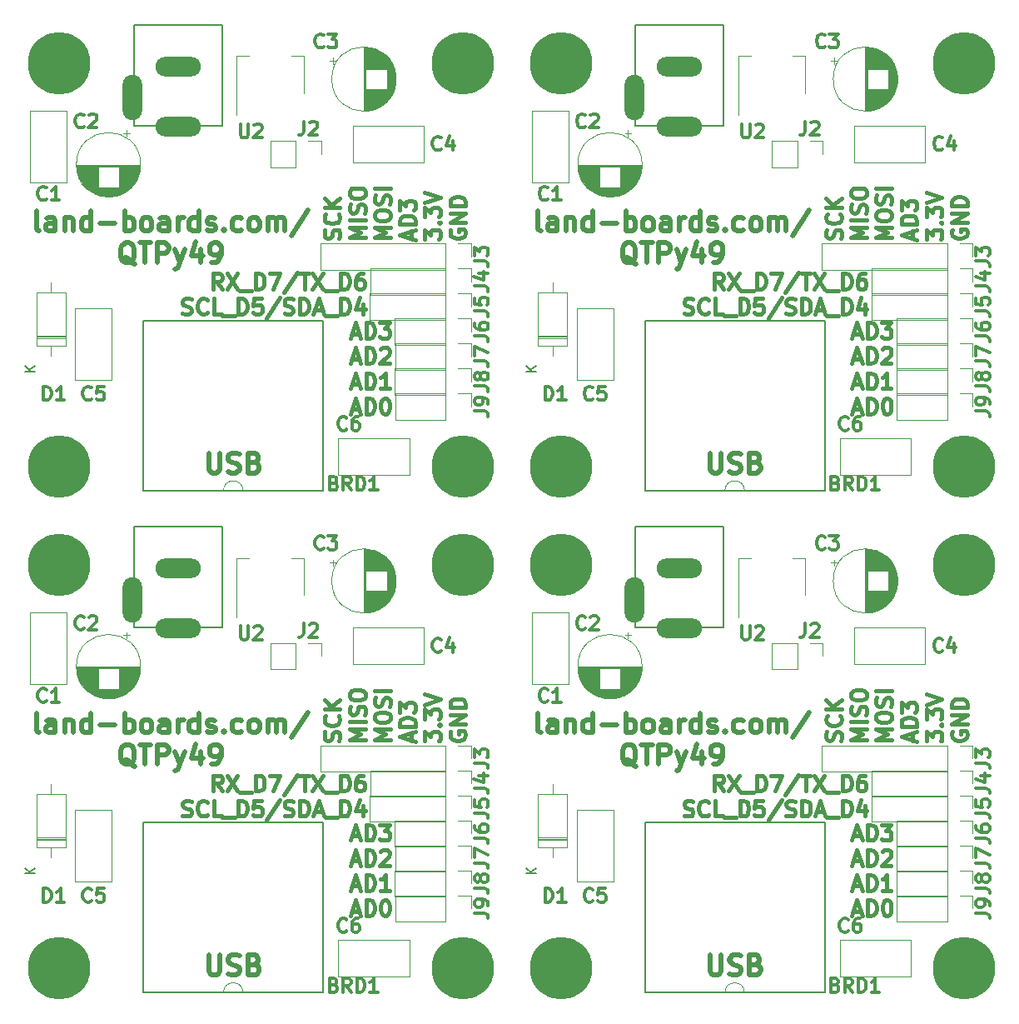
<source format=gto>
%MOIN*%
%OFA0B0*%
%FSLAX46Y46*%
%IPPOS*%
%LPD*%
%ADD10C,0.015625*%
%ADD11C,0.01968503937007874*%
%ADD12C,0.013750000000000002*%
%ADD13C,0.005905511811023622*%
%ADD14C,0.0047244094488188976*%
%ADD15C,0.0078740157480314977*%
%ADD16C,0.25*%
%ADD17O,0.18110236220472439X0.07874015748031496*%
%ADD18O,0.07874015748031496X0.18110236220472439*%
%ADD29C,0.015625*%
%ADD30C,0.01968503937007874*%
%ADD31C,0.013750000000000002*%
%ADD32C,0.005905511811023622*%
%ADD33C,0.0047244094488188976*%
%ADD34C,0.0078740157480314977*%
%ADD35C,0.25*%
%ADD36O,0.18110236220472439X0.07874015748031496*%
%ADD37O,0.07874015748031496X0.18110236220472439*%
%ADD38C,0.015625*%
%ADD39C,0.01968503937007874*%
%ADD40C,0.013750000000000002*%
%ADD41C,0.005905511811023622*%
%ADD42C,0.0047244094488188976*%
%ADD43C,0.0078740157480314977*%
%ADD44C,0.25*%
%ADD45O,0.18110236220472439X0.07874015748031496*%
%ADD46O,0.07874015748031496X0.18110236220472439*%
%ADD47C,0.015625*%
%ADD48C,0.01968503937007874*%
%ADD49C,0.013750000000000002*%
%ADD50C,0.005905511811023622*%
%ADD51C,0.0047244094488188976*%
%ADD52C,0.0078740157480314977*%
%ADD53C,0.25*%
%ADD54O,0.18110236220472439X0.07874015748031496*%
%ADD55O,0.07874015748031496X0.18110236220472439*%
G01*
D10*
X0001327937Y0000688021D02*
X0001357699Y0000688021D01*
X0001321984Y0000670164D02*
X0001342818Y0000732664D01*
X0001363651Y0000670164D01*
X0001384484Y0000670164D02*
X0001384484Y0000732664D01*
X0001399365Y0000732664D01*
X0001408294Y0000729688D01*
X0001414246Y0000723735D01*
X0001417222Y0000717783D01*
X0001420199Y0000705878D01*
X0001420199Y0000696950D01*
X0001417222Y0000685045D01*
X0001414246Y0000679092D01*
X0001408294Y0000673140D01*
X0001399365Y0000670164D01*
X0001384484Y0000670164D01*
X0001441032Y0000732664D02*
X0001479722Y0000732664D01*
X0001458889Y0000708854D01*
X0001467818Y0000708854D01*
X0001473770Y0000705878D01*
X0001476746Y0000702902D01*
X0001479722Y0000696950D01*
X0001479722Y0000682069D01*
X0001476746Y0000676116D01*
X0001473770Y0000673140D01*
X0001467818Y0000670164D01*
X0001449960Y0000670164D01*
X0001444008Y0000673140D01*
X0001441032Y0000676116D01*
X0001327937Y0000587396D02*
X0001357699Y0000587396D01*
X0001321984Y0000569539D02*
X0001342818Y0000632039D01*
X0001363651Y0000569539D01*
X0001384484Y0000569539D02*
X0001384484Y0000632039D01*
X0001399365Y0000632039D01*
X0001408294Y0000629063D01*
X0001414246Y0000623110D01*
X0001417222Y0000617158D01*
X0001420199Y0000605253D01*
X0001420199Y0000596325D01*
X0001417222Y0000584420D01*
X0001414246Y0000578467D01*
X0001408294Y0000572515D01*
X0001399365Y0000569539D01*
X0001384484Y0000569539D01*
X0001444008Y0000626087D02*
X0001446984Y0000629063D01*
X0001452937Y0000632039D01*
X0001467818Y0000632039D01*
X0001473770Y0000629063D01*
X0001476746Y0000626087D01*
X0001479722Y0000620134D01*
X0001479722Y0000614182D01*
X0001476746Y0000605253D01*
X0001441032Y0000569539D01*
X0001479722Y0000569539D01*
X0001327937Y0000486771D02*
X0001357699Y0000486771D01*
X0001321984Y0000468914D02*
X0001342818Y0000531414D01*
X0001363651Y0000468914D01*
X0001384484Y0000468914D02*
X0001384484Y0000531414D01*
X0001399365Y0000531414D01*
X0001408294Y0000528438D01*
X0001414246Y0000522485D01*
X0001417222Y0000516533D01*
X0001420199Y0000504628D01*
X0001420199Y0000495700D01*
X0001417222Y0000483795D01*
X0001414246Y0000477842D01*
X0001408294Y0000471890D01*
X0001399365Y0000468914D01*
X0001384484Y0000468914D01*
X0001479722Y0000468914D02*
X0001444008Y0000468914D01*
X0001461865Y0000468914D02*
X0001461865Y0000531414D01*
X0001455913Y0000522485D01*
X0001449960Y0000516533D01*
X0001444008Y0000513557D01*
X0001327937Y0000386146D02*
X0001357699Y0000386146D01*
X0001321984Y0000368289D02*
X0001342818Y0000430789D01*
X0001363651Y0000368289D01*
X0001384484Y0000368289D02*
X0001384484Y0000430789D01*
X0001399365Y0000430789D01*
X0001408294Y0000427813D01*
X0001414246Y0000421860D01*
X0001417222Y0000415908D01*
X0001420199Y0000404003D01*
X0001420199Y0000395075D01*
X0001417222Y0000383170D01*
X0001414246Y0000377217D01*
X0001408294Y0000371265D01*
X0001399365Y0000368289D01*
X0001384484Y0000368289D01*
X0001458889Y0000430789D02*
X0001464841Y0000430789D01*
X0001470794Y0000427813D01*
X0001473770Y0000424837D01*
X0001476746Y0000418884D01*
X0001479722Y0000406979D01*
X0001479722Y0000392098D01*
X0001476746Y0000380194D01*
X0001473770Y0000374241D01*
X0001470794Y0000371265D01*
X0001464841Y0000368289D01*
X0001458889Y0000368289D01*
X0001452937Y0000371265D01*
X0001449960Y0000374241D01*
X0001446984Y0000380194D01*
X0001444008Y0000392098D01*
X0001444008Y0000406979D01*
X0001446984Y0000418884D01*
X0001449960Y0000424837D01*
X0001452937Y0000427813D01*
X0001458889Y0000430789D01*
D11*
X0000077020Y0001100266D02*
X0000069521Y0001104015D01*
X0000065772Y0001111514D01*
X0000065772Y0001179006D01*
X0000140762Y0001100266D02*
X0000140762Y0001141510D01*
X0000137013Y0001149009D01*
X0000129514Y0001152759D01*
X0000114516Y0001152759D01*
X0000107017Y0001149009D01*
X0000140762Y0001104015D02*
X0000133263Y0001100266D01*
X0000114516Y0001100266D01*
X0000107017Y0001104015D01*
X0000103267Y0001111514D01*
X0000103267Y0001119013D01*
X0000107017Y0001126512D01*
X0000114516Y0001130262D01*
X0000133263Y0001130262D01*
X0000140762Y0001134011D01*
X0000178258Y0001152759D02*
X0000178258Y0001100266D01*
X0000178258Y0001145260D02*
X0000182007Y0001149009D01*
X0000189506Y0001152759D01*
X0000200755Y0001152759D01*
X0000208254Y0001149009D01*
X0000212003Y0001141510D01*
X0000212003Y0001100266D01*
X0000283245Y0001100266D02*
X0000283245Y0001179006D01*
X0000283245Y0001104015D02*
X0000275745Y0001100266D01*
X0000260747Y0001100266D01*
X0000253248Y0001104015D01*
X0000249499Y0001107765D01*
X0000245749Y0001115264D01*
X0000245749Y0001137761D01*
X0000249499Y0001145260D01*
X0000253248Y0001149009D01*
X0000260747Y0001152759D01*
X0000275745Y0001152759D01*
X0000283245Y0001149009D01*
X0000320740Y0001130262D02*
X0000380732Y0001130262D01*
X0000418228Y0001100266D02*
X0000418228Y0001179006D01*
X0000418228Y0001149009D02*
X0000425727Y0001152759D01*
X0000440725Y0001152759D01*
X0000448224Y0001149009D01*
X0000451973Y0001145260D01*
X0000455723Y0001137761D01*
X0000455723Y0001115264D01*
X0000451973Y0001107765D01*
X0000448224Y0001104015D01*
X0000440725Y0001100266D01*
X0000425727Y0001100266D01*
X0000418228Y0001104015D01*
X0000500717Y0001100266D02*
X0000493218Y0001104015D01*
X0000489469Y0001107765D01*
X0000485719Y0001115264D01*
X0000485719Y0001137761D01*
X0000489469Y0001145260D01*
X0000493218Y0001149009D01*
X0000500717Y0001152759D01*
X0000511966Y0001152759D01*
X0000519465Y0001149009D01*
X0000523215Y0001145260D01*
X0000526964Y0001137761D01*
X0000526964Y0001115264D01*
X0000523215Y0001107765D01*
X0000519465Y0001104015D01*
X0000511966Y0001100266D01*
X0000500717Y0001100266D01*
X0000594456Y0001100266D02*
X0000594456Y0001141510D01*
X0000590706Y0001149009D01*
X0000583207Y0001152759D01*
X0000568209Y0001152759D01*
X0000560710Y0001149009D01*
X0000594456Y0001104015D02*
X0000586957Y0001100266D01*
X0000568209Y0001100266D01*
X0000560710Y0001104015D01*
X0000556960Y0001111514D01*
X0000556960Y0001119013D01*
X0000560710Y0001126512D01*
X0000568209Y0001130262D01*
X0000586957Y0001130262D01*
X0000594456Y0001134011D01*
X0000631951Y0001100266D02*
X0000631951Y0001152759D01*
X0000631951Y0001137761D02*
X0000635700Y0001145260D01*
X0000639450Y0001149009D01*
X0000646949Y0001152759D01*
X0000654448Y0001152759D01*
X0000714441Y0001100266D02*
X0000714441Y0001179006D01*
X0000714441Y0001104015D02*
X0000706942Y0001100266D01*
X0000691943Y0001100266D01*
X0000684444Y0001104015D01*
X0000680695Y0001107765D01*
X0000676945Y0001115264D01*
X0000676945Y0001137761D01*
X0000680695Y0001145260D01*
X0000684444Y0001149009D01*
X0000691943Y0001152759D01*
X0000706942Y0001152759D01*
X0000714441Y0001149009D01*
X0000748186Y0001104015D02*
X0000755685Y0001100266D01*
X0000770684Y0001100266D01*
X0000778183Y0001104015D01*
X0000781932Y0001111514D01*
X0000781932Y0001115264D01*
X0000778183Y0001122763D01*
X0000770684Y0001126512D01*
X0000759435Y0001126512D01*
X0000751936Y0001130262D01*
X0000748186Y0001137761D01*
X0000748186Y0001141510D01*
X0000751936Y0001149009D01*
X0000759435Y0001152759D01*
X0000770684Y0001152759D01*
X0000778183Y0001149009D01*
X0000815678Y0001107765D02*
X0000819428Y0001104015D01*
X0000815678Y0001100266D01*
X0000811928Y0001104015D01*
X0000815678Y0001107765D01*
X0000815678Y0001100266D01*
X0000886919Y0001104015D02*
X0000879420Y0001100266D01*
X0000864422Y0001100266D01*
X0000856923Y0001104015D01*
X0000853173Y0001107765D01*
X0000849424Y0001115264D01*
X0000849424Y0001137761D01*
X0000853173Y0001145260D01*
X0000856923Y0001149009D01*
X0000864422Y0001152759D01*
X0000879420Y0001152759D01*
X0000886919Y0001149009D01*
X0000931913Y0001100266D02*
X0000924414Y0001104015D01*
X0000920665Y0001107765D01*
X0000916915Y0001115264D01*
X0000916915Y0001137761D01*
X0000920665Y0001145260D01*
X0000924414Y0001149009D01*
X0000931913Y0001152759D01*
X0000943162Y0001152759D01*
X0000950661Y0001149009D01*
X0000954411Y0001145260D01*
X0000958160Y0001137761D01*
X0000958160Y0001115264D01*
X0000954411Y0001107765D01*
X0000950661Y0001104015D01*
X0000943162Y0001100266D01*
X0000931913Y0001100266D01*
X0000991906Y0001100266D02*
X0000991906Y0001152759D01*
X0000991906Y0001145260D02*
X0000995655Y0001149009D01*
X0001003155Y0001152759D01*
X0001014403Y0001152759D01*
X0001021902Y0001149009D01*
X0001025652Y0001141510D01*
X0001025652Y0001100266D01*
X0001025652Y0001141510D02*
X0001029401Y0001149009D01*
X0001036900Y0001152759D01*
X0001048149Y0001152759D01*
X0001055648Y0001149009D01*
X0001059398Y0001141510D01*
X0001059398Y0001100266D01*
X0001153136Y0001182755D02*
X0001085644Y0001081518D01*
X0000459473Y0000965995D02*
X0000451973Y0000969744D01*
X0000444474Y0000977243D01*
X0000433226Y0000988492D01*
X0000425727Y0000992242D01*
X0000418228Y0000992242D01*
X0000421977Y0000973494D02*
X0000414478Y0000977243D01*
X0000406979Y0000984742D01*
X0000403230Y0000999741D01*
X0000403230Y0001025987D01*
X0000406979Y0001040985D01*
X0000414478Y0001048484D01*
X0000421977Y0001052234D01*
X0000436975Y0001052234D01*
X0000444474Y0001048484D01*
X0000451973Y0001040985D01*
X0000455723Y0001025987D01*
X0000455723Y0000999741D01*
X0000451973Y0000984742D01*
X0000444474Y0000977243D01*
X0000436975Y0000973494D01*
X0000421977Y0000973494D01*
X0000478220Y0001052234D02*
X0000523215Y0001052234D01*
X0000500717Y0000973494D02*
X0000500717Y0001052234D01*
X0000549461Y0000973494D02*
X0000549461Y0001052234D01*
X0000579458Y0001052234D01*
X0000586957Y0001048484D01*
X0000590706Y0001044735D01*
X0000594456Y0001037236D01*
X0000594456Y0001025987D01*
X0000590706Y0001018488D01*
X0000586957Y0001014739D01*
X0000579458Y0001010989D01*
X0000549461Y0001010989D01*
X0000620702Y0001025987D02*
X0000639450Y0000973494D01*
X0000658198Y0001025987D02*
X0000639450Y0000973494D01*
X0000631951Y0000954746D01*
X0000628201Y0000950997D01*
X0000620702Y0000947247D01*
X0000721940Y0001025987D02*
X0000721940Y0000973494D01*
X0000703192Y0001055984D02*
X0000684444Y0000999741D01*
X0000733188Y0000999741D01*
X0000766934Y0000973494D02*
X0000781932Y0000973494D01*
X0000789431Y0000977243D01*
X0000793181Y0000980993D01*
X0000800680Y0000992242D01*
X0000804429Y0001007240D01*
X0000804429Y0001037236D01*
X0000800680Y0001044735D01*
X0000796930Y0001048484D01*
X0000789431Y0001052234D01*
X0000774433Y0001052234D01*
X0000766934Y0001048484D01*
X0000763185Y0001044735D01*
X0000759435Y0001037236D01*
X0000759435Y0001018488D01*
X0000763185Y0001010989D01*
X0000766934Y0001007240D01*
X0000774433Y0001003490D01*
X0000789431Y0001003490D01*
X0000796930Y0001007240D01*
X0000800680Y0001010989D01*
X0000804429Y0001018488D01*
D10*
X0001277565Y0001069561D02*
X0001280541Y0001078490D01*
X0001280541Y0001093371D01*
X0001277565Y0001099323D01*
X0001274588Y0001102299D01*
X0001268636Y0001105276D01*
X0001262684Y0001105276D01*
X0001256731Y0001102299D01*
X0001253755Y0001099323D01*
X0001250779Y0001093371D01*
X0001247803Y0001081466D01*
X0001244827Y0001075514D01*
X0001241850Y0001072537D01*
X0001235898Y0001069561D01*
X0001229946Y0001069561D01*
X0001223993Y0001072537D01*
X0001221017Y0001075514D01*
X0001218041Y0001081466D01*
X0001218041Y0001096347D01*
X0001221017Y0001105276D01*
X0001274588Y0001167776D02*
X0001277565Y0001164799D01*
X0001280541Y0001155871D01*
X0001280541Y0001149918D01*
X0001277565Y0001140990D01*
X0001271612Y0001135037D01*
X0001265660Y0001132061D01*
X0001253755Y0001129085D01*
X0001244827Y0001129085D01*
X0001232922Y0001132061D01*
X0001226969Y0001135037D01*
X0001221017Y0001140990D01*
X0001218041Y0001149918D01*
X0001218041Y0001155871D01*
X0001221017Y0001164799D01*
X0001223993Y0001167776D01*
X0001280541Y0001194561D02*
X0001218041Y0001194561D01*
X0001280541Y0001230276D02*
X0001244827Y0001203490D01*
X0001218041Y0001230276D02*
X0001253755Y0001194561D01*
X0001381166Y0001072537D02*
X0001318666Y0001072537D01*
X0001363309Y0001093371D01*
X0001318666Y0001114204D01*
X0001381166Y0001114204D01*
X0001381166Y0001143966D02*
X0001318666Y0001143966D01*
X0001378190Y0001170752D02*
X0001381166Y0001179680D01*
X0001381166Y0001194561D01*
X0001378190Y0001200514D01*
X0001375213Y0001203490D01*
X0001369261Y0001206466D01*
X0001363309Y0001206466D01*
X0001357356Y0001203490D01*
X0001354380Y0001200514D01*
X0001351404Y0001194561D01*
X0001348428Y0001182656D01*
X0001345452Y0001176704D01*
X0001342475Y0001173728D01*
X0001336523Y0001170752D01*
X0001330571Y0001170752D01*
X0001324618Y0001173728D01*
X0001321642Y0001176704D01*
X0001318666Y0001182656D01*
X0001318666Y0001197537D01*
X0001321642Y0001206466D01*
X0001318666Y0001245156D02*
X0001318666Y0001257061D01*
X0001321642Y0001263014D01*
X0001327594Y0001268966D01*
X0001339499Y0001271942D01*
X0001360332Y0001271942D01*
X0001372237Y0001268966D01*
X0001378190Y0001263014D01*
X0001381166Y0001257061D01*
X0001381166Y0001245156D01*
X0001378190Y0001239204D01*
X0001372237Y0001233252D01*
X0001360332Y0001230276D01*
X0001339499Y0001230276D01*
X0001327594Y0001233252D01*
X0001321642Y0001239204D01*
X0001318666Y0001245156D01*
X0001481791Y0001072537D02*
X0001419291Y0001072537D01*
X0001463934Y0001093371D01*
X0001419291Y0001114204D01*
X0001481791Y0001114204D01*
X0001419291Y0001155871D02*
X0001419291Y0001167776D01*
X0001422267Y0001173728D01*
X0001428219Y0001179680D01*
X0001440124Y0001182656D01*
X0001460957Y0001182656D01*
X0001472862Y0001179680D01*
X0001478815Y0001173728D01*
X0001481791Y0001167776D01*
X0001481791Y0001155871D01*
X0001478815Y0001149918D01*
X0001472862Y0001143966D01*
X0001460957Y0001140990D01*
X0001440124Y0001140990D01*
X0001428219Y0001143966D01*
X0001422267Y0001149918D01*
X0001419291Y0001155871D01*
X0001478815Y0001206466D02*
X0001481791Y0001215395D01*
X0001481791Y0001230276D01*
X0001478815Y0001236228D01*
X0001475838Y0001239204D01*
X0001469886Y0001242180D01*
X0001463934Y0001242180D01*
X0001457981Y0001239204D01*
X0001455005Y0001236228D01*
X0001452029Y0001230276D01*
X0001449053Y0001218371D01*
X0001446077Y0001212418D01*
X0001443100Y0001209442D01*
X0001437148Y0001206466D01*
X0001431196Y0001206466D01*
X0001425243Y0001209442D01*
X0001422267Y0001212418D01*
X0001419291Y0001218371D01*
X0001419291Y0001233252D01*
X0001422267Y0001242180D01*
X0001481791Y0001268966D02*
X0001419291Y0001268966D01*
X0001564559Y0001069561D02*
X0001564559Y0001099323D01*
X0001582416Y0001063609D02*
X0001519916Y0001084442D01*
X0001582416Y0001105276D01*
X0001582416Y0001126109D02*
X0001519916Y0001126109D01*
X0001519916Y0001140990D01*
X0001522892Y0001149918D01*
X0001528844Y0001155871D01*
X0001534797Y0001158847D01*
X0001546702Y0001161823D01*
X0001555630Y0001161823D01*
X0001567535Y0001158847D01*
X0001573487Y0001155871D01*
X0001579440Y0001149918D01*
X0001582416Y0001140990D01*
X0001582416Y0001126109D01*
X0001519916Y0001182656D02*
X0001519916Y0001221347D01*
X0001543725Y0001200514D01*
X0001543725Y0001209442D01*
X0001546702Y0001215395D01*
X0001549678Y0001218371D01*
X0001555630Y0001221347D01*
X0001570511Y0001221347D01*
X0001576463Y0001218371D01*
X0001579440Y0001215395D01*
X0001582416Y0001209442D01*
X0001582416Y0001191585D01*
X0001579440Y0001185633D01*
X0001576463Y0001182656D01*
X0001620541Y0001066585D02*
X0001620541Y0001105276D01*
X0001644350Y0001084442D01*
X0001644350Y0001093371D01*
X0001647327Y0001099323D01*
X0001650303Y0001102299D01*
X0001656255Y0001105276D01*
X0001671136Y0001105276D01*
X0001677088Y0001102299D01*
X0001680065Y0001099323D01*
X0001683041Y0001093371D01*
X0001683041Y0001075514D01*
X0001680065Y0001069561D01*
X0001677088Y0001066585D01*
X0001677088Y0001132061D02*
X0001680065Y0001135037D01*
X0001683041Y0001132061D01*
X0001680065Y0001129085D01*
X0001677088Y0001132061D01*
X0001683041Y0001132061D01*
X0001620541Y0001155871D02*
X0001620541Y0001194561D01*
X0001644350Y0001173728D01*
X0001644350Y0001182656D01*
X0001647327Y0001188609D01*
X0001650303Y0001191585D01*
X0001656255Y0001194561D01*
X0001671136Y0001194561D01*
X0001677088Y0001191585D01*
X0001680065Y0001188609D01*
X0001683041Y0001182656D01*
X0001683041Y0001164799D01*
X0001680065Y0001158847D01*
X0001677088Y0001155871D01*
X0001620541Y0001212418D02*
X0001683041Y0001233252D01*
X0001620541Y0001254085D01*
X0001724142Y0001105276D02*
X0001721166Y0001099323D01*
X0001721166Y0001090395D01*
X0001724142Y0001081466D01*
X0001730094Y0001075514D01*
X0001736047Y0001072537D01*
X0001747952Y0001069561D01*
X0001756880Y0001069561D01*
X0001768785Y0001072537D01*
X0001774737Y0001075514D01*
X0001780690Y0001081466D01*
X0001783666Y0001090395D01*
X0001783666Y0001096347D01*
X0001780690Y0001105276D01*
X0001777713Y0001108252D01*
X0001756880Y0001108252D01*
X0001756880Y0001096347D01*
X0001783666Y0001135037D02*
X0001721166Y0001135037D01*
X0001783666Y0001170752D01*
X0001721166Y0001170752D01*
X0001783666Y0001200514D02*
X0001721166Y0001200514D01*
X0001721166Y0001215395D01*
X0001724142Y0001224323D01*
X0001730094Y0001230276D01*
X0001736047Y0001233252D01*
X0001747952Y0001236228D01*
X0001756880Y0001236228D01*
X0001768785Y0001233252D01*
X0001774737Y0001230276D01*
X0001780690Y0001224323D01*
X0001783666Y0001215395D01*
X0001783666Y0001200514D01*
D11*
X0000754467Y0000210620D02*
X0000754467Y0000146878D01*
X0000758216Y0000139379D01*
X0000761966Y0000135629D01*
X0000769465Y0000131880D01*
X0000784463Y0000131880D01*
X0000791962Y0000135629D01*
X0000795712Y0000139379D01*
X0000799461Y0000146878D01*
X0000799461Y0000210620D01*
X0000833207Y0000135629D02*
X0000844456Y0000131880D01*
X0000863203Y0000131880D01*
X0000870702Y0000135629D01*
X0000874452Y0000139379D01*
X0000878201Y0000146878D01*
X0000878201Y0000154377D01*
X0000874452Y0000161876D01*
X0000870702Y0000165625D01*
X0000863203Y0000169375D01*
X0000848205Y0000173125D01*
X0000840706Y0000176874D01*
X0000836957Y0000180624D01*
X0000833207Y0000188123D01*
X0000833207Y0000195622D01*
X0000836957Y0000203121D01*
X0000840706Y0000206870D01*
X0000848205Y0000210620D01*
X0000866953Y0000210620D01*
X0000878201Y0000206870D01*
X0000938194Y0000173125D02*
X0000949443Y0000169375D01*
X0000953192Y0000165625D01*
X0000956942Y0000158126D01*
X0000956942Y0000146878D01*
X0000953192Y0000139379D01*
X0000949443Y0000135629D01*
X0000941943Y0000131880D01*
X0000911947Y0000131880D01*
X0000911947Y0000210620D01*
X0000938194Y0000210620D01*
X0000945693Y0000206870D01*
X0000949443Y0000203121D01*
X0000953192Y0000195622D01*
X0000953192Y0000188123D01*
X0000949443Y0000180624D01*
X0000945693Y0000176874D01*
X0000938194Y0000173125D01*
X0000911947Y0000173125D01*
D10*
X0000807978Y0000867177D02*
X0000787144Y0000896939D01*
X0000772263Y0000867177D02*
X0000772263Y0000929677D01*
X0000796073Y0000929677D01*
X0000802025Y0000926700D01*
X0000805002Y0000923724D01*
X0000807978Y0000917772D01*
X0000807978Y0000908843D01*
X0000805002Y0000902891D01*
X0000802025Y0000899915D01*
X0000796073Y0000896939D01*
X0000772263Y0000896939D01*
X0000828811Y0000929677D02*
X0000870478Y0000867177D01*
X0000870478Y0000929677D02*
X0000828811Y0000867177D01*
X0000879406Y0000861224D02*
X0000927025Y0000861224D01*
X0000941906Y0000867177D02*
X0000941906Y0000929677D01*
X0000956787Y0000929677D01*
X0000965716Y0000926700D01*
X0000971668Y0000920748D01*
X0000974644Y0000914796D01*
X0000977621Y0000902891D01*
X0000977621Y0000893962D01*
X0000974644Y0000882058D01*
X0000971668Y0000876105D01*
X0000965716Y0000870153D01*
X0000956787Y0000867177D01*
X0000941906Y0000867177D01*
X0000998454Y0000929677D02*
X0001040121Y0000929677D01*
X0001013335Y0000867177D01*
X0001108573Y0000932653D02*
X0001055002Y0000852296D01*
X0001120478Y0000929677D02*
X0001156192Y0000929677D01*
X0001138335Y0000867177D02*
X0001138335Y0000929677D01*
X0001171073Y0000929677D02*
X0001212740Y0000867177D01*
X0001212740Y0000929677D02*
X0001171073Y0000867177D01*
X0001221668Y0000861224D02*
X0001269287Y0000861224D01*
X0001284168Y0000867177D02*
X0001284168Y0000929677D01*
X0001299049Y0000929677D01*
X0001307978Y0000926700D01*
X0001313930Y0000920748D01*
X0001316906Y0000914796D01*
X0001319882Y0000902891D01*
X0001319882Y0000893962D01*
X0001316906Y0000882058D01*
X0001313930Y0000876105D01*
X0001307978Y0000870153D01*
X0001299049Y0000867177D01*
X0001284168Y0000867177D01*
X0001373454Y0000929677D02*
X0001361549Y0000929677D01*
X0001355597Y0000926700D01*
X0001352621Y0000923724D01*
X0001346668Y0000914796D01*
X0001343692Y0000902891D01*
X0001343692Y0000879081D01*
X0001346668Y0000873129D01*
X0001349644Y0000870153D01*
X0001355597Y0000867177D01*
X0001367502Y0000867177D01*
X0001373454Y0000870153D01*
X0001376430Y0000873129D01*
X0001379406Y0000879081D01*
X0001379406Y0000893962D01*
X0001376430Y0000899915D01*
X0001373454Y0000902891D01*
X0001367502Y0000905867D01*
X0001355597Y0000905867D01*
X0001349644Y0000902891D01*
X0001346668Y0000899915D01*
X0001343692Y0000893962D01*
X0000650240Y0000769528D02*
X0000659168Y0000766552D01*
X0000674049Y0000766552D01*
X0000680002Y0000769528D01*
X0000682978Y0000772504D01*
X0000685954Y0000778456D01*
X0000685954Y0000784409D01*
X0000682978Y0000790361D01*
X0000680002Y0000793337D01*
X0000674049Y0000796314D01*
X0000662144Y0000799290D01*
X0000656192Y0000802266D01*
X0000653216Y0000805242D01*
X0000650240Y0000811195D01*
X0000650240Y0000817147D01*
X0000653216Y0000823099D01*
X0000656192Y0000826075D01*
X0000662144Y0000829052D01*
X0000677025Y0000829052D01*
X0000685954Y0000826075D01*
X0000748454Y0000772504D02*
X0000745478Y0000769528D01*
X0000736549Y0000766552D01*
X0000730597Y0000766552D01*
X0000721668Y0000769528D01*
X0000715716Y0000775480D01*
X0000712740Y0000781433D01*
X0000709763Y0000793337D01*
X0000709763Y0000802266D01*
X0000712740Y0000814171D01*
X0000715716Y0000820123D01*
X0000721668Y0000826075D01*
X0000730597Y0000829052D01*
X0000736549Y0000829052D01*
X0000745478Y0000826075D01*
X0000748454Y0000823099D01*
X0000805002Y0000766552D02*
X0000775240Y0000766552D01*
X0000775240Y0000829052D01*
X0000810954Y0000760599D02*
X0000858573Y0000760599D01*
X0000873454Y0000766552D02*
X0000873454Y0000829052D01*
X0000888335Y0000829052D01*
X0000897263Y0000826075D01*
X0000903216Y0000820123D01*
X0000906192Y0000814171D01*
X0000909168Y0000802266D01*
X0000909168Y0000793337D01*
X0000906192Y0000781433D01*
X0000903216Y0000775480D01*
X0000897263Y0000769528D01*
X0000888335Y0000766552D01*
X0000873454Y0000766552D01*
X0000965716Y0000829052D02*
X0000935954Y0000829052D01*
X0000932978Y0000799290D01*
X0000935954Y0000802266D01*
X0000941906Y0000805242D01*
X0000956787Y0000805242D01*
X0000962740Y0000802266D01*
X0000965716Y0000799290D01*
X0000968692Y0000793337D01*
X0000968692Y0000778456D01*
X0000965716Y0000772504D01*
X0000962740Y0000769528D01*
X0000956787Y0000766552D01*
X0000941906Y0000766552D01*
X0000935954Y0000769528D01*
X0000932978Y0000772504D01*
X0001040121Y0000832028D02*
X0000986549Y0000751671D01*
X0001057978Y0000769528D02*
X0001066906Y0000766552D01*
X0001081787Y0000766552D01*
X0001087740Y0000769528D01*
X0001090716Y0000772504D01*
X0001093692Y0000778456D01*
X0001093692Y0000784409D01*
X0001090716Y0000790361D01*
X0001087740Y0000793337D01*
X0001081787Y0000796314D01*
X0001069882Y0000799290D01*
X0001063930Y0000802266D01*
X0001060954Y0000805242D01*
X0001057978Y0000811195D01*
X0001057978Y0000817147D01*
X0001060954Y0000823099D01*
X0001063930Y0000826075D01*
X0001069882Y0000829052D01*
X0001084763Y0000829052D01*
X0001093692Y0000826075D01*
X0001120478Y0000766552D02*
X0001120478Y0000829052D01*
X0001135359Y0000829052D01*
X0001144287Y0000826075D01*
X0001150240Y0000820123D01*
X0001153216Y0000814171D01*
X0001156192Y0000802266D01*
X0001156192Y0000793337D01*
X0001153216Y0000781433D01*
X0001150240Y0000775480D01*
X0001144287Y0000769528D01*
X0001135359Y0000766552D01*
X0001120478Y0000766552D01*
X0001180002Y0000784409D02*
X0001209763Y0000784409D01*
X0001174049Y0000766552D02*
X0001194882Y0000829052D01*
X0001215716Y0000766552D01*
X0001221668Y0000760599D02*
X0001269287Y0000760599D01*
X0001284168Y0000766552D02*
X0001284168Y0000829052D01*
X0001299049Y0000829052D01*
X0001307978Y0000826075D01*
X0001313930Y0000820123D01*
X0001316906Y0000814171D01*
X0001319882Y0000802266D01*
X0001319882Y0000793337D01*
X0001316906Y0000781433D01*
X0001313930Y0000775480D01*
X0001307978Y0000769528D01*
X0001299049Y0000766552D01*
X0001284168Y0000766552D01*
X0001373454Y0000808218D02*
X0001373454Y0000766552D01*
X0001358573Y0000832028D02*
X0001343692Y0000787385D01*
X0001382382Y0000787385D01*
D12*
X0000881925Y0001527619D02*
X0000881925Y0001483095D01*
X0000884544Y0001477857D01*
X0000887163Y0001475238D01*
X0000892401Y0001472619D01*
X0000902877Y0001472619D01*
X0000908115Y0001475238D01*
X0000910734Y0001477857D01*
X0000913353Y0001483095D01*
X0000913353Y0001527619D01*
X0000936925Y0001522381D02*
X0000939544Y0001525000D01*
X0000944782Y0001527619D01*
X0000957877Y0001527619D01*
X0000963115Y0001525000D01*
X0000965734Y0001522381D01*
X0000968353Y0001517143D01*
X0000968353Y0001511905D01*
X0000965734Y0001504048D01*
X0000934306Y0001472619D01*
X0000968353Y0001472619D01*
X0001819274Y0000579167D02*
X0001858560Y0000579167D01*
X0001866417Y0000576548D01*
X0001871655Y0000571310D01*
X0001874274Y0000563453D01*
X0001874274Y0000558214D01*
X0001819274Y0000600119D02*
X0001819274Y0000636786D01*
X0001874274Y0000613214D01*
X0001819274Y0000379167D02*
X0001858560Y0000379167D01*
X0001866417Y0000376548D01*
X0001871655Y0000371310D01*
X0001874274Y0000363453D01*
X0001874274Y0000358215D01*
X0001874274Y0000407976D02*
X0001874274Y0000418453D01*
X0001871655Y0000423691D01*
X0001869036Y0000426310D01*
X0001861179Y0000431548D01*
X0001850703Y0000434167D01*
X0001829750Y0000434167D01*
X0001824512Y0000431548D01*
X0001821893Y0000428929D01*
X0001819274Y0000423691D01*
X0001819274Y0000413214D01*
X0001821893Y0000407976D01*
X0001824512Y0000405357D01*
X0001829750Y0000402738D01*
X0001842846Y0000402738D01*
X0001848084Y0000405357D01*
X0001850703Y0000407976D01*
X0001853322Y0000413214D01*
X0001853322Y0000423691D01*
X0001850703Y0000428929D01*
X0001848084Y0000431548D01*
X0001842846Y0000434167D01*
X0001819274Y0000479167D02*
X0001858560Y0000479167D01*
X0001866417Y0000476548D01*
X0001871655Y0000471310D01*
X0001874274Y0000463453D01*
X0001874274Y0000458214D01*
X0001842846Y0000513214D02*
X0001840227Y0000507976D01*
X0001837607Y0000505357D01*
X0001832369Y0000502738D01*
X0001829750Y0000502738D01*
X0001824512Y0000505357D01*
X0001821893Y0000507976D01*
X0001819274Y0000513214D01*
X0001819274Y0000523691D01*
X0001821893Y0000528929D01*
X0001824512Y0000531548D01*
X0001829750Y0000534167D01*
X0001832369Y0000534167D01*
X0001837607Y0000531548D01*
X0001840227Y0000528929D01*
X0001842846Y0000523691D01*
X0001842846Y0000513214D01*
X0001845465Y0000507976D01*
X0001848084Y0000505357D01*
X0001853322Y0000502738D01*
X0001863798Y0000502738D01*
X0001869036Y0000505357D01*
X0001871655Y0000507976D01*
X0001874274Y0000513214D01*
X0001874274Y0000523691D01*
X0001871655Y0000528929D01*
X0001869036Y0000531548D01*
X0001863798Y0000534167D01*
X0001853322Y0000534167D01*
X0001848084Y0000531548D01*
X0001845465Y0000528929D01*
X0001842846Y0000523691D01*
X0000284663Y0000427857D02*
X0000282044Y0000425238D01*
X0000274187Y0000422619D01*
X0000268949Y0000422619D01*
X0000261091Y0000425238D01*
X0000255853Y0000430476D01*
X0000253234Y0000435714D01*
X0000250615Y0000446191D01*
X0000250615Y0000454048D01*
X0000253234Y0000464524D01*
X0000255853Y0000469762D01*
X0000261091Y0000475000D01*
X0000268949Y0000477619D01*
X0000274187Y0000477619D01*
X0000282044Y0000475000D01*
X0000284663Y0000472381D01*
X0000334425Y0000477619D02*
X0000308234Y0000477619D01*
X0000305615Y0000451429D01*
X0000308234Y0000454048D01*
X0000313472Y0000456667D01*
X0000326568Y0000456667D01*
X0000331806Y0000454048D01*
X0000334425Y0000451429D01*
X0000337044Y0000446191D01*
X0000337044Y0000433095D01*
X0000334425Y0000427857D01*
X0000331806Y0000425238D01*
X0000326568Y0000422619D01*
X0000313472Y0000422619D01*
X0000308234Y0000425238D01*
X0000305615Y0000427857D01*
X0000254663Y0001517857D02*
X0000252044Y0001515238D01*
X0000244187Y0001512619D01*
X0000238949Y0001512619D01*
X0000231091Y0001515238D01*
X0000225853Y0001520476D01*
X0000223234Y0001525715D01*
X0000220615Y0001536191D01*
X0000220615Y0001544048D01*
X0000223234Y0001554524D01*
X0000225853Y0001559762D01*
X0000231091Y0001565000D01*
X0000238949Y0001567619D01*
X0000244187Y0001567619D01*
X0000252044Y0001565000D01*
X0000254663Y0001562381D01*
X0000275615Y0001562381D02*
X0000278234Y0001565000D01*
X0000283472Y0001567619D01*
X0000296568Y0001567619D01*
X0000301806Y0001565000D01*
X0000304425Y0001562381D01*
X0000307044Y0001557143D01*
X0000307044Y0001551905D01*
X0000304425Y0001544048D01*
X0000272996Y0001512619D01*
X0000307044Y0001512619D01*
X0001214663Y0001837857D02*
X0001212044Y0001835238D01*
X0001204187Y0001832619D01*
X0001198949Y0001832619D01*
X0001191091Y0001835238D01*
X0001185853Y0001840476D01*
X0001183234Y0001845715D01*
X0001180615Y0001856191D01*
X0001180615Y0001864048D01*
X0001183234Y0001874524D01*
X0001185853Y0001879762D01*
X0001191091Y0001885000D01*
X0001198949Y0001887619D01*
X0001204187Y0001887619D01*
X0001212044Y0001885000D01*
X0001214663Y0001882381D01*
X0001232996Y0001887619D02*
X0001267044Y0001887619D01*
X0001248710Y0001866667D01*
X0001256568Y0001866667D01*
X0001261806Y0001864048D01*
X0001264425Y0001861429D01*
X0001267044Y0001856191D01*
X0001267044Y0001843095D01*
X0001264425Y0001837857D01*
X0001261806Y0001835238D01*
X0001256568Y0001832619D01*
X0001240853Y0001832619D01*
X0001235615Y0001835238D01*
X0001232996Y0001837857D01*
X0001819274Y0000979167D02*
X0001858560Y0000979167D01*
X0001866417Y0000976548D01*
X0001871655Y0000971310D01*
X0001874274Y0000963453D01*
X0001874274Y0000958215D01*
X0001819274Y0001000119D02*
X0001819274Y0001034167D01*
X0001840227Y0001015834D01*
X0001840227Y0001023691D01*
X0001842846Y0001028929D01*
X0001845465Y0001031548D01*
X0001850703Y0001034167D01*
X0001863798Y0001034167D01*
X0001869036Y0001031548D01*
X0001871655Y0001028929D01*
X0001874274Y0001023691D01*
X0001874274Y0001007976D01*
X0001871655Y0001002738D01*
X0001869036Y0001000119D01*
X0000104663Y0001227857D02*
X0000102044Y0001225238D01*
X0000094187Y0001222619D01*
X0000088949Y0001222619D01*
X0000081091Y0001225238D01*
X0000075853Y0001230476D01*
X0000073234Y0001235715D01*
X0000070615Y0001246191D01*
X0000070615Y0001254048D01*
X0000073234Y0001264524D01*
X0000075853Y0001269762D01*
X0000081091Y0001275000D01*
X0000088949Y0001277619D01*
X0000094187Y0001277619D01*
X0000102044Y0001275000D01*
X0000104663Y0001272381D01*
X0000157044Y0001222619D02*
X0000125615Y0001222619D01*
X0000141330Y0001222619D02*
X0000141330Y0001277619D01*
X0000136091Y0001269762D01*
X0000130853Y0001264524D01*
X0000125615Y0001261905D01*
X0001819274Y0000679167D02*
X0001858560Y0000679167D01*
X0001866417Y0000676548D01*
X0001871655Y0000671310D01*
X0001874274Y0000663453D01*
X0001874274Y0000658214D01*
X0001819274Y0000728929D02*
X0001819274Y0000718453D01*
X0001821893Y0000713215D01*
X0001824512Y0000710595D01*
X0001832369Y0000705357D01*
X0001842846Y0000702738D01*
X0001863798Y0000702738D01*
X0001869036Y0000705357D01*
X0001871655Y0000707976D01*
X0001874274Y0000713215D01*
X0001874274Y0000723691D01*
X0001871655Y0000728929D01*
X0001869036Y0000731548D01*
X0001863798Y0000734167D01*
X0001850703Y0000734167D01*
X0001845465Y0000731548D01*
X0001842846Y0000728929D01*
X0001840227Y0000723691D01*
X0001840227Y0000713215D01*
X0001842846Y0000707976D01*
X0001845465Y0000705357D01*
X0001850703Y0000702738D01*
X0001819274Y0000779167D02*
X0001858560Y0000779167D01*
X0001866417Y0000776548D01*
X0001871655Y0000771310D01*
X0001874274Y0000763453D01*
X0001874274Y0000758215D01*
X0001819274Y0000831548D02*
X0001819274Y0000805357D01*
X0001845465Y0000802738D01*
X0001842846Y0000805357D01*
X0001840227Y0000810595D01*
X0001840227Y0000823691D01*
X0001842846Y0000828929D01*
X0001845465Y0000831548D01*
X0001850703Y0000834167D01*
X0001863798Y0000834167D01*
X0001869036Y0000831548D01*
X0001871655Y0000828929D01*
X0001874274Y0000823691D01*
X0001874274Y0000810595D01*
X0001871655Y0000805357D01*
X0001869036Y0000802738D01*
X0001135496Y0001537619D02*
X0001135496Y0001498334D01*
X0001132877Y0001490476D01*
X0001127639Y0001485238D01*
X0001119782Y0001482619D01*
X0001114544Y0001482619D01*
X0001159068Y0001532381D02*
X0001161687Y0001535000D01*
X0001166925Y0001537619D01*
X0001180020Y0001537619D01*
X0001185258Y0001535000D01*
X0001187877Y0001532381D01*
X0001190496Y0001527143D01*
X0001190496Y0001521905D01*
X0001187877Y0001514048D01*
X0001156449Y0001482619D01*
X0001190496Y0001482619D01*
X0001307156Y0000307207D02*
X0001304537Y0000304588D01*
X0001296679Y0000301969D01*
X0001291441Y0000301969D01*
X0001283584Y0000304588D01*
X0001278346Y0000309826D01*
X0001275727Y0000315064D01*
X0001273108Y0000325540D01*
X0001273108Y0000333398D01*
X0001275727Y0000343874D01*
X0001278346Y0000349112D01*
X0001283584Y0000354350D01*
X0001291441Y0000356969D01*
X0001296679Y0000356969D01*
X0001304537Y0000354350D01*
X0001307156Y0000351731D01*
X0001354299Y0000356969D02*
X0001343822Y0000356969D01*
X0001338584Y0000354350D01*
X0001335965Y0000351731D01*
X0001330727Y0000343874D01*
X0001328108Y0000333398D01*
X0001328108Y0000312445D01*
X0001330727Y0000307207D01*
X0001333346Y0000304588D01*
X0001338584Y0000301969D01*
X0001349060Y0000301969D01*
X0001354299Y0000304588D01*
X0001356918Y0000307207D01*
X0001359537Y0000312445D01*
X0001359537Y0000325540D01*
X0001356918Y0000330778D01*
X0001354299Y0000333398D01*
X0001349060Y0000336017D01*
X0001338584Y0000336017D01*
X0001333346Y0000333398D01*
X0001330727Y0000330778D01*
X0001328108Y0000325540D01*
X0001256568Y0000091429D02*
X0001264425Y0000088810D01*
X0001267044Y0000086191D01*
X0001269663Y0000080953D01*
X0001269663Y0000073095D01*
X0001267044Y0000067857D01*
X0001264425Y0000065238D01*
X0001259187Y0000062619D01*
X0001238234Y0000062619D01*
X0001238234Y0000117619D01*
X0001256568Y0000117619D01*
X0001261806Y0000115000D01*
X0001264425Y0000112381D01*
X0001267044Y0000107143D01*
X0001267044Y0000101905D01*
X0001264425Y0000096667D01*
X0001261806Y0000094048D01*
X0001256568Y0000091429D01*
X0001238234Y0000091429D01*
X0001324663Y0000062619D02*
X0001306330Y0000088810D01*
X0001293234Y0000062619D02*
X0001293234Y0000117619D01*
X0001314187Y0000117619D01*
X0001319425Y0000115000D01*
X0001322044Y0000112381D01*
X0001324663Y0000107143D01*
X0001324663Y0000099286D01*
X0001322044Y0000094048D01*
X0001319425Y0000091429D01*
X0001314187Y0000088810D01*
X0001293234Y0000088810D01*
X0001348234Y0000062619D02*
X0001348234Y0000117619D01*
X0001361330Y0000117619D01*
X0001369187Y0000115000D01*
X0001374425Y0000109762D01*
X0001377044Y0000104524D01*
X0001379663Y0000094048D01*
X0001379663Y0000086191D01*
X0001377044Y0000075715D01*
X0001374425Y0000070476D01*
X0001369187Y0000065238D01*
X0001361330Y0000062619D01*
X0001348234Y0000062619D01*
X0001432044Y0000062619D02*
X0001400615Y0000062619D01*
X0001416330Y0000062619D02*
X0001416330Y0000117619D01*
X0001411091Y0000109762D01*
X0001405853Y0000104524D01*
X0001400615Y0000101905D01*
X0001684663Y0001427857D02*
X0001682044Y0001425238D01*
X0001674187Y0001422619D01*
X0001668949Y0001422619D01*
X0001661091Y0001425238D01*
X0001655853Y0001430476D01*
X0001653234Y0001435715D01*
X0001650615Y0001446191D01*
X0001650615Y0001454048D01*
X0001653234Y0001464524D01*
X0001655853Y0001469762D01*
X0001661091Y0001475000D01*
X0001668949Y0001477619D01*
X0001674187Y0001477619D01*
X0001682044Y0001475000D01*
X0001684663Y0001472381D01*
X0001731806Y0001459286D02*
X0001731806Y0001422619D01*
X0001718710Y0001480238D02*
X0001705615Y0001440953D01*
X0001739663Y0001440953D01*
X0001819274Y0000879167D02*
X0001858560Y0000879167D01*
X0001866417Y0000876548D01*
X0001871655Y0000871310D01*
X0001874274Y0000863453D01*
X0001874274Y0000858215D01*
X0001837607Y0000928929D02*
X0001874274Y0000928929D01*
X0001816655Y0000915834D02*
X0001855941Y0000902738D01*
X0001855941Y0000936786D01*
X0000093234Y0000422619D02*
X0000093234Y0000477619D01*
X0000106330Y0000477619D01*
X0000114187Y0000475000D01*
X0000119425Y0000469762D01*
X0000122044Y0000464524D01*
X0000124663Y0000454048D01*
X0000124663Y0000446191D01*
X0000122044Y0000435714D01*
X0000119425Y0000430476D01*
X0000114187Y0000425238D01*
X0000106330Y0000422619D01*
X0000093234Y0000422619D01*
X0000177044Y0000422619D02*
X0000145615Y0000422619D01*
X0000161329Y0000422619D02*
X0000161329Y0000477619D01*
X0000156091Y0000469762D01*
X0000150853Y0000464524D01*
X0000145615Y0000461905D01*
D13*
X0000058963Y0000537189D02*
X0000019592Y0000537189D01*
X0000058963Y0000559686D02*
X0000036465Y0000542813D01*
X0000019592Y0000559686D02*
X0000042090Y0000537189D01*
D14*
X0001136034Y0001798996D02*
X0001086428Y0001798996D01*
X0000867530Y0001798996D02*
X0000917137Y0001798996D01*
X0000867530Y0001562382D02*
X0000867530Y0001798996D01*
X0001136034Y0001650965D02*
X0001136034Y0001798996D01*
X0001703830Y0000649862D02*
X0001703830Y0000545138D01*
X0001806192Y0000649862D02*
X0001806192Y0000597500D01*
X0001703830Y0000545138D02*
X0001501467Y0000545138D01*
X0001703830Y0000649862D02*
X0001501467Y0000649862D01*
X0001501467Y0000649862D02*
X0001501467Y0000545138D01*
X0001753830Y0000649862D02*
X0001806192Y0000649862D01*
X0001753830Y0000449862D02*
X0001806192Y0000449862D01*
X0001703830Y0000449862D02*
X0001703830Y0000345138D01*
X0001806192Y0000449862D02*
X0001806192Y0000397500D01*
X0001501467Y0000449862D02*
X0001501467Y0000345138D01*
X0001703830Y0000345138D02*
X0001501467Y0000345138D01*
X0001703830Y0000449862D02*
X0001501467Y0000449862D01*
X0001703239Y0000445138D02*
X0001500877Y0000445138D01*
X0001753239Y0000549862D02*
X0001805601Y0000549862D01*
X0001703239Y0000549862D02*
X0001703239Y0000445138D01*
X0001500877Y0000549862D02*
X0001500877Y0000445138D01*
X0001703239Y0000549862D02*
X0001500877Y0000549862D01*
X0001805601Y0000549862D02*
X0001805601Y0000497500D01*
X0000220207Y0000504981D02*
X0000367452Y0000504981D01*
X0000367452Y0000504981D02*
X0000367452Y0000790020D01*
X0000220207Y0000790020D02*
X0000367452Y0000790020D01*
X0000220207Y0000504981D02*
X0000220207Y0000790020D01*
X0000312885Y0001311255D02*
X0000238318Y0001311255D01*
X0000434302Y0001265586D02*
X0000273357Y0001265586D01*
X0000457609Y0001290783D02*
X0000394774Y0001290783D01*
X0000312885Y0001352240D02*
X0000227255Y0001352240D01*
X0000478200Y0001338066D02*
X0000394774Y0001338066D01*
X0000438633Y0001490241D02*
X0000413830Y0001490241D01*
X0000467845Y0001308106D02*
X0000394774Y0001308106D01*
X0000480995Y0001361688D02*
X0000226664Y0001361688D01*
X0000406979Y0001248263D02*
X0000300680Y0001248263D01*
X0000312885Y0001306531D02*
X0000240601Y0001306531D01*
X0000312885Y0001293932D02*
X0000247924Y0001293932D01*
X0000369656Y0001237240D02*
X0000338003Y0001237240D01*
X0000413239Y0001251413D02*
X0000294420Y0001251413D01*
X0000312885Y0001319129D02*
X0000235011Y0001319129D01*
X0000312885Y0001322279D02*
X0000233869Y0001322279D01*
X0000477097Y0001333303D02*
X0000394774Y0001333303D01*
X0000416074Y0001252988D02*
X0000291585Y0001252988D01*
X0000480995Y0001363263D02*
X0000226664Y0001363263D01*
X0000465404Y0001303381D02*
X0000394774Y0001303381D01*
X0000479853Y0001347515D02*
X0000394774Y0001347515D01*
X0000312885Y0001315980D02*
X0000236270Y0001315980D01*
X0000480877Y0001358539D02*
X0000226782Y0001358539D01*
X0000428239Y0001260862D02*
X0000279420Y0001260862D01*
X0000448948Y0001279759D02*
X0000394774Y0001279759D01*
X0000312885Y0001290783D02*
X0000250050Y0001290783D01*
X0000312885Y0001303381D02*
X0000242255Y0001303381D01*
X0000476704Y0001331728D02*
X0000394774Y0001331728D01*
X0000480759Y0001356964D02*
X0000226900Y0001356964D01*
X0000403515Y0001246688D02*
X0000304144Y0001246688D01*
X0000312885Y0001325429D02*
X0000232806Y0001325429D01*
X0000312885Y0001279759D02*
X0000258711Y0001279759D01*
X0000312885Y0001333303D02*
X0000230562Y0001333303D01*
X0000452885Y0001284484D02*
X0000394774Y0001284484D01*
X0000454144Y0001286058D02*
X0000394774Y0001286058D01*
X0000459735Y0001293932D02*
X0000394774Y0001293932D01*
X0000478830Y0001341216D02*
X0000394774Y0001341216D01*
X0000455326Y0001287633D02*
X0000394774Y0001287633D01*
X0000460759Y0001295507D02*
X0000394774Y0001295507D01*
X0000480680Y0001355389D02*
X0000394774Y0001355389D01*
X0000312885Y0001342791D02*
X0000228554Y0001342791D01*
X0000312885Y0001298657D02*
X0000244932Y0001298657D01*
X0000418790Y0001254562D02*
X0000288869Y0001254562D01*
X0000475326Y0001327003D02*
X0000394774Y0001327003D01*
X0000399696Y0001245114D02*
X0000307963Y0001245114D01*
X0000312885Y0001282909D02*
X0000256034Y0001282909D01*
X0000312885Y0001312830D02*
X0000237609Y0001312830D01*
X0000312885Y0001295507D02*
X0000246900Y0001295507D01*
X0000312885Y0001334877D02*
X0000230168Y0001334877D01*
X0000312885Y0001300232D02*
X0000243987Y0001300232D01*
X0000312885Y0001328578D02*
X0000231861Y0001328578D01*
X0000443003Y0001273460D02*
X0000264656Y0001273460D01*
X0000312885Y0001317555D02*
X0000235641Y0001317555D01*
X0000312885Y0001350665D02*
X0000227412Y0001350665D01*
X0000473790Y0001322279D02*
X0000394774Y0001322279D01*
X0000474853Y0001325429D02*
X0000394774Y0001325429D01*
X0000312885Y0001353814D02*
X0000227137Y0001353814D01*
X0000472648Y0001319129D02*
X0000394774Y0001319129D01*
X0000470759Y0001314405D02*
X0000394774Y0001314405D01*
X0000410207Y0001249838D02*
X0000297452Y0001249838D01*
X0000480995Y0001364838D02*
X0000226664Y0001364838D01*
X0000450286Y0001281334D02*
X0000394774Y0001281334D01*
X0000437963Y0001268736D02*
X0000269696Y0001268736D01*
X0000312885Y0001286058D02*
X0000253515Y0001286058D01*
X0000378751Y0001238814D02*
X0000328908Y0001238814D01*
X0000423751Y0001257712D02*
X0000283908Y0001257712D01*
X0000312885Y0001297082D02*
X0000245877Y0001297082D01*
X0000312885Y0001301806D02*
X0000243121Y0001301806D01*
X0000439735Y0001270310D02*
X0000267924Y0001270310D01*
X0000472018Y0001317555D02*
X0000394774Y0001317555D01*
X0000432373Y0001264011D02*
X0000275286Y0001264011D01*
X0000441389Y0001271885D02*
X0000266270Y0001271885D01*
X0000312885Y0001289208D02*
X0000251192Y0001289208D01*
X0000447530Y0001278184D02*
X0000394774Y0001278184D01*
X0000426034Y0001259287D02*
X0000281625Y0001259287D01*
X0000312885Y0001276610D02*
X0000261585Y0001276610D01*
X0000446074Y0001276610D02*
X0000394774Y0001276610D01*
X0000470050Y0001312830D02*
X0000394774Y0001312830D01*
X0000312885Y0001339641D02*
X0000229144Y0001339641D01*
X0000312885Y0001304956D02*
X0000241389Y0001304956D01*
X0000312885Y0001320704D02*
X0000234420Y0001320704D01*
X0000312885Y0001284484D02*
X0000254774Y0001284484D01*
X0000312885Y0001327003D02*
X0000232333Y0001327003D01*
X0000312885Y0001292358D02*
X0000248948Y0001292358D01*
X0000476270Y0001330153D02*
X0000394774Y0001330153D01*
X0000477491Y0001334877D02*
X0000394774Y0001334877D01*
X0000458711Y0001292358D02*
X0000394774Y0001292358D01*
X0000426231Y0001502643D02*
X0000426231Y0001477840D01*
X0000436192Y0001267161D02*
X0000271467Y0001267161D01*
X0000471389Y0001315980D02*
X0000394774Y0001315980D01*
X0000480404Y0001352240D02*
X0000394774Y0001352240D01*
X0000312885Y0001338066D02*
X0000229459Y0001338066D01*
X0000312885Y0001314405D02*
X0000236900Y0001314405D01*
X0000468633Y0001309680D02*
X0000394774Y0001309680D01*
X0000479105Y0001342791D02*
X0000394774Y0001342791D01*
X0000312885Y0001323854D02*
X0000233318Y0001323854D01*
X0000312885Y0001349090D02*
X0000227609Y0001349090D01*
X0000464538Y0001301806D02*
X0000394774Y0001301806D01*
X0000451625Y0001282909D02*
X0000394774Y0001282909D01*
X0000312885Y0001355389D02*
X0000226979Y0001355389D01*
X0000312885Y0001287633D02*
X0000252333Y0001287633D01*
X0000477845Y0001336452D02*
X0000394774Y0001336452D01*
X0000312885Y0001278184D02*
X0000260129Y0001278184D01*
X0000466270Y0001304956D02*
X0000394774Y0001304956D01*
X0000444578Y0001275035D02*
X0000394774Y0001275035D01*
X0000473239Y0001320704D02*
X0000394774Y0001320704D01*
X0000462727Y0001298657D02*
X0000394774Y0001298657D01*
X0000479381Y0001344365D02*
X0000394774Y0001344365D01*
X0000475798Y0001328578D02*
X0000394774Y0001328578D01*
X0000312885Y0001331728D02*
X0000230955Y0001331728D01*
X0000480522Y0001353814D02*
X0000394774Y0001353814D01*
X0000312885Y0001308106D02*
X0000239814Y0001308106D01*
X0000312885Y0001309680D02*
X0000239026Y0001309680D01*
X0000480050Y0001349090D02*
X0000394774Y0001349090D01*
X0000463672Y0001300232D02*
X0000394774Y0001300232D01*
X0000474341Y0001323854D02*
X0000394774Y0001323854D01*
X0000312885Y0001336452D02*
X0000229814Y0001336452D01*
X0000312885Y0001344365D02*
X0000228278Y0001344365D01*
X0000479617Y0001345940D02*
X0000394774Y0001345940D01*
X0000312885Y0001345940D02*
X0000228042Y0001345940D01*
X0000467058Y0001306531D02*
X0000394774Y0001306531D01*
X0000395522Y0001243539D02*
X0000312137Y0001243539D01*
X0000480916Y0001360114D02*
X0000226743Y0001360114D01*
X0000385404Y0001240389D02*
X0000322255Y0001240389D01*
X0000312885Y0001347515D02*
X0000227806Y0001347515D01*
X0000478515Y0001339641D02*
X0000394774Y0001339641D01*
X0000312885Y0001275035D02*
X0000263081Y0001275035D01*
X0000312885Y0001330153D02*
X0000231389Y0001330153D01*
X0000421310Y0001256137D02*
X0000286349Y0001256137D01*
X0000390837Y0001241964D02*
X0000316822Y0001241964D01*
X0000312885Y0001281334D02*
X0000257373Y0001281334D01*
X0000456467Y0001289208D02*
X0000394774Y0001289208D01*
X0000312885Y0001341216D02*
X0000228830Y0001341216D01*
X0000430365Y0001262436D02*
X0000277294Y0001262436D01*
X0000480247Y0001350665D02*
X0000394774Y0001350665D01*
X0000461782Y0001297082D02*
X0000394774Y0001297082D01*
X0000469341Y0001311255D02*
X0000394774Y0001311255D01*
X0000482570Y0001364838D02*
G75*
G03*
X0000482570Y0001364838I-0000128740D01*
G01*
X0001385941Y0001666555D02*
X0001385941Y0001580650D01*
X0001417476Y0001666555D02*
X0001417476Y0001586988D01*
X0001459996Y0001803957D02*
X0001459996Y0001748445D01*
X0001411177Y0001666555D02*
X0001411177Y0001585059D01*
X0001409602Y0001666555D02*
X0001409602Y0001584626D01*
X0001504090Y0001723327D02*
X0001504090Y0001691673D01*
X0001412752Y0001829469D02*
X0001412752Y0001748445D01*
X0001400114Y0001666555D02*
X0001400114Y0001582500D01*
X0001398539Y0001666555D02*
X0001398539Y0001582225D01*
X0001376492Y0001834666D02*
X0001376492Y0001580335D01*
X0001472594Y0001791634D02*
X0001472594Y0001623366D01*
X0001464720Y0001666555D02*
X0001464720Y0001615256D01*
X0001483618Y0001777421D02*
X0001483618Y0001637579D01*
X0001502515Y0001732421D02*
X0001502515Y0001682579D01*
X0001474169Y0001789862D02*
X0001474169Y0001625138D01*
X0001500941Y0001739075D02*
X0001500941Y0001675925D01*
X0001497791Y0001749193D02*
X0001497791Y0001665807D01*
X0001458421Y0001805295D02*
X0001458421Y0001748445D01*
X0001379641Y0001834666D02*
X0001379641Y0001580335D01*
X0001471019Y0001793406D02*
X0001471019Y0001621595D01*
X0001444248Y0001815453D02*
X0001444248Y0001748445D01*
X0001464720Y0001799744D02*
X0001464720Y0001748445D01*
X0001431649Y0001666555D02*
X0001431649Y0001592697D01*
X0001395389Y0001666555D02*
X0001395389Y0001581713D01*
X0001455271Y0001807815D02*
X0001455271Y0001748445D01*
X0001467870Y0001796673D02*
X0001467870Y0001618327D01*
X0001408027Y0001666555D02*
X0001408027Y0001584232D01*
X0001401689Y0001832185D02*
X0001401689Y0001748445D01*
X0001439523Y0001818209D02*
X0001439523Y0001748445D01*
X0001395389Y0001833288D02*
X0001395389Y0001748445D01*
X0001398539Y0001832776D02*
X0001398539Y0001748445D01*
X0001425350Y0001666555D02*
X0001425350Y0001589941D01*
X0001387515Y0001666555D02*
X0001387515Y0001580807D01*
X0001396964Y0001833051D02*
X0001396964Y0001748445D01*
X0001436374Y0001819941D02*
X0001436374Y0001748445D01*
X0001430074Y0001666555D02*
X0001430074Y0001591988D01*
X0001425350Y0001825059D02*
X0001425350Y0001748445D01*
X0001437948Y0001819075D02*
X0001437948Y0001748445D01*
X0001404878Y0001666555D02*
X0001404878Y0001583484D01*
X0001415901Y0001666555D02*
X0001415901Y0001586477D01*
X0001456846Y0001806555D02*
X0001456846Y0001748445D01*
X0001420626Y0001826910D02*
X0001420626Y0001748445D01*
X0001419051Y0001827461D02*
X0001419051Y0001748445D01*
X0001422200Y0001666555D02*
X0001422200Y0001588681D01*
X0001442673Y0001666555D02*
X0001442673Y0001598603D01*
X0001453696Y0001808996D02*
X0001453696Y0001748445D01*
X0001439523Y0001666555D02*
X0001439523Y0001596792D01*
X0001469445Y0001795059D02*
X0001469445Y0001619941D01*
X0001390665Y0001666555D02*
X0001390665Y0001581083D01*
X0001480468Y0001781910D02*
X0001480468Y0001633091D01*
X0001466295Y0001798248D02*
X0001466295Y0001748445D01*
X0001489917Y0001766910D02*
X0001489917Y0001648091D01*
X0001419051Y0001666555D02*
X0001419051Y0001587540D01*
X0001392240Y0001666555D02*
X0001392240Y0001581280D01*
X0001458421Y0001666555D02*
X0001458421Y0001609705D01*
X0001447397Y0001666555D02*
X0001447397Y0001601595D01*
X0001404878Y0001831516D02*
X0001404878Y0001748445D01*
X0001414326Y0001666555D02*
X0001414326Y0001586004D01*
X0001445822Y0001814429D02*
X0001445822Y0001748445D01*
X0001390665Y0001833918D02*
X0001390665Y0001748445D01*
X0001444248Y0001666555D02*
X0001444248Y0001599547D01*
X0001463145Y0001801201D02*
X0001463145Y0001748445D01*
X0001441098Y0001817343D02*
X0001441098Y0001748445D01*
X0001434799Y0001666555D02*
X0001434799Y0001594272D01*
X0001396964Y0001666555D02*
X0001396964Y0001581949D01*
X0001389090Y0001666555D02*
X0001389090Y0001580925D01*
X0001450547Y0001811280D02*
X0001450547Y0001748445D01*
X0001452122Y0001666555D02*
X0001452122Y0001604862D01*
X0001442673Y0001816398D02*
X0001442673Y0001748445D01*
X0001420626Y0001666555D02*
X0001420626Y0001588091D01*
X0001466295Y0001666555D02*
X0001466295Y0001616752D01*
X0001393815Y0001833524D02*
X0001393815Y0001748445D01*
X0001430074Y0001823012D02*
X0001430074Y0001748445D01*
X0001409602Y0001830374D02*
X0001409602Y0001748445D01*
X0001475744Y0001787973D02*
X0001475744Y0001627028D01*
X0001431649Y0001822303D02*
X0001431649Y0001748445D01*
X0001381216Y0001834587D02*
X0001381216Y0001580414D01*
X0001433224Y0001821516D02*
X0001433224Y0001748445D01*
X0001415901Y0001828524D02*
X0001415901Y0001748445D01*
X0001251089Y0001792303D02*
X0001251089Y0001767500D01*
X0001412752Y0001666555D02*
X0001412752Y0001585532D01*
X0001389090Y0001834075D02*
X0001389090Y0001748445D01*
X0001463145Y0001666555D02*
X0001463145Y0001613799D01*
X0001423775Y0001825689D02*
X0001423775Y0001748445D01*
X0001423775Y0001666555D02*
X0001423775Y0001589311D01*
X0001417476Y0001828012D02*
X0001417476Y0001748445D01*
X0001453696Y0001666555D02*
X0001453696Y0001606004D01*
X0001499366Y0001744508D02*
X0001499366Y0001670492D01*
X0001403263Y0001666555D02*
X0001403263Y0001583130D01*
X0001485193Y0001774981D02*
X0001485193Y0001640020D01*
X0001392240Y0001833721D02*
X0001392240Y0001748445D01*
X0001478893Y0001784036D02*
X0001478893Y0001630965D01*
X0001486767Y0001772461D02*
X0001486767Y0001642540D01*
X0001450547Y0001666555D02*
X0001450547Y0001603721D01*
X0001401689Y0001666555D02*
X0001401689Y0001582815D01*
X0001406452Y0001831162D02*
X0001406452Y0001748445D01*
X0001408027Y0001830768D02*
X0001408027Y0001748445D01*
X0001411177Y0001829941D02*
X0001411177Y0001748445D01*
X0001455271Y0001666555D02*
X0001455271Y0001607185D01*
X0001426925Y0001666555D02*
X0001426925Y0001590571D01*
X0001400114Y0001832500D02*
X0001400114Y0001748445D01*
X0001477319Y0001786044D02*
X0001477319Y0001628957D01*
X0001496216Y0001753366D02*
X0001496216Y0001661634D01*
X0001434799Y0001820729D02*
X0001434799Y0001748445D01*
X0001385941Y0001834351D02*
X0001385941Y0001748445D01*
X0001447397Y0001813406D02*
X0001447397Y0001748445D01*
X0001461570Y0001802618D02*
X0001461570Y0001748445D01*
X0001488342Y0001769744D02*
X0001488342Y0001645256D01*
X0001414326Y0001828996D02*
X0001414326Y0001748445D01*
X0001393815Y0001666555D02*
X0001393815Y0001581477D01*
X0001403263Y0001831870D02*
X0001403263Y0001748445D01*
X0001238687Y0001779902D02*
X0001263490Y0001779902D01*
X0001422200Y0001826319D02*
X0001422200Y0001748445D01*
X0001445822Y0001666555D02*
X0001445822Y0001600571D01*
X0001441098Y0001666555D02*
X0001441098Y0001597658D01*
X0001378067Y0001834666D02*
X0001378067Y0001580335D01*
X0001452122Y0001810138D02*
X0001452122Y0001748445D01*
X0001437948Y0001666555D02*
X0001437948Y0001595925D01*
X0001428500Y0001823721D02*
X0001428500Y0001748445D01*
X0001433224Y0001666555D02*
X0001433224Y0001593484D01*
X0001382791Y0001834547D02*
X0001382791Y0001580453D01*
X0001456846Y0001666555D02*
X0001456846Y0001608445D01*
X0001436374Y0001666555D02*
X0001436374Y0001595059D01*
X0001428500Y0001666555D02*
X0001428500Y0001591280D01*
X0001406452Y0001666555D02*
X0001406452Y0001583839D01*
X0001426925Y0001824429D02*
X0001426925Y0001748445D01*
X0001461570Y0001666555D02*
X0001461570Y0001612382D01*
X0001387515Y0001834193D02*
X0001387515Y0001748445D01*
X0001482043Y0001779705D02*
X0001482043Y0001635295D01*
X0001448972Y0001666555D02*
X0001448972Y0001602618D01*
X0001493067Y0001760650D02*
X0001493067Y0001654351D01*
X0001459996Y0001666555D02*
X0001459996Y0001611044D01*
X0001491492Y0001763878D02*
X0001491492Y0001651122D01*
X0001384366Y0001834429D02*
X0001384366Y0001580571D01*
X0001448972Y0001812382D02*
X0001448972Y0001748445D01*
X0001494641Y0001757185D02*
X0001494641Y0001657815D01*
X0001505232Y0001707500D02*
G75*
G03*
X0001505232Y0001707500I-0000128740D01*
G01*
D15*
X0000808948Y0001923488D02*
X0000808948Y0001521913D01*
X0000454617Y0001923488D02*
X0000808948Y0001923488D01*
X0000808948Y0001521913D02*
X0000454617Y0001521913D01*
X0000454617Y0001923488D02*
X0000454617Y0001521913D01*
D14*
X0001703830Y0001049862D02*
X0001703830Y0000945138D01*
X0001201467Y0001049862D02*
X0001201467Y0000945138D01*
X0001703830Y0000945138D02*
X0001201467Y0000945138D01*
X0001753830Y0001049862D02*
X0001806192Y0001049862D01*
X0001806192Y0001049862D02*
X0001806192Y0000997500D01*
X0001703830Y0001049862D02*
X0001201467Y0001049862D01*
X0000040207Y0001580020D02*
X0000040207Y0001294980D01*
X0000187452Y0001294980D02*
X0000040207Y0001294980D01*
X0000187452Y0001580020D02*
X0000040207Y0001580020D01*
X0000187452Y0001580020D02*
X0000187452Y0001294980D01*
X0001703239Y0000749862D02*
X0001500877Y0000749862D01*
X0001753239Y0000749862D02*
X0001805601Y0000749862D01*
X0001500877Y0000749862D02*
X0001500877Y0000645138D01*
X0001703239Y0000749862D02*
X0001703239Y0000645138D01*
X0001805601Y0000749862D02*
X0001805601Y0000697500D01*
X0001703239Y0000645138D02*
X0001500877Y0000645138D01*
X0001703436Y0000849862D02*
X0001703436Y0000745138D01*
X0001401074Y0000849862D02*
X0001401074Y0000745138D01*
X0001703436Y0000745138D02*
X0001401074Y0000745138D01*
X0001703436Y0000849862D02*
X0001401074Y0000849862D01*
X0001805798Y0000849862D02*
X0001805798Y0000797500D01*
X0001753436Y0000849862D02*
X0001805798Y0000849862D01*
X0001104026Y0001355138D02*
X0001001664Y0001355138D01*
X0001154026Y0001459862D02*
X0001206389Y0001459862D01*
X0001104026Y0001459862D02*
X0001104026Y0001355138D01*
X0001001664Y0001459862D02*
X0001001664Y0001355138D01*
X0001206389Y0001459862D02*
X0001206389Y0001407500D01*
X0001104026Y0001459862D02*
X0001001664Y0001459862D01*
X0001273803Y0000123228D02*
X0001273803Y0000270472D01*
X0001558842Y0000270472D02*
X0001273803Y0000270472D01*
X0001558842Y0000123228D02*
X0001273803Y0000123228D01*
X0001558842Y0000123228D02*
X0001558842Y0000270472D01*
D13*
X0001213830Y0000060500D02*
X0000493830Y0000060500D01*
X0000493830Y0000060500D02*
X0000493830Y0000740500D01*
X0000493830Y0000740500D02*
X0001213830Y0000740500D01*
X0001213830Y0000740500D02*
X0001213830Y0000060500D01*
D14*
X0000892570Y0000060500D02*
G75*
G03*
X0000813830Y0000060500I-0000039370D01*
G01*
X0001331310Y0001521122D02*
X0001616349Y0001521122D01*
X0001616349Y0001521122D02*
X0001616349Y0001373878D01*
X0001331310Y0001521122D02*
X0001331310Y0001373878D01*
X0001331310Y0001373878D02*
X0001616349Y0001373878D01*
X0001806192Y0000949862D02*
X0001806192Y0000897500D01*
X0001703830Y0000845138D02*
X0001401467Y0000845138D01*
X0001753830Y0000949862D02*
X0001806192Y0000949862D01*
X0001703830Y0000949862D02*
X0001703830Y0000845138D01*
X0001401467Y0000949862D02*
X0001401467Y0000845138D01*
X0001703830Y0000949862D02*
X0001401467Y0000949862D01*
X0000065955Y0000854587D02*
X0000065955Y0000640414D01*
X0000065955Y0000675847D02*
X0000181704Y0000675847D01*
X0000181704Y0000640414D02*
X0000181704Y0000854587D01*
X0000065955Y0000640414D02*
X0000181704Y0000640414D01*
X0000065955Y0000680571D02*
X0000181704Y0000680571D01*
X0000123830Y0000894744D02*
X0000123830Y0000854587D01*
X0000123830Y0000600256D02*
X0000123830Y0000640414D01*
X0000065955Y0000671122D02*
X0000181704Y0000671122D01*
X0000181704Y0000854587D02*
X0000065955Y0000854587D01*
D16*
X0000157480Y0001771653D03*
X0001771653Y0001771653D03*
X0001771653Y0000157480D03*
X0000157480Y0000157480D03*
D17*
X0000631782Y0001517976D03*
X0000631782Y0001758133D03*
D18*
X0000450680Y0001632149D03*
G04 next file*
G04 Gerber Fmt 4.6, Leading zero omitted, Abs format (unit mm)*
G04 Created by KiCad (PCBNEW (6.0.1)) date 2022-06-03 05:47:02*
G01*
G04 APERTURE LIST*
G04 APERTURE END LIST*
D29*
X0003335811Y0000688021D02*
X0003365573Y0000688021D01*
X0003329858Y0000670164D02*
X0003350692Y0000732664D01*
X0003371525Y0000670164D01*
X0003392358Y0000670164D02*
X0003392358Y0000732664D01*
X0003407239Y0000732664D01*
X0003416168Y0000729688D01*
X0003422120Y0000723735D01*
X0003425096Y0000717783D01*
X0003428073Y0000705878D01*
X0003428073Y0000696950D01*
X0003425096Y0000685045D01*
X0003422120Y0000679092D01*
X0003416168Y0000673140D01*
X0003407239Y0000670164D01*
X0003392358Y0000670164D01*
X0003448906Y0000732664D02*
X0003487596Y0000732664D01*
X0003466763Y0000708854D01*
X0003475692Y0000708854D01*
X0003481644Y0000705878D01*
X0003484620Y0000702902D01*
X0003487596Y0000696950D01*
X0003487596Y0000682069D01*
X0003484620Y0000676116D01*
X0003481644Y0000673140D01*
X0003475692Y0000670164D01*
X0003457834Y0000670164D01*
X0003451882Y0000673140D01*
X0003448906Y0000676116D01*
X0003335811Y0000587396D02*
X0003365573Y0000587396D01*
X0003329858Y0000569539D02*
X0003350692Y0000632039D01*
X0003371525Y0000569539D01*
X0003392358Y0000569539D02*
X0003392358Y0000632039D01*
X0003407239Y0000632039D01*
X0003416168Y0000629063D01*
X0003422120Y0000623110D01*
X0003425096Y0000617158D01*
X0003428073Y0000605253D01*
X0003428073Y0000596325D01*
X0003425096Y0000584420D01*
X0003422120Y0000578467D01*
X0003416168Y0000572515D01*
X0003407239Y0000569539D01*
X0003392358Y0000569539D01*
X0003451882Y0000626087D02*
X0003454858Y0000629063D01*
X0003460811Y0000632039D01*
X0003475692Y0000632039D01*
X0003481644Y0000629063D01*
X0003484620Y0000626087D01*
X0003487596Y0000620134D01*
X0003487596Y0000614182D01*
X0003484620Y0000605253D01*
X0003448906Y0000569539D01*
X0003487596Y0000569539D01*
X0003335811Y0000486771D02*
X0003365573Y0000486771D01*
X0003329858Y0000468914D02*
X0003350692Y0000531414D01*
X0003371525Y0000468914D01*
X0003392358Y0000468914D02*
X0003392358Y0000531414D01*
X0003407239Y0000531414D01*
X0003416168Y0000528438D01*
X0003422120Y0000522485D01*
X0003425096Y0000516533D01*
X0003428073Y0000504628D01*
X0003428073Y0000495700D01*
X0003425096Y0000483795D01*
X0003422120Y0000477842D01*
X0003416168Y0000471890D01*
X0003407239Y0000468914D01*
X0003392358Y0000468914D01*
X0003487596Y0000468914D02*
X0003451882Y0000468914D01*
X0003469739Y0000468914D02*
X0003469739Y0000531414D01*
X0003463787Y0000522485D01*
X0003457834Y0000516533D01*
X0003451882Y0000513557D01*
X0003335811Y0000386146D02*
X0003365573Y0000386146D01*
X0003329858Y0000368289D02*
X0003350692Y0000430789D01*
X0003371525Y0000368289D01*
X0003392358Y0000368289D02*
X0003392358Y0000430789D01*
X0003407239Y0000430789D01*
X0003416168Y0000427813D01*
X0003422120Y0000421860D01*
X0003425096Y0000415908D01*
X0003428073Y0000404003D01*
X0003428073Y0000395075D01*
X0003425096Y0000383170D01*
X0003422120Y0000377217D01*
X0003416168Y0000371265D01*
X0003407239Y0000368289D01*
X0003392358Y0000368289D01*
X0003466763Y0000430789D02*
X0003472715Y0000430789D01*
X0003478668Y0000427813D01*
X0003481644Y0000424837D01*
X0003484620Y0000418884D01*
X0003487596Y0000406979D01*
X0003487596Y0000392098D01*
X0003484620Y0000380194D01*
X0003481644Y0000374241D01*
X0003478668Y0000371265D01*
X0003472715Y0000368289D01*
X0003466763Y0000368289D01*
X0003460811Y0000371265D01*
X0003457834Y0000374241D01*
X0003454858Y0000380194D01*
X0003451882Y0000392098D01*
X0003451882Y0000406979D01*
X0003454858Y0000418884D01*
X0003457834Y0000424837D01*
X0003460811Y0000427813D01*
X0003466763Y0000430789D01*
D30*
X0002084894Y0001100266D02*
X0002077395Y0001104015D01*
X0002073646Y0001111514D01*
X0002073646Y0001179006D01*
X0002148636Y0001100266D02*
X0002148636Y0001141510D01*
X0002144887Y0001149009D01*
X0002137388Y0001152759D01*
X0002122390Y0001152759D01*
X0002114891Y0001149009D01*
X0002148636Y0001104015D02*
X0002141137Y0001100266D01*
X0002122390Y0001100266D01*
X0002114891Y0001104015D01*
X0002111141Y0001111514D01*
X0002111141Y0001119013D01*
X0002114891Y0001126512D01*
X0002122390Y0001130262D01*
X0002141137Y0001130262D01*
X0002148636Y0001134011D01*
X0002186132Y0001152759D02*
X0002186132Y0001100266D01*
X0002186132Y0001145260D02*
X0002189881Y0001149009D01*
X0002197380Y0001152759D01*
X0002208629Y0001152759D01*
X0002216128Y0001149009D01*
X0002219877Y0001141510D01*
X0002219877Y0001100266D01*
X0002291119Y0001100266D02*
X0002291119Y0001179006D01*
X0002291119Y0001104015D02*
X0002283620Y0001100266D01*
X0002268621Y0001100266D01*
X0002261122Y0001104015D01*
X0002257373Y0001107765D01*
X0002253623Y0001115264D01*
X0002253623Y0001137761D01*
X0002257373Y0001145260D01*
X0002261122Y0001149009D01*
X0002268621Y0001152759D01*
X0002283620Y0001152759D01*
X0002291119Y0001149009D01*
X0002328614Y0001130262D02*
X0002388606Y0001130262D01*
X0002426102Y0001100266D02*
X0002426102Y0001179006D01*
X0002426102Y0001149009D02*
X0002433601Y0001152759D01*
X0002448599Y0001152759D01*
X0002456098Y0001149009D01*
X0002459847Y0001145260D01*
X0002463597Y0001137761D01*
X0002463597Y0001115264D01*
X0002459847Y0001107765D01*
X0002456098Y0001104015D01*
X0002448599Y0001100266D01*
X0002433601Y0001100266D01*
X0002426102Y0001104015D01*
X0002508591Y0001100266D02*
X0002501092Y0001104015D01*
X0002497343Y0001107765D01*
X0002493593Y0001115264D01*
X0002493593Y0001137761D01*
X0002497343Y0001145260D01*
X0002501092Y0001149009D01*
X0002508591Y0001152759D01*
X0002519840Y0001152759D01*
X0002527339Y0001149009D01*
X0002531089Y0001145260D01*
X0002534838Y0001137761D01*
X0002534838Y0001115264D01*
X0002531089Y0001107765D01*
X0002527339Y0001104015D01*
X0002519840Y0001100266D01*
X0002508591Y0001100266D01*
X0002602330Y0001100266D02*
X0002602330Y0001141510D01*
X0002598580Y0001149009D01*
X0002591081Y0001152759D01*
X0002576083Y0001152759D01*
X0002568584Y0001149009D01*
X0002602330Y0001104015D02*
X0002594831Y0001100266D01*
X0002576083Y0001100266D01*
X0002568584Y0001104015D01*
X0002564834Y0001111514D01*
X0002564834Y0001119013D01*
X0002568584Y0001126512D01*
X0002576083Y0001130262D01*
X0002594831Y0001130262D01*
X0002602330Y0001134011D01*
X0002639825Y0001100266D02*
X0002639825Y0001152759D01*
X0002639825Y0001137761D02*
X0002643575Y0001145260D01*
X0002647324Y0001149009D01*
X0002654823Y0001152759D01*
X0002662322Y0001152759D01*
X0002722315Y0001100266D02*
X0002722315Y0001179006D01*
X0002722315Y0001104015D02*
X0002714816Y0001100266D01*
X0002699817Y0001100266D01*
X0002692318Y0001104015D01*
X0002688569Y0001107765D01*
X0002684819Y0001115264D01*
X0002684819Y0001137761D01*
X0002688569Y0001145260D01*
X0002692318Y0001149009D01*
X0002699817Y0001152759D01*
X0002714816Y0001152759D01*
X0002722315Y0001149009D01*
X0002756060Y0001104015D02*
X0002763560Y0001100266D01*
X0002778558Y0001100266D01*
X0002786057Y0001104015D01*
X0002789806Y0001111514D01*
X0002789806Y0001115264D01*
X0002786057Y0001122763D01*
X0002778558Y0001126512D01*
X0002767309Y0001126512D01*
X0002759810Y0001130262D01*
X0002756060Y0001137761D01*
X0002756060Y0001141510D01*
X0002759810Y0001149009D01*
X0002767309Y0001152759D01*
X0002778558Y0001152759D01*
X0002786057Y0001149009D01*
X0002823552Y0001107765D02*
X0002827302Y0001104015D01*
X0002823552Y0001100266D01*
X0002819802Y0001104015D01*
X0002823552Y0001107765D01*
X0002823552Y0001100266D01*
X0002894793Y0001104015D02*
X0002887294Y0001100266D01*
X0002872296Y0001100266D01*
X0002864797Y0001104015D01*
X0002861047Y0001107765D01*
X0002857298Y0001115264D01*
X0002857298Y0001137761D01*
X0002861047Y0001145260D01*
X0002864797Y0001149009D01*
X0002872296Y0001152759D01*
X0002887294Y0001152759D01*
X0002894793Y0001149009D01*
X0002939787Y0001100266D02*
X0002932288Y0001104015D01*
X0002928539Y0001107765D01*
X0002924789Y0001115264D01*
X0002924789Y0001137761D01*
X0002928539Y0001145260D01*
X0002932288Y0001149009D01*
X0002939787Y0001152759D01*
X0002951036Y0001152759D01*
X0002958535Y0001149009D01*
X0002962285Y0001145260D01*
X0002966034Y0001137761D01*
X0002966034Y0001115264D01*
X0002962285Y0001107765D01*
X0002958535Y0001104015D01*
X0002951036Y0001100266D01*
X0002939787Y0001100266D01*
X0002999780Y0001100266D02*
X0002999780Y0001152759D01*
X0002999780Y0001145260D02*
X0003003530Y0001149009D01*
X0003011029Y0001152759D01*
X0003022277Y0001152759D01*
X0003029776Y0001149009D01*
X0003033526Y0001141510D01*
X0003033526Y0001100266D01*
X0003033526Y0001141510D02*
X0003037275Y0001149009D01*
X0003044774Y0001152759D01*
X0003056023Y0001152759D01*
X0003063522Y0001149009D01*
X0003067272Y0001141510D01*
X0003067272Y0001100266D01*
X0003161010Y0001182755D02*
X0003093518Y0001081518D01*
X0002467347Y0000965995D02*
X0002459847Y0000969744D01*
X0002452348Y0000977243D01*
X0002441100Y0000988492D01*
X0002433601Y0000992242D01*
X0002426102Y0000992242D01*
X0002429851Y0000973494D02*
X0002422352Y0000977243D01*
X0002414853Y0000984742D01*
X0002411104Y0000999741D01*
X0002411104Y0001025987D01*
X0002414853Y0001040985D01*
X0002422352Y0001048484D01*
X0002429851Y0001052234D01*
X0002444849Y0001052234D01*
X0002452348Y0001048484D01*
X0002459847Y0001040985D01*
X0002463597Y0001025987D01*
X0002463597Y0000999741D01*
X0002459847Y0000984742D01*
X0002452348Y0000977243D01*
X0002444849Y0000973494D01*
X0002429851Y0000973494D01*
X0002486094Y0001052234D02*
X0002531089Y0001052234D01*
X0002508591Y0000973494D02*
X0002508591Y0001052234D01*
X0002557335Y0000973494D02*
X0002557335Y0001052234D01*
X0002587332Y0001052234D01*
X0002594831Y0001048484D01*
X0002598580Y0001044735D01*
X0002602330Y0001037236D01*
X0002602330Y0001025987D01*
X0002598580Y0001018488D01*
X0002594831Y0001014739D01*
X0002587332Y0001010989D01*
X0002557335Y0001010989D01*
X0002628576Y0001025987D02*
X0002647324Y0000973494D01*
X0002666072Y0001025987D02*
X0002647324Y0000973494D01*
X0002639825Y0000954746D01*
X0002636075Y0000950997D01*
X0002628576Y0000947247D01*
X0002729814Y0001025987D02*
X0002729814Y0000973494D01*
X0002711066Y0001055984D02*
X0002692318Y0000999741D01*
X0002741062Y0000999741D01*
X0002774808Y0000973494D02*
X0002789806Y0000973494D01*
X0002797305Y0000977243D01*
X0002801055Y0000980993D01*
X0002808554Y0000992242D01*
X0002812303Y0001007240D01*
X0002812303Y0001037236D01*
X0002808554Y0001044735D01*
X0002804804Y0001048484D01*
X0002797305Y0001052234D01*
X0002782307Y0001052234D01*
X0002774808Y0001048484D01*
X0002771059Y0001044735D01*
X0002767309Y0001037236D01*
X0002767309Y0001018488D01*
X0002771059Y0001010989D01*
X0002774808Y0001007240D01*
X0002782307Y0001003490D01*
X0002797305Y0001003490D01*
X0002804804Y0001007240D01*
X0002808554Y0001010989D01*
X0002812303Y0001018488D01*
D29*
X0003285439Y0001069561D02*
X0003288415Y0001078490D01*
X0003288415Y0001093371D01*
X0003285439Y0001099323D01*
X0003282462Y0001102299D01*
X0003276510Y0001105276D01*
X0003270558Y0001105276D01*
X0003264605Y0001102299D01*
X0003261629Y0001099323D01*
X0003258653Y0001093371D01*
X0003255677Y0001081466D01*
X0003252701Y0001075514D01*
X0003249724Y0001072537D01*
X0003243772Y0001069561D01*
X0003237820Y0001069561D01*
X0003231867Y0001072537D01*
X0003228891Y0001075514D01*
X0003225915Y0001081466D01*
X0003225915Y0001096347D01*
X0003228891Y0001105276D01*
X0003282462Y0001167776D02*
X0003285439Y0001164799D01*
X0003288415Y0001155871D01*
X0003288415Y0001149918D01*
X0003285439Y0001140990D01*
X0003279486Y0001135037D01*
X0003273534Y0001132061D01*
X0003261629Y0001129085D01*
X0003252701Y0001129085D01*
X0003240796Y0001132061D01*
X0003234843Y0001135037D01*
X0003228891Y0001140990D01*
X0003225915Y0001149918D01*
X0003225915Y0001155871D01*
X0003228891Y0001164799D01*
X0003231867Y0001167776D01*
X0003288415Y0001194561D02*
X0003225915Y0001194561D01*
X0003288415Y0001230276D02*
X0003252701Y0001203490D01*
X0003225915Y0001230276D02*
X0003261629Y0001194561D01*
X0003389040Y0001072537D02*
X0003326540Y0001072537D01*
X0003371183Y0001093371D01*
X0003326540Y0001114204D01*
X0003389040Y0001114204D01*
X0003389040Y0001143966D02*
X0003326540Y0001143966D01*
X0003386064Y0001170752D02*
X0003389040Y0001179680D01*
X0003389040Y0001194561D01*
X0003386064Y0001200514D01*
X0003383087Y0001203490D01*
X0003377135Y0001206466D01*
X0003371183Y0001206466D01*
X0003365230Y0001203490D01*
X0003362254Y0001200514D01*
X0003359278Y0001194561D01*
X0003356302Y0001182656D01*
X0003353326Y0001176704D01*
X0003350349Y0001173728D01*
X0003344397Y0001170752D01*
X0003338445Y0001170752D01*
X0003332492Y0001173728D01*
X0003329516Y0001176704D01*
X0003326540Y0001182656D01*
X0003326540Y0001197537D01*
X0003329516Y0001206466D01*
X0003326540Y0001245156D02*
X0003326540Y0001257061D01*
X0003329516Y0001263014D01*
X0003335468Y0001268966D01*
X0003347373Y0001271942D01*
X0003368207Y0001271942D01*
X0003380111Y0001268966D01*
X0003386064Y0001263014D01*
X0003389040Y0001257061D01*
X0003389040Y0001245156D01*
X0003386064Y0001239204D01*
X0003380111Y0001233252D01*
X0003368207Y0001230276D01*
X0003347373Y0001230276D01*
X0003335468Y0001233252D01*
X0003329516Y0001239204D01*
X0003326540Y0001245156D01*
X0003489665Y0001072537D02*
X0003427165Y0001072537D01*
X0003471808Y0001093371D01*
X0003427165Y0001114204D01*
X0003489665Y0001114204D01*
X0003427165Y0001155871D02*
X0003427165Y0001167776D01*
X0003430141Y0001173728D01*
X0003436093Y0001179680D01*
X0003447998Y0001182656D01*
X0003468832Y0001182656D01*
X0003480736Y0001179680D01*
X0003486689Y0001173728D01*
X0003489665Y0001167776D01*
X0003489665Y0001155871D01*
X0003486689Y0001149918D01*
X0003480736Y0001143966D01*
X0003468832Y0001140990D01*
X0003447998Y0001140990D01*
X0003436093Y0001143966D01*
X0003430141Y0001149918D01*
X0003427165Y0001155871D01*
X0003486689Y0001206466D02*
X0003489665Y0001215395D01*
X0003489665Y0001230276D01*
X0003486689Y0001236228D01*
X0003483712Y0001239204D01*
X0003477760Y0001242180D01*
X0003471808Y0001242180D01*
X0003465855Y0001239204D01*
X0003462879Y0001236228D01*
X0003459903Y0001230276D01*
X0003456927Y0001218371D01*
X0003453951Y0001212418D01*
X0003450974Y0001209442D01*
X0003445022Y0001206466D01*
X0003439070Y0001206466D01*
X0003433117Y0001209442D01*
X0003430141Y0001212418D01*
X0003427165Y0001218371D01*
X0003427165Y0001233252D01*
X0003430141Y0001242180D01*
X0003489665Y0001268966D02*
X0003427165Y0001268966D01*
X0003572433Y0001069561D02*
X0003572433Y0001099323D01*
X0003590290Y0001063609D02*
X0003527790Y0001084442D01*
X0003590290Y0001105276D01*
X0003590290Y0001126109D02*
X0003527790Y0001126109D01*
X0003527790Y0001140990D01*
X0003530766Y0001149918D01*
X0003536718Y0001155871D01*
X0003542671Y0001158847D01*
X0003554576Y0001161823D01*
X0003563504Y0001161823D01*
X0003575409Y0001158847D01*
X0003581361Y0001155871D01*
X0003587314Y0001149918D01*
X0003590290Y0001140990D01*
X0003590290Y0001126109D01*
X0003527790Y0001182656D02*
X0003527790Y0001221347D01*
X0003551599Y0001200514D01*
X0003551599Y0001209442D01*
X0003554576Y0001215395D01*
X0003557552Y0001218371D01*
X0003563504Y0001221347D01*
X0003578385Y0001221347D01*
X0003584337Y0001218371D01*
X0003587314Y0001215395D01*
X0003590290Y0001209442D01*
X0003590290Y0001191585D01*
X0003587314Y0001185633D01*
X0003584337Y0001182656D01*
X0003628415Y0001066585D02*
X0003628415Y0001105276D01*
X0003652224Y0001084442D01*
X0003652224Y0001093371D01*
X0003655201Y0001099323D01*
X0003658177Y0001102299D01*
X0003664129Y0001105276D01*
X0003679010Y0001105276D01*
X0003684962Y0001102299D01*
X0003687939Y0001099323D01*
X0003690915Y0001093371D01*
X0003690915Y0001075514D01*
X0003687939Y0001069561D01*
X0003684962Y0001066585D01*
X0003684962Y0001132061D02*
X0003687939Y0001135037D01*
X0003690915Y0001132061D01*
X0003687939Y0001129085D01*
X0003684962Y0001132061D01*
X0003690915Y0001132061D01*
X0003628415Y0001155871D02*
X0003628415Y0001194561D01*
X0003652224Y0001173728D01*
X0003652224Y0001182656D01*
X0003655201Y0001188609D01*
X0003658177Y0001191585D01*
X0003664129Y0001194561D01*
X0003679010Y0001194561D01*
X0003684962Y0001191585D01*
X0003687939Y0001188609D01*
X0003690915Y0001182656D01*
X0003690915Y0001164799D01*
X0003687939Y0001158847D01*
X0003684962Y0001155871D01*
X0003628415Y0001212418D02*
X0003690915Y0001233252D01*
X0003628415Y0001254085D01*
X0003732016Y0001105276D02*
X0003729040Y0001099323D01*
X0003729040Y0001090395D01*
X0003732016Y0001081466D01*
X0003737968Y0001075514D01*
X0003743921Y0001072537D01*
X0003755826Y0001069561D01*
X0003764754Y0001069561D01*
X0003776659Y0001072537D01*
X0003782611Y0001075514D01*
X0003788564Y0001081466D01*
X0003791540Y0001090395D01*
X0003791540Y0001096347D01*
X0003788564Y0001105276D01*
X0003785587Y0001108252D01*
X0003764754Y0001108252D01*
X0003764754Y0001096347D01*
X0003791540Y0001135037D02*
X0003729040Y0001135037D01*
X0003791540Y0001170752D01*
X0003729040Y0001170752D01*
X0003791540Y0001200514D02*
X0003729040Y0001200514D01*
X0003729040Y0001215395D01*
X0003732016Y0001224323D01*
X0003737968Y0001230276D01*
X0003743921Y0001233252D01*
X0003755826Y0001236228D01*
X0003764754Y0001236228D01*
X0003776659Y0001233252D01*
X0003782611Y0001230276D01*
X0003788564Y0001224323D01*
X0003791540Y0001215395D01*
X0003791540Y0001200514D01*
D30*
X0002762341Y0000210620D02*
X0002762341Y0000146878D01*
X0002766090Y0000139379D01*
X0002769840Y0000135629D01*
X0002777339Y0000131880D01*
X0002792337Y0000131880D01*
X0002799836Y0000135629D01*
X0002803586Y0000139379D01*
X0002807335Y0000146878D01*
X0002807335Y0000210620D01*
X0002841081Y0000135629D02*
X0002852330Y0000131880D01*
X0002871077Y0000131880D01*
X0002878576Y0000135629D01*
X0002882326Y0000139379D01*
X0002886075Y0000146878D01*
X0002886075Y0000154377D01*
X0002882326Y0000161876D01*
X0002878576Y0000165625D01*
X0002871077Y0000169375D01*
X0002856079Y0000173125D01*
X0002848580Y0000176874D01*
X0002844831Y0000180624D01*
X0002841081Y0000188123D01*
X0002841081Y0000195622D01*
X0002844831Y0000203121D01*
X0002848580Y0000206870D01*
X0002856079Y0000210620D01*
X0002874827Y0000210620D01*
X0002886075Y0000206870D01*
X0002946068Y0000173125D02*
X0002957317Y0000169375D01*
X0002961066Y0000165625D01*
X0002964816Y0000158126D01*
X0002964816Y0000146878D01*
X0002961066Y0000139379D01*
X0002957317Y0000135629D01*
X0002949817Y0000131880D01*
X0002919821Y0000131880D01*
X0002919821Y0000210620D01*
X0002946068Y0000210620D01*
X0002953567Y0000206870D01*
X0002957317Y0000203121D01*
X0002961066Y0000195622D01*
X0002961066Y0000188123D01*
X0002957317Y0000180624D01*
X0002953567Y0000176874D01*
X0002946068Y0000173125D01*
X0002919821Y0000173125D01*
D29*
X0002815852Y0000867177D02*
X0002795018Y0000896939D01*
X0002780137Y0000867177D02*
X0002780137Y0000929677D01*
X0002803947Y0000929677D01*
X0002809899Y0000926700D01*
X0002812876Y0000923724D01*
X0002815852Y0000917772D01*
X0002815852Y0000908843D01*
X0002812876Y0000902891D01*
X0002809899Y0000899915D01*
X0002803947Y0000896939D01*
X0002780137Y0000896939D01*
X0002836685Y0000929677D02*
X0002878352Y0000867177D01*
X0002878352Y0000929677D02*
X0002836685Y0000867177D01*
X0002887280Y0000861224D02*
X0002934899Y0000861224D01*
X0002949780Y0000867177D02*
X0002949780Y0000929677D01*
X0002964661Y0000929677D01*
X0002973590Y0000926700D01*
X0002979542Y0000920748D01*
X0002982518Y0000914796D01*
X0002985495Y0000902891D01*
X0002985495Y0000893962D01*
X0002982518Y0000882058D01*
X0002979542Y0000876105D01*
X0002973590Y0000870153D01*
X0002964661Y0000867177D01*
X0002949780Y0000867177D01*
X0003006328Y0000929677D02*
X0003047995Y0000929677D01*
X0003021209Y0000867177D01*
X0003116447Y0000932653D02*
X0003062876Y0000852296D01*
X0003128352Y0000929677D02*
X0003164066Y0000929677D01*
X0003146209Y0000867177D02*
X0003146209Y0000929677D01*
X0003178947Y0000929677D02*
X0003220614Y0000867177D01*
X0003220614Y0000929677D02*
X0003178947Y0000867177D01*
X0003229542Y0000861224D02*
X0003277161Y0000861224D01*
X0003292042Y0000867177D02*
X0003292042Y0000929677D01*
X0003306923Y0000929677D01*
X0003315852Y0000926700D01*
X0003321804Y0000920748D01*
X0003324780Y0000914796D01*
X0003327756Y0000902891D01*
X0003327756Y0000893962D01*
X0003324780Y0000882058D01*
X0003321804Y0000876105D01*
X0003315852Y0000870153D01*
X0003306923Y0000867177D01*
X0003292042Y0000867177D01*
X0003381328Y0000929677D02*
X0003369423Y0000929677D01*
X0003363471Y0000926700D01*
X0003360495Y0000923724D01*
X0003354542Y0000914796D01*
X0003351566Y0000902891D01*
X0003351566Y0000879081D01*
X0003354542Y0000873129D01*
X0003357518Y0000870153D01*
X0003363471Y0000867177D01*
X0003375376Y0000867177D01*
X0003381328Y0000870153D01*
X0003384304Y0000873129D01*
X0003387280Y0000879081D01*
X0003387280Y0000893962D01*
X0003384304Y0000899915D01*
X0003381328Y0000902891D01*
X0003375376Y0000905867D01*
X0003363471Y0000905867D01*
X0003357518Y0000902891D01*
X0003354542Y0000899915D01*
X0003351566Y0000893962D01*
X0002658114Y0000769528D02*
X0002667042Y0000766552D01*
X0002681923Y0000766552D01*
X0002687876Y0000769528D01*
X0002690852Y0000772504D01*
X0002693828Y0000778456D01*
X0002693828Y0000784409D01*
X0002690852Y0000790361D01*
X0002687876Y0000793337D01*
X0002681923Y0000796314D01*
X0002670018Y0000799290D01*
X0002664066Y0000802266D01*
X0002661090Y0000805242D01*
X0002658114Y0000811195D01*
X0002658114Y0000817147D01*
X0002661090Y0000823099D01*
X0002664066Y0000826075D01*
X0002670018Y0000829052D01*
X0002684899Y0000829052D01*
X0002693828Y0000826075D01*
X0002756328Y0000772504D02*
X0002753352Y0000769528D01*
X0002744423Y0000766552D01*
X0002738471Y0000766552D01*
X0002729542Y0000769528D01*
X0002723590Y0000775480D01*
X0002720614Y0000781433D01*
X0002717637Y0000793337D01*
X0002717637Y0000802266D01*
X0002720614Y0000814171D01*
X0002723590Y0000820123D01*
X0002729542Y0000826075D01*
X0002738471Y0000829052D01*
X0002744423Y0000829052D01*
X0002753352Y0000826075D01*
X0002756328Y0000823099D01*
X0002812876Y0000766552D02*
X0002783114Y0000766552D01*
X0002783114Y0000829052D01*
X0002818828Y0000760599D02*
X0002866447Y0000760599D01*
X0002881328Y0000766552D02*
X0002881328Y0000829052D01*
X0002896209Y0000829052D01*
X0002905137Y0000826075D01*
X0002911090Y0000820123D01*
X0002914066Y0000814171D01*
X0002917042Y0000802266D01*
X0002917042Y0000793337D01*
X0002914066Y0000781433D01*
X0002911090Y0000775480D01*
X0002905137Y0000769528D01*
X0002896209Y0000766552D01*
X0002881328Y0000766552D01*
X0002973590Y0000829052D02*
X0002943828Y0000829052D01*
X0002940852Y0000799290D01*
X0002943828Y0000802266D01*
X0002949780Y0000805242D01*
X0002964661Y0000805242D01*
X0002970614Y0000802266D01*
X0002973590Y0000799290D01*
X0002976566Y0000793337D01*
X0002976566Y0000778456D01*
X0002973590Y0000772504D01*
X0002970614Y0000769528D01*
X0002964661Y0000766552D01*
X0002949780Y0000766552D01*
X0002943828Y0000769528D01*
X0002940852Y0000772504D01*
X0003047995Y0000832028D02*
X0002994423Y0000751671D01*
X0003065852Y0000769528D02*
X0003074780Y0000766552D01*
X0003089661Y0000766552D01*
X0003095614Y0000769528D01*
X0003098590Y0000772504D01*
X0003101566Y0000778456D01*
X0003101566Y0000784409D01*
X0003098590Y0000790361D01*
X0003095614Y0000793337D01*
X0003089661Y0000796314D01*
X0003077756Y0000799290D01*
X0003071804Y0000802266D01*
X0003068828Y0000805242D01*
X0003065852Y0000811195D01*
X0003065852Y0000817147D01*
X0003068828Y0000823099D01*
X0003071804Y0000826075D01*
X0003077756Y0000829052D01*
X0003092637Y0000829052D01*
X0003101566Y0000826075D01*
X0003128352Y0000766552D02*
X0003128352Y0000829052D01*
X0003143233Y0000829052D01*
X0003152161Y0000826075D01*
X0003158114Y0000820123D01*
X0003161090Y0000814171D01*
X0003164066Y0000802266D01*
X0003164066Y0000793337D01*
X0003161090Y0000781433D01*
X0003158114Y0000775480D01*
X0003152161Y0000769528D01*
X0003143233Y0000766552D01*
X0003128352Y0000766552D01*
X0003187876Y0000784409D02*
X0003217637Y0000784409D01*
X0003181923Y0000766552D02*
X0003202756Y0000829052D01*
X0003223590Y0000766552D01*
X0003229542Y0000760599D02*
X0003277161Y0000760599D01*
X0003292042Y0000766552D02*
X0003292042Y0000829052D01*
X0003306923Y0000829052D01*
X0003315852Y0000826075D01*
X0003321804Y0000820123D01*
X0003324780Y0000814171D01*
X0003327756Y0000802266D01*
X0003327756Y0000793337D01*
X0003324780Y0000781433D01*
X0003321804Y0000775480D01*
X0003315852Y0000769528D01*
X0003306923Y0000766552D01*
X0003292042Y0000766552D01*
X0003381328Y0000808218D02*
X0003381328Y0000766552D01*
X0003366447Y0000832028D02*
X0003351566Y0000787385D01*
X0003390256Y0000787385D01*
D31*
X0002889799Y0001527619D02*
X0002889799Y0001483095D01*
X0002892418Y0001477857D01*
X0002895037Y0001475238D01*
X0002900275Y0001472619D01*
X0002910751Y0001472619D01*
X0002915989Y0001475238D01*
X0002918608Y0001477857D01*
X0002921227Y0001483095D01*
X0002921227Y0001527619D01*
X0002944799Y0001522381D02*
X0002947418Y0001525000D01*
X0002952656Y0001527619D01*
X0002965751Y0001527619D01*
X0002970989Y0001525000D01*
X0002973608Y0001522381D01*
X0002976227Y0001517143D01*
X0002976227Y0001511905D01*
X0002973608Y0001504048D01*
X0002942180Y0001472619D01*
X0002976227Y0001472619D01*
X0003827148Y0000579167D02*
X0003866434Y0000579167D01*
X0003874291Y0000576548D01*
X0003879529Y0000571310D01*
X0003882148Y0000563453D01*
X0003882148Y0000558214D01*
X0003827148Y0000600119D02*
X0003827148Y0000636786D01*
X0003882148Y0000613214D01*
X0003827148Y0000379167D02*
X0003866434Y0000379167D01*
X0003874291Y0000376548D01*
X0003879529Y0000371310D01*
X0003882148Y0000363453D01*
X0003882148Y0000358215D01*
X0003882148Y0000407976D02*
X0003882148Y0000418453D01*
X0003879529Y0000423691D01*
X0003876910Y0000426310D01*
X0003869053Y0000431548D01*
X0003858577Y0000434167D01*
X0003837624Y0000434167D01*
X0003832386Y0000431548D01*
X0003829767Y0000428929D01*
X0003827148Y0000423691D01*
X0003827148Y0000413214D01*
X0003829767Y0000407976D01*
X0003832386Y0000405357D01*
X0003837624Y0000402738D01*
X0003850720Y0000402738D01*
X0003855958Y0000405357D01*
X0003858577Y0000407976D01*
X0003861196Y0000413214D01*
X0003861196Y0000423691D01*
X0003858577Y0000428929D01*
X0003855958Y0000431548D01*
X0003850720Y0000434167D01*
X0003827148Y0000479167D02*
X0003866434Y0000479167D01*
X0003874291Y0000476548D01*
X0003879529Y0000471310D01*
X0003882148Y0000463453D01*
X0003882148Y0000458214D01*
X0003850720Y0000513214D02*
X0003848101Y0000507976D01*
X0003845481Y0000505357D01*
X0003840243Y0000502738D01*
X0003837624Y0000502738D01*
X0003832386Y0000505357D01*
X0003829767Y0000507976D01*
X0003827148Y0000513214D01*
X0003827148Y0000523691D01*
X0003829767Y0000528929D01*
X0003832386Y0000531548D01*
X0003837624Y0000534167D01*
X0003840243Y0000534167D01*
X0003845481Y0000531548D01*
X0003848101Y0000528929D01*
X0003850720Y0000523691D01*
X0003850720Y0000513214D01*
X0003853339Y0000507976D01*
X0003855958Y0000505357D01*
X0003861196Y0000502738D01*
X0003871672Y0000502738D01*
X0003876910Y0000505357D01*
X0003879529Y0000507976D01*
X0003882148Y0000513214D01*
X0003882148Y0000523691D01*
X0003879529Y0000528929D01*
X0003876910Y0000531548D01*
X0003871672Y0000534167D01*
X0003861196Y0000534167D01*
X0003855958Y0000531548D01*
X0003853339Y0000528929D01*
X0003850720Y0000523691D01*
X0002292537Y0000427857D02*
X0002289918Y0000425238D01*
X0002282061Y0000422619D01*
X0002276823Y0000422619D01*
X0002268965Y0000425238D01*
X0002263727Y0000430476D01*
X0002261108Y0000435714D01*
X0002258489Y0000446191D01*
X0002258489Y0000454048D01*
X0002261108Y0000464524D01*
X0002263727Y0000469762D01*
X0002268965Y0000475000D01*
X0002276823Y0000477619D01*
X0002282061Y0000477619D01*
X0002289918Y0000475000D01*
X0002292537Y0000472381D01*
X0002342299Y0000477619D02*
X0002316108Y0000477619D01*
X0002313489Y0000451429D01*
X0002316108Y0000454048D01*
X0002321346Y0000456667D01*
X0002334442Y0000456667D01*
X0002339680Y0000454048D01*
X0002342299Y0000451429D01*
X0002344918Y0000446191D01*
X0002344918Y0000433095D01*
X0002342299Y0000427857D01*
X0002339680Y0000425238D01*
X0002334442Y0000422619D01*
X0002321346Y0000422619D01*
X0002316108Y0000425238D01*
X0002313489Y0000427857D01*
X0002262537Y0001517857D02*
X0002259918Y0001515238D01*
X0002252061Y0001512619D01*
X0002246823Y0001512619D01*
X0002238965Y0001515238D01*
X0002233727Y0001520476D01*
X0002231108Y0001525715D01*
X0002228489Y0001536191D01*
X0002228489Y0001544048D01*
X0002231108Y0001554524D01*
X0002233727Y0001559762D01*
X0002238965Y0001565000D01*
X0002246823Y0001567619D01*
X0002252061Y0001567619D01*
X0002259918Y0001565000D01*
X0002262537Y0001562381D01*
X0002283489Y0001562381D02*
X0002286108Y0001565000D01*
X0002291346Y0001567619D01*
X0002304442Y0001567619D01*
X0002309680Y0001565000D01*
X0002312299Y0001562381D01*
X0002314918Y0001557143D01*
X0002314918Y0001551905D01*
X0002312299Y0001544048D01*
X0002280870Y0001512619D01*
X0002314918Y0001512619D01*
X0003222537Y0001837857D02*
X0003219918Y0001835238D01*
X0003212061Y0001832619D01*
X0003206823Y0001832619D01*
X0003198965Y0001835238D01*
X0003193727Y0001840476D01*
X0003191108Y0001845715D01*
X0003188489Y0001856191D01*
X0003188489Y0001864048D01*
X0003191108Y0001874524D01*
X0003193727Y0001879762D01*
X0003198965Y0001885000D01*
X0003206823Y0001887619D01*
X0003212061Y0001887619D01*
X0003219918Y0001885000D01*
X0003222537Y0001882381D01*
X0003240870Y0001887619D02*
X0003274918Y0001887619D01*
X0003256584Y0001866667D01*
X0003264442Y0001866667D01*
X0003269680Y0001864048D01*
X0003272299Y0001861429D01*
X0003274918Y0001856191D01*
X0003274918Y0001843095D01*
X0003272299Y0001837857D01*
X0003269680Y0001835238D01*
X0003264442Y0001832619D01*
X0003248727Y0001832619D01*
X0003243489Y0001835238D01*
X0003240870Y0001837857D01*
X0003827148Y0000979167D02*
X0003866434Y0000979167D01*
X0003874291Y0000976548D01*
X0003879529Y0000971310D01*
X0003882148Y0000963453D01*
X0003882148Y0000958215D01*
X0003827148Y0001000119D02*
X0003827148Y0001034167D01*
X0003848101Y0001015834D01*
X0003848101Y0001023691D01*
X0003850720Y0001028929D01*
X0003853339Y0001031548D01*
X0003858577Y0001034167D01*
X0003871672Y0001034167D01*
X0003876910Y0001031548D01*
X0003879529Y0001028929D01*
X0003882148Y0001023691D01*
X0003882148Y0001007976D01*
X0003879529Y0001002738D01*
X0003876910Y0001000119D01*
X0002112537Y0001227857D02*
X0002109918Y0001225238D01*
X0002102061Y0001222619D01*
X0002096823Y0001222619D01*
X0002088965Y0001225238D01*
X0002083727Y0001230476D01*
X0002081108Y0001235715D01*
X0002078489Y0001246191D01*
X0002078489Y0001254048D01*
X0002081108Y0001264524D01*
X0002083727Y0001269762D01*
X0002088965Y0001275000D01*
X0002096823Y0001277619D01*
X0002102061Y0001277619D01*
X0002109918Y0001275000D01*
X0002112537Y0001272381D01*
X0002164918Y0001222619D02*
X0002133489Y0001222619D01*
X0002149204Y0001222619D02*
X0002149204Y0001277619D01*
X0002143965Y0001269762D01*
X0002138727Y0001264524D01*
X0002133489Y0001261905D01*
X0003827148Y0000679167D02*
X0003866434Y0000679167D01*
X0003874291Y0000676548D01*
X0003879529Y0000671310D01*
X0003882148Y0000663453D01*
X0003882148Y0000658214D01*
X0003827148Y0000728929D02*
X0003827148Y0000718453D01*
X0003829767Y0000713215D01*
X0003832386Y0000710595D01*
X0003840243Y0000705357D01*
X0003850720Y0000702738D01*
X0003871672Y0000702738D01*
X0003876910Y0000705357D01*
X0003879529Y0000707976D01*
X0003882148Y0000713215D01*
X0003882148Y0000723691D01*
X0003879529Y0000728929D01*
X0003876910Y0000731548D01*
X0003871672Y0000734167D01*
X0003858577Y0000734167D01*
X0003853339Y0000731548D01*
X0003850720Y0000728929D01*
X0003848101Y0000723691D01*
X0003848101Y0000713215D01*
X0003850720Y0000707976D01*
X0003853339Y0000705357D01*
X0003858577Y0000702738D01*
X0003827148Y0000779167D02*
X0003866434Y0000779167D01*
X0003874291Y0000776548D01*
X0003879529Y0000771310D01*
X0003882148Y0000763453D01*
X0003882148Y0000758215D01*
X0003827148Y0000831548D02*
X0003827148Y0000805357D01*
X0003853339Y0000802738D01*
X0003850720Y0000805357D01*
X0003848101Y0000810595D01*
X0003848101Y0000823691D01*
X0003850720Y0000828929D01*
X0003853339Y0000831548D01*
X0003858577Y0000834167D01*
X0003871672Y0000834167D01*
X0003876910Y0000831548D01*
X0003879529Y0000828929D01*
X0003882148Y0000823691D01*
X0003882148Y0000810595D01*
X0003879529Y0000805357D01*
X0003876910Y0000802738D01*
X0003143370Y0001537619D02*
X0003143370Y0001498334D01*
X0003140751Y0001490476D01*
X0003135513Y0001485238D01*
X0003127656Y0001482619D01*
X0003122418Y0001482619D01*
X0003166942Y0001532381D02*
X0003169561Y0001535000D01*
X0003174799Y0001537619D01*
X0003187894Y0001537619D01*
X0003193132Y0001535000D01*
X0003195751Y0001532381D01*
X0003198370Y0001527143D01*
X0003198370Y0001521905D01*
X0003195751Y0001514048D01*
X0003164323Y0001482619D01*
X0003198370Y0001482619D01*
X0003315030Y0000307207D02*
X0003312411Y0000304588D01*
X0003304553Y0000301969D01*
X0003299315Y0000301969D01*
X0003291458Y0000304588D01*
X0003286220Y0000309826D01*
X0003283601Y0000315064D01*
X0003280982Y0000325540D01*
X0003280982Y0000333398D01*
X0003283601Y0000343874D01*
X0003286220Y0000349112D01*
X0003291458Y0000354350D01*
X0003299315Y0000356969D01*
X0003304553Y0000356969D01*
X0003312411Y0000354350D01*
X0003315030Y0000351731D01*
X0003362172Y0000356969D02*
X0003351696Y0000356969D01*
X0003346458Y0000354350D01*
X0003343839Y0000351731D01*
X0003338601Y0000343874D01*
X0003335982Y0000333398D01*
X0003335982Y0000312445D01*
X0003338601Y0000307207D01*
X0003341220Y0000304588D01*
X0003346458Y0000301969D01*
X0003356934Y0000301969D01*
X0003362172Y0000304588D01*
X0003364792Y0000307207D01*
X0003367411Y0000312445D01*
X0003367411Y0000325540D01*
X0003364792Y0000330778D01*
X0003362172Y0000333398D01*
X0003356934Y0000336017D01*
X0003346458Y0000336017D01*
X0003341220Y0000333398D01*
X0003338601Y0000330778D01*
X0003335982Y0000325540D01*
X0003264442Y0000091429D02*
X0003272299Y0000088810D01*
X0003274918Y0000086191D01*
X0003277537Y0000080953D01*
X0003277537Y0000073095D01*
X0003274918Y0000067857D01*
X0003272299Y0000065238D01*
X0003267061Y0000062619D01*
X0003246108Y0000062619D01*
X0003246108Y0000117619D01*
X0003264442Y0000117619D01*
X0003269680Y0000115000D01*
X0003272299Y0000112381D01*
X0003274918Y0000107143D01*
X0003274918Y0000101905D01*
X0003272299Y0000096667D01*
X0003269680Y0000094048D01*
X0003264442Y0000091429D01*
X0003246108Y0000091429D01*
X0003332537Y0000062619D02*
X0003314204Y0000088810D01*
X0003301108Y0000062619D02*
X0003301108Y0000117619D01*
X0003322061Y0000117619D01*
X0003327299Y0000115000D01*
X0003329918Y0000112381D01*
X0003332537Y0000107143D01*
X0003332537Y0000099286D01*
X0003329918Y0000094048D01*
X0003327299Y0000091429D01*
X0003322061Y0000088810D01*
X0003301108Y0000088810D01*
X0003356108Y0000062619D02*
X0003356108Y0000117619D01*
X0003369204Y0000117619D01*
X0003377061Y0000115000D01*
X0003382299Y0000109762D01*
X0003384918Y0000104524D01*
X0003387537Y0000094048D01*
X0003387537Y0000086191D01*
X0003384918Y0000075715D01*
X0003382299Y0000070476D01*
X0003377061Y0000065238D01*
X0003369204Y0000062619D01*
X0003356108Y0000062619D01*
X0003439918Y0000062619D02*
X0003408489Y0000062619D01*
X0003424204Y0000062619D02*
X0003424204Y0000117619D01*
X0003418965Y0000109762D01*
X0003413727Y0000104524D01*
X0003408489Y0000101905D01*
X0003692537Y0001427857D02*
X0003689918Y0001425238D01*
X0003682061Y0001422619D01*
X0003676823Y0001422619D01*
X0003668965Y0001425238D01*
X0003663727Y0001430476D01*
X0003661108Y0001435715D01*
X0003658489Y0001446191D01*
X0003658489Y0001454048D01*
X0003661108Y0001464524D01*
X0003663727Y0001469762D01*
X0003668965Y0001475000D01*
X0003676823Y0001477619D01*
X0003682061Y0001477619D01*
X0003689918Y0001475000D01*
X0003692537Y0001472381D01*
X0003739680Y0001459286D02*
X0003739680Y0001422619D01*
X0003726584Y0001480238D02*
X0003713489Y0001440953D01*
X0003747537Y0001440953D01*
X0003827148Y0000879167D02*
X0003866434Y0000879167D01*
X0003874291Y0000876548D01*
X0003879529Y0000871310D01*
X0003882148Y0000863453D01*
X0003882148Y0000858215D01*
X0003845481Y0000928929D02*
X0003882148Y0000928929D01*
X0003824529Y0000915834D02*
X0003863815Y0000902738D01*
X0003863815Y0000936786D01*
X0002101108Y0000422619D02*
X0002101108Y0000477619D01*
X0002114204Y0000477619D01*
X0002122061Y0000475000D01*
X0002127299Y0000469762D01*
X0002129918Y0000464524D01*
X0002132537Y0000454048D01*
X0002132537Y0000446191D01*
X0002129918Y0000435714D01*
X0002127299Y0000430476D01*
X0002122061Y0000425238D01*
X0002114204Y0000422619D01*
X0002101108Y0000422619D01*
X0002184918Y0000422619D02*
X0002153489Y0000422619D01*
X0002169204Y0000422619D02*
X0002169204Y0000477619D01*
X0002163965Y0000469762D01*
X0002158727Y0000464524D01*
X0002153489Y0000461905D01*
D32*
X0002066837Y0000537189D02*
X0002027467Y0000537189D01*
X0002066837Y0000559686D02*
X0002044339Y0000542813D01*
X0002027467Y0000559686D02*
X0002049964Y0000537189D01*
D33*
X0003143908Y0001798996D02*
X0003094302Y0001798996D01*
X0002875404Y0001798996D02*
X0002925011Y0001798996D01*
X0002875404Y0001562382D02*
X0002875404Y0001798996D01*
X0003143908Y0001650965D02*
X0003143908Y0001798996D01*
X0003711704Y0000649862D02*
X0003711704Y0000545138D01*
X0003814066Y0000649862D02*
X0003814066Y0000597500D01*
X0003711704Y0000545138D02*
X0003509341Y0000545138D01*
X0003711704Y0000649862D02*
X0003509341Y0000649862D01*
X0003509341Y0000649862D02*
X0003509341Y0000545138D01*
X0003761704Y0000649862D02*
X0003814066Y0000649862D01*
X0003761704Y0000449862D02*
X0003814066Y0000449862D01*
X0003711704Y0000449862D02*
X0003711704Y0000345138D01*
X0003814066Y0000449862D02*
X0003814066Y0000397500D01*
X0003509341Y0000449862D02*
X0003509341Y0000345138D01*
X0003711704Y0000345138D02*
X0003509341Y0000345138D01*
X0003711704Y0000449862D02*
X0003509341Y0000449862D01*
X0003711113Y0000445138D02*
X0003508751Y0000445138D01*
X0003761113Y0000549862D02*
X0003813475Y0000549862D01*
X0003711113Y0000549862D02*
X0003711113Y0000445138D01*
X0003508751Y0000549862D02*
X0003508751Y0000445138D01*
X0003711113Y0000549862D02*
X0003508751Y0000549862D01*
X0003813475Y0000549862D02*
X0003813475Y0000497500D01*
X0002228081Y0000504981D02*
X0002375326Y0000504981D01*
X0002375326Y0000504981D02*
X0002375326Y0000790020D01*
X0002228081Y0000790020D02*
X0002375326Y0000790020D01*
X0002228081Y0000504981D02*
X0002228081Y0000790020D01*
X0002320759Y0001311255D02*
X0002246192Y0001311255D01*
X0002442176Y0001265586D02*
X0002281231Y0001265586D01*
X0002465483Y0001290783D02*
X0002402648Y0001290783D01*
X0002320759Y0001352240D02*
X0002235129Y0001352240D01*
X0002486074Y0001338066D02*
X0002402648Y0001338066D01*
X0002446507Y0001490241D02*
X0002421704Y0001490241D01*
X0002475719Y0001308106D02*
X0002402648Y0001308106D01*
X0002488869Y0001361688D02*
X0002234538Y0001361688D01*
X0002414853Y0001248263D02*
X0002308554Y0001248263D01*
X0002320759Y0001306531D02*
X0002248475Y0001306531D01*
X0002320759Y0001293932D02*
X0002255798Y0001293932D01*
X0002377530Y0001237240D02*
X0002345877Y0001237240D01*
X0002421113Y0001251413D02*
X0002302294Y0001251413D01*
X0002320759Y0001319129D02*
X0002242885Y0001319129D01*
X0002320759Y0001322279D02*
X0002241743Y0001322279D01*
X0002484971Y0001333303D02*
X0002402648Y0001333303D01*
X0002423948Y0001252988D02*
X0002299459Y0001252988D01*
X0002488869Y0001363263D02*
X0002234538Y0001363263D01*
X0002473278Y0001303381D02*
X0002402648Y0001303381D01*
X0002487727Y0001347515D02*
X0002402648Y0001347515D01*
X0002320759Y0001315980D02*
X0002244144Y0001315980D01*
X0002488751Y0001358539D02*
X0002234656Y0001358539D01*
X0002436113Y0001260862D02*
X0002287294Y0001260862D01*
X0002456822Y0001279759D02*
X0002402648Y0001279759D01*
X0002320759Y0001290783D02*
X0002257924Y0001290783D01*
X0002320759Y0001303381D02*
X0002250129Y0001303381D01*
X0002484578Y0001331728D02*
X0002402648Y0001331728D01*
X0002488633Y0001356964D02*
X0002234774Y0001356964D01*
X0002411389Y0001246688D02*
X0002312018Y0001246688D01*
X0002320759Y0001325429D02*
X0002240680Y0001325429D01*
X0002320759Y0001279759D02*
X0002266585Y0001279759D01*
X0002320759Y0001333303D02*
X0002238436Y0001333303D01*
X0002460759Y0001284484D02*
X0002402648Y0001284484D01*
X0002462018Y0001286058D02*
X0002402648Y0001286058D01*
X0002467609Y0001293932D02*
X0002402648Y0001293932D01*
X0002486704Y0001341216D02*
X0002402648Y0001341216D01*
X0002463200Y0001287633D02*
X0002402648Y0001287633D01*
X0002468633Y0001295507D02*
X0002402648Y0001295507D01*
X0002488554Y0001355389D02*
X0002402648Y0001355389D01*
X0002320759Y0001342791D02*
X0002236428Y0001342791D01*
X0002320759Y0001298657D02*
X0002252806Y0001298657D01*
X0002426664Y0001254562D02*
X0002296743Y0001254562D01*
X0002483200Y0001327003D02*
X0002402648Y0001327003D01*
X0002407570Y0001245114D02*
X0002315837Y0001245114D01*
X0002320759Y0001282909D02*
X0002263908Y0001282909D01*
X0002320759Y0001312830D02*
X0002245483Y0001312830D01*
X0002320759Y0001295507D02*
X0002254774Y0001295507D01*
X0002320759Y0001334877D02*
X0002238042Y0001334877D01*
X0002320759Y0001300232D02*
X0002251861Y0001300232D01*
X0002320759Y0001328578D02*
X0002239735Y0001328578D01*
X0002450877Y0001273460D02*
X0002272530Y0001273460D01*
X0002320759Y0001317555D02*
X0002243515Y0001317555D01*
X0002320759Y0001350665D02*
X0002235286Y0001350665D01*
X0002481664Y0001322279D02*
X0002402648Y0001322279D01*
X0002482727Y0001325429D02*
X0002402648Y0001325429D01*
X0002320759Y0001353814D02*
X0002235011Y0001353814D01*
X0002480522Y0001319129D02*
X0002402648Y0001319129D01*
X0002478633Y0001314405D02*
X0002402648Y0001314405D01*
X0002418081Y0001249838D02*
X0002305326Y0001249838D01*
X0002488869Y0001364838D02*
X0002234538Y0001364838D01*
X0002458160Y0001281334D02*
X0002402648Y0001281334D01*
X0002445837Y0001268736D02*
X0002277570Y0001268736D01*
X0002320759Y0001286058D02*
X0002261389Y0001286058D01*
X0002386625Y0001238814D02*
X0002336782Y0001238814D01*
X0002431625Y0001257712D02*
X0002291782Y0001257712D01*
X0002320759Y0001297082D02*
X0002253751Y0001297082D01*
X0002320759Y0001301806D02*
X0002250995Y0001301806D01*
X0002447609Y0001270310D02*
X0002275798Y0001270310D01*
X0002479892Y0001317555D02*
X0002402648Y0001317555D01*
X0002440247Y0001264011D02*
X0002283160Y0001264011D01*
X0002449263Y0001271885D02*
X0002274144Y0001271885D01*
X0002320759Y0001289208D02*
X0002259066Y0001289208D01*
X0002455404Y0001278184D02*
X0002402648Y0001278184D01*
X0002433908Y0001259287D02*
X0002289499Y0001259287D01*
X0002320759Y0001276610D02*
X0002269459Y0001276610D01*
X0002453948Y0001276610D02*
X0002402648Y0001276610D01*
X0002477924Y0001312830D02*
X0002402648Y0001312830D01*
X0002320759Y0001339641D02*
X0002237018Y0001339641D01*
X0002320759Y0001304956D02*
X0002249263Y0001304956D01*
X0002320759Y0001320704D02*
X0002242294Y0001320704D01*
X0002320759Y0001284484D02*
X0002262648Y0001284484D01*
X0002320759Y0001327003D02*
X0002240207Y0001327003D01*
X0002320759Y0001292358D02*
X0002256822Y0001292358D01*
X0002484144Y0001330153D02*
X0002402648Y0001330153D01*
X0002485365Y0001334877D02*
X0002402648Y0001334877D01*
X0002466585Y0001292358D02*
X0002402648Y0001292358D01*
X0002434105Y0001502643D02*
X0002434105Y0001477840D01*
X0002444066Y0001267161D02*
X0002279341Y0001267161D01*
X0002479263Y0001315980D02*
X0002402648Y0001315980D01*
X0002488278Y0001352240D02*
X0002402648Y0001352240D01*
X0002320759Y0001338066D02*
X0002237333Y0001338066D01*
X0002320759Y0001314405D02*
X0002244774Y0001314405D01*
X0002476507Y0001309680D02*
X0002402648Y0001309680D01*
X0002486979Y0001342791D02*
X0002402648Y0001342791D01*
X0002320759Y0001323854D02*
X0002241192Y0001323854D01*
X0002320759Y0001349090D02*
X0002235483Y0001349090D01*
X0002472412Y0001301806D02*
X0002402648Y0001301806D01*
X0002459499Y0001282909D02*
X0002402648Y0001282909D01*
X0002320759Y0001355389D02*
X0002234853Y0001355389D01*
X0002320759Y0001287633D02*
X0002260207Y0001287633D01*
X0002485719Y0001336452D02*
X0002402648Y0001336452D01*
X0002320759Y0001278184D02*
X0002268003Y0001278184D01*
X0002474144Y0001304956D02*
X0002402648Y0001304956D01*
X0002452452Y0001275035D02*
X0002402648Y0001275035D01*
X0002481113Y0001320704D02*
X0002402648Y0001320704D01*
X0002470601Y0001298657D02*
X0002402648Y0001298657D01*
X0002487255Y0001344365D02*
X0002402648Y0001344365D01*
X0002483672Y0001328578D02*
X0002402648Y0001328578D01*
X0002320759Y0001331728D02*
X0002238830Y0001331728D01*
X0002488396Y0001353814D02*
X0002402648Y0001353814D01*
X0002320759Y0001308106D02*
X0002247688Y0001308106D01*
X0002320759Y0001309680D02*
X0002246900Y0001309680D01*
X0002487924Y0001349090D02*
X0002402648Y0001349090D01*
X0002471546Y0001300232D02*
X0002402648Y0001300232D01*
X0002482215Y0001323854D02*
X0002402648Y0001323854D01*
X0002320759Y0001336452D02*
X0002237688Y0001336452D01*
X0002320759Y0001344365D02*
X0002236152Y0001344365D01*
X0002487491Y0001345940D02*
X0002402648Y0001345940D01*
X0002320759Y0001345940D02*
X0002235916Y0001345940D01*
X0002474932Y0001306531D02*
X0002402648Y0001306531D01*
X0002403396Y0001243539D02*
X0002320011Y0001243539D01*
X0002488790Y0001360114D02*
X0002234617Y0001360114D01*
X0002393278Y0001240389D02*
X0002330129Y0001240389D01*
X0002320759Y0001347515D02*
X0002235680Y0001347515D01*
X0002486389Y0001339641D02*
X0002402648Y0001339641D01*
X0002320759Y0001275035D02*
X0002270955Y0001275035D01*
X0002320759Y0001330153D02*
X0002239263Y0001330153D01*
X0002429184Y0001256137D02*
X0002294223Y0001256137D01*
X0002398711Y0001241964D02*
X0002324696Y0001241964D01*
X0002320759Y0001281334D02*
X0002265247Y0001281334D01*
X0002464341Y0001289208D02*
X0002402648Y0001289208D01*
X0002320759Y0001341216D02*
X0002236703Y0001341216D01*
X0002438239Y0001262436D02*
X0002285168Y0001262436D01*
X0002488121Y0001350665D02*
X0002402648Y0001350665D01*
X0002469656Y0001297082D02*
X0002402648Y0001297082D01*
X0002477215Y0001311255D02*
X0002402648Y0001311255D01*
X0002490444Y0001364838D02*
G75*
G03*
X0002490444Y0001364838I-0000128740D01*
G01*
X0003393815Y0001666555D02*
X0003393815Y0001580650D01*
X0003425350Y0001666555D02*
X0003425350Y0001586988D01*
X0003467870Y0001803957D02*
X0003467870Y0001748445D01*
X0003419051Y0001666555D02*
X0003419051Y0001585059D01*
X0003417476Y0001666555D02*
X0003417476Y0001584626D01*
X0003511964Y0001723327D02*
X0003511964Y0001691673D01*
X0003420626Y0001829469D02*
X0003420626Y0001748445D01*
X0003407988Y0001666555D02*
X0003407988Y0001582500D01*
X0003406413Y0001666555D02*
X0003406413Y0001582225D01*
X0003384366Y0001834666D02*
X0003384366Y0001580335D01*
X0003480468Y0001791634D02*
X0003480468Y0001623366D01*
X0003472594Y0001666555D02*
X0003472594Y0001615256D01*
X0003491492Y0001777421D02*
X0003491492Y0001637579D01*
X0003510389Y0001732421D02*
X0003510389Y0001682579D01*
X0003482043Y0001789862D02*
X0003482043Y0001625138D01*
X0003508815Y0001739075D02*
X0003508815Y0001675925D01*
X0003505665Y0001749193D02*
X0003505665Y0001665807D01*
X0003466295Y0001805295D02*
X0003466295Y0001748445D01*
X0003387515Y0001834666D02*
X0003387515Y0001580335D01*
X0003478893Y0001793406D02*
X0003478893Y0001621595D01*
X0003452122Y0001815453D02*
X0003452122Y0001748445D01*
X0003472594Y0001799744D02*
X0003472594Y0001748445D01*
X0003439523Y0001666555D02*
X0003439523Y0001592697D01*
X0003403263Y0001666555D02*
X0003403263Y0001581713D01*
X0003463145Y0001807815D02*
X0003463145Y0001748445D01*
X0003475744Y0001796673D02*
X0003475744Y0001618327D01*
X0003415901Y0001666555D02*
X0003415901Y0001584232D01*
X0003409563Y0001832185D02*
X0003409563Y0001748445D01*
X0003447397Y0001818209D02*
X0003447397Y0001748445D01*
X0003403263Y0001833288D02*
X0003403263Y0001748445D01*
X0003406413Y0001832776D02*
X0003406413Y0001748445D01*
X0003433224Y0001666555D02*
X0003433224Y0001589941D01*
X0003395389Y0001666555D02*
X0003395389Y0001580807D01*
X0003404838Y0001833051D02*
X0003404838Y0001748445D01*
X0003444248Y0001819941D02*
X0003444248Y0001748445D01*
X0003437948Y0001666555D02*
X0003437948Y0001591988D01*
X0003433224Y0001825059D02*
X0003433224Y0001748445D01*
X0003445822Y0001819075D02*
X0003445822Y0001748445D01*
X0003412752Y0001666555D02*
X0003412752Y0001583484D01*
X0003423775Y0001666555D02*
X0003423775Y0001586477D01*
X0003464720Y0001806555D02*
X0003464720Y0001748445D01*
X0003428500Y0001826910D02*
X0003428500Y0001748445D01*
X0003426925Y0001827461D02*
X0003426925Y0001748445D01*
X0003430074Y0001666555D02*
X0003430074Y0001588681D01*
X0003450547Y0001666555D02*
X0003450547Y0001598603D01*
X0003461570Y0001808996D02*
X0003461570Y0001748445D01*
X0003447397Y0001666555D02*
X0003447397Y0001596792D01*
X0003477319Y0001795059D02*
X0003477319Y0001619941D01*
X0003398539Y0001666555D02*
X0003398539Y0001581083D01*
X0003488342Y0001781910D02*
X0003488342Y0001633091D01*
X0003474169Y0001798248D02*
X0003474169Y0001748445D01*
X0003497791Y0001766910D02*
X0003497791Y0001648091D01*
X0003426925Y0001666555D02*
X0003426925Y0001587540D01*
X0003400114Y0001666555D02*
X0003400114Y0001581280D01*
X0003466295Y0001666555D02*
X0003466295Y0001609705D01*
X0003455271Y0001666555D02*
X0003455271Y0001601595D01*
X0003412752Y0001831516D02*
X0003412752Y0001748445D01*
X0003422200Y0001666555D02*
X0003422200Y0001586004D01*
X0003453696Y0001814429D02*
X0003453696Y0001748445D01*
X0003398539Y0001833918D02*
X0003398539Y0001748445D01*
X0003452122Y0001666555D02*
X0003452122Y0001599547D01*
X0003471019Y0001801201D02*
X0003471019Y0001748445D01*
X0003448972Y0001817343D02*
X0003448972Y0001748445D01*
X0003442673Y0001666555D02*
X0003442673Y0001594272D01*
X0003404838Y0001666555D02*
X0003404838Y0001581949D01*
X0003396964Y0001666555D02*
X0003396964Y0001580925D01*
X0003458421Y0001811280D02*
X0003458421Y0001748445D01*
X0003459996Y0001666555D02*
X0003459996Y0001604862D01*
X0003450547Y0001816398D02*
X0003450547Y0001748445D01*
X0003428500Y0001666555D02*
X0003428500Y0001588091D01*
X0003474169Y0001666555D02*
X0003474169Y0001616752D01*
X0003401689Y0001833524D02*
X0003401689Y0001748445D01*
X0003437948Y0001823012D02*
X0003437948Y0001748445D01*
X0003417476Y0001830374D02*
X0003417476Y0001748445D01*
X0003483618Y0001787973D02*
X0003483618Y0001627028D01*
X0003439523Y0001822303D02*
X0003439523Y0001748445D01*
X0003389090Y0001834587D02*
X0003389090Y0001580414D01*
X0003441098Y0001821516D02*
X0003441098Y0001748445D01*
X0003423775Y0001828524D02*
X0003423775Y0001748445D01*
X0003258963Y0001792303D02*
X0003258963Y0001767500D01*
X0003420626Y0001666555D02*
X0003420626Y0001585532D01*
X0003396964Y0001834075D02*
X0003396964Y0001748445D01*
X0003471019Y0001666555D02*
X0003471019Y0001613799D01*
X0003431649Y0001825689D02*
X0003431649Y0001748445D01*
X0003431649Y0001666555D02*
X0003431649Y0001589311D01*
X0003425350Y0001828012D02*
X0003425350Y0001748445D01*
X0003461570Y0001666555D02*
X0003461570Y0001606004D01*
X0003507240Y0001744508D02*
X0003507240Y0001670492D01*
X0003411137Y0001666555D02*
X0003411137Y0001583130D01*
X0003493067Y0001774981D02*
X0003493067Y0001640020D01*
X0003400114Y0001833721D02*
X0003400114Y0001748445D01*
X0003486767Y0001784036D02*
X0003486767Y0001630965D01*
X0003494641Y0001772461D02*
X0003494641Y0001642540D01*
X0003458421Y0001666555D02*
X0003458421Y0001603721D01*
X0003409563Y0001666555D02*
X0003409563Y0001582815D01*
X0003414326Y0001831162D02*
X0003414326Y0001748445D01*
X0003415901Y0001830768D02*
X0003415901Y0001748445D01*
X0003419051Y0001829941D02*
X0003419051Y0001748445D01*
X0003463145Y0001666555D02*
X0003463145Y0001607185D01*
X0003434799Y0001666555D02*
X0003434799Y0001590571D01*
X0003407988Y0001832500D02*
X0003407988Y0001748445D01*
X0003485192Y0001786044D02*
X0003485192Y0001628957D01*
X0003504090Y0001753366D02*
X0003504090Y0001661634D01*
X0003442673Y0001820729D02*
X0003442673Y0001748445D01*
X0003393815Y0001834351D02*
X0003393815Y0001748445D01*
X0003455271Y0001813406D02*
X0003455271Y0001748445D01*
X0003469445Y0001802618D02*
X0003469445Y0001748445D01*
X0003496216Y0001769744D02*
X0003496216Y0001645256D01*
X0003422200Y0001828996D02*
X0003422200Y0001748445D01*
X0003401689Y0001666555D02*
X0003401689Y0001581477D01*
X0003411137Y0001831870D02*
X0003411137Y0001748445D01*
X0003246561Y0001779902D02*
X0003271364Y0001779902D01*
X0003430074Y0001826319D02*
X0003430074Y0001748445D01*
X0003453696Y0001666555D02*
X0003453696Y0001600571D01*
X0003448972Y0001666555D02*
X0003448972Y0001597658D01*
X0003385941Y0001834666D02*
X0003385941Y0001580335D01*
X0003459996Y0001810138D02*
X0003459996Y0001748445D01*
X0003445822Y0001666555D02*
X0003445822Y0001595925D01*
X0003436374Y0001823721D02*
X0003436374Y0001748445D01*
X0003441098Y0001666555D02*
X0003441098Y0001593484D01*
X0003390665Y0001834547D02*
X0003390665Y0001580453D01*
X0003464720Y0001666555D02*
X0003464720Y0001608445D01*
X0003444248Y0001666555D02*
X0003444248Y0001595059D01*
X0003436374Y0001666555D02*
X0003436374Y0001591280D01*
X0003414326Y0001666555D02*
X0003414326Y0001583839D01*
X0003434799Y0001824429D02*
X0003434799Y0001748445D01*
X0003469445Y0001666555D02*
X0003469445Y0001612382D01*
X0003395389Y0001834193D02*
X0003395389Y0001748445D01*
X0003489917Y0001779705D02*
X0003489917Y0001635295D01*
X0003456846Y0001666555D02*
X0003456846Y0001602618D01*
X0003500941Y0001760650D02*
X0003500941Y0001654351D01*
X0003467870Y0001666555D02*
X0003467870Y0001611044D01*
X0003499366Y0001763878D02*
X0003499366Y0001651122D01*
X0003392240Y0001834429D02*
X0003392240Y0001580571D01*
X0003456846Y0001812382D02*
X0003456846Y0001748445D01*
X0003502515Y0001757185D02*
X0003502515Y0001657815D01*
X0003513106Y0001707500D02*
G75*
G03*
X0003513106Y0001707500I-0000128740D01*
G01*
D34*
X0002816822Y0001923488D02*
X0002816822Y0001521913D01*
X0002462491Y0001923488D02*
X0002816822Y0001923488D01*
X0002816822Y0001521913D02*
X0002462491Y0001521913D01*
X0002462491Y0001923488D02*
X0002462491Y0001521913D01*
D33*
X0003711704Y0001049862D02*
X0003711704Y0000945138D01*
X0003209341Y0001049862D02*
X0003209341Y0000945138D01*
X0003711704Y0000945138D02*
X0003209341Y0000945138D01*
X0003761704Y0001049862D02*
X0003814066Y0001049862D01*
X0003814066Y0001049862D02*
X0003814066Y0000997500D01*
X0003711704Y0001049862D02*
X0003209341Y0001049862D01*
X0002048081Y0001580020D02*
X0002048081Y0001294980D01*
X0002195326Y0001294980D02*
X0002048081Y0001294980D01*
X0002195326Y0001580020D02*
X0002048081Y0001580020D01*
X0002195326Y0001580020D02*
X0002195326Y0001294980D01*
X0003711113Y0000749862D02*
X0003508751Y0000749862D01*
X0003761113Y0000749862D02*
X0003813475Y0000749862D01*
X0003508751Y0000749862D02*
X0003508751Y0000645138D01*
X0003711113Y0000749862D02*
X0003711113Y0000645138D01*
X0003813475Y0000749862D02*
X0003813475Y0000697500D01*
X0003711113Y0000645138D02*
X0003508751Y0000645138D01*
X0003711310Y0000849862D02*
X0003711310Y0000745138D01*
X0003408948Y0000849862D02*
X0003408948Y0000745138D01*
X0003711310Y0000745138D02*
X0003408948Y0000745138D01*
X0003711310Y0000849862D02*
X0003408948Y0000849862D01*
X0003813672Y0000849862D02*
X0003813672Y0000797500D01*
X0003761310Y0000849862D02*
X0003813672Y0000849862D01*
X0003111900Y0001355138D02*
X0003009538Y0001355138D01*
X0003161900Y0001459862D02*
X0003214263Y0001459862D01*
X0003111900Y0001459862D02*
X0003111900Y0001355138D01*
X0003009538Y0001459862D02*
X0003009538Y0001355138D01*
X0003214263Y0001459862D02*
X0003214263Y0001407500D01*
X0003111900Y0001459862D02*
X0003009538Y0001459862D01*
X0003281677Y0000123228D02*
X0003281677Y0000270472D01*
X0003566716Y0000270472D02*
X0003281677Y0000270472D01*
X0003566716Y0000123228D02*
X0003281677Y0000123228D01*
X0003566716Y0000123228D02*
X0003566716Y0000270472D01*
D32*
X0003221704Y0000060500D02*
X0002501704Y0000060500D01*
X0002501704Y0000060500D02*
X0002501704Y0000740500D01*
X0002501704Y0000740500D02*
X0003221704Y0000740500D01*
X0003221704Y0000740500D02*
X0003221704Y0000060500D01*
D33*
X0002900444Y0000060500D02*
G75*
G03*
X0002821704Y0000060500I-0000039370D01*
G01*
X0003339184Y0001521122D02*
X0003624223Y0001521122D01*
X0003624223Y0001521122D02*
X0003624223Y0001373878D01*
X0003339184Y0001521122D02*
X0003339184Y0001373878D01*
X0003339184Y0001373878D02*
X0003624223Y0001373878D01*
X0003814066Y0000949862D02*
X0003814066Y0000897500D01*
X0003711704Y0000845138D02*
X0003409341Y0000845138D01*
X0003761704Y0000949862D02*
X0003814066Y0000949862D01*
X0003711704Y0000949862D02*
X0003711704Y0000845138D01*
X0003409341Y0000949862D02*
X0003409341Y0000845138D01*
X0003711704Y0000949862D02*
X0003409341Y0000949862D01*
X0002073830Y0000854587D02*
X0002073830Y0000640414D01*
X0002073830Y0000675847D02*
X0002189578Y0000675847D01*
X0002189578Y0000640414D02*
X0002189578Y0000854587D01*
X0002073830Y0000640414D02*
X0002189578Y0000640414D01*
X0002073830Y0000680571D02*
X0002189578Y0000680571D01*
X0002131704Y0000894744D02*
X0002131704Y0000854587D01*
X0002131704Y0000600256D02*
X0002131704Y0000640414D01*
X0002073830Y0000671122D02*
X0002189578Y0000671122D01*
X0002189578Y0000854587D02*
X0002073830Y0000854587D01*
D35*
X0002165354Y0001771653D03*
X0003779527Y0001771653D03*
X0003779527Y0000157480D03*
X0002165354Y0000157480D03*
D36*
X0002639656Y0001517976D03*
X0002639656Y0001758133D03*
D37*
X0002458554Y0001632149D03*
G04 next file*
G04 Gerber Fmt 4.6, Leading zero omitted, Abs format (unit mm)*
G04 Created by KiCad (PCBNEW (6.0.1)) date 2022-06-03 05:47:02*
G01*
G04 APERTURE LIST*
G04 APERTURE END LIST*
D38*
X0001327937Y0002695895D02*
X0001357699Y0002695895D01*
X0001321984Y0002678038D02*
X0001342818Y0002740538D01*
X0001363651Y0002678038D01*
X0001384484Y0002678038D02*
X0001384484Y0002740538D01*
X0001399365Y0002740538D01*
X0001408294Y0002737562D01*
X0001414246Y0002731609D01*
X0001417222Y0002725657D01*
X0001420199Y0002713752D01*
X0001420199Y0002704824D01*
X0001417222Y0002692919D01*
X0001414246Y0002686966D01*
X0001408294Y0002681014D01*
X0001399365Y0002678038D01*
X0001384484Y0002678038D01*
X0001441032Y0002740538D02*
X0001479722Y0002740538D01*
X0001458889Y0002716728D01*
X0001467818Y0002716728D01*
X0001473770Y0002713752D01*
X0001476746Y0002710776D01*
X0001479722Y0002704824D01*
X0001479722Y0002689943D01*
X0001476746Y0002683990D01*
X0001473770Y0002681014D01*
X0001467818Y0002678038D01*
X0001449960Y0002678038D01*
X0001444008Y0002681014D01*
X0001441032Y0002683990D01*
X0001327937Y0002595270D02*
X0001357699Y0002595270D01*
X0001321984Y0002577413D02*
X0001342818Y0002639913D01*
X0001363651Y0002577413D01*
X0001384484Y0002577413D02*
X0001384484Y0002639913D01*
X0001399365Y0002639913D01*
X0001408294Y0002636937D01*
X0001414246Y0002630984D01*
X0001417222Y0002625032D01*
X0001420199Y0002613127D01*
X0001420199Y0002604199D01*
X0001417222Y0002592294D01*
X0001414246Y0002586341D01*
X0001408294Y0002580389D01*
X0001399365Y0002577413D01*
X0001384484Y0002577413D01*
X0001444008Y0002633961D02*
X0001446984Y0002636937D01*
X0001452937Y0002639913D01*
X0001467818Y0002639913D01*
X0001473770Y0002636937D01*
X0001476746Y0002633961D01*
X0001479722Y0002628008D01*
X0001479722Y0002622056D01*
X0001476746Y0002613127D01*
X0001441032Y0002577413D01*
X0001479722Y0002577413D01*
X0001327937Y0002494645D02*
X0001357699Y0002494645D01*
X0001321984Y0002476788D02*
X0001342818Y0002539288D01*
X0001363651Y0002476788D01*
X0001384484Y0002476788D02*
X0001384484Y0002539288D01*
X0001399365Y0002539288D01*
X0001408294Y0002536312D01*
X0001414246Y0002530359D01*
X0001417222Y0002524407D01*
X0001420199Y0002512502D01*
X0001420199Y0002503574D01*
X0001417222Y0002491669D01*
X0001414246Y0002485716D01*
X0001408294Y0002479764D01*
X0001399365Y0002476788D01*
X0001384484Y0002476788D01*
X0001479722Y0002476788D02*
X0001444008Y0002476788D01*
X0001461865Y0002476788D02*
X0001461865Y0002539288D01*
X0001455913Y0002530359D01*
X0001449960Y0002524407D01*
X0001444008Y0002521431D01*
X0001327937Y0002394020D02*
X0001357699Y0002394020D01*
X0001321984Y0002376163D02*
X0001342818Y0002438663D01*
X0001363651Y0002376163D01*
X0001384484Y0002376163D02*
X0001384484Y0002438663D01*
X0001399365Y0002438663D01*
X0001408294Y0002435687D01*
X0001414246Y0002429734D01*
X0001417222Y0002423782D01*
X0001420199Y0002411877D01*
X0001420199Y0002402949D01*
X0001417222Y0002391044D01*
X0001414246Y0002385091D01*
X0001408294Y0002379139D01*
X0001399365Y0002376163D01*
X0001384484Y0002376163D01*
X0001458889Y0002438663D02*
X0001464841Y0002438663D01*
X0001470794Y0002435687D01*
X0001473770Y0002432711D01*
X0001476746Y0002426758D01*
X0001479722Y0002414853D01*
X0001479722Y0002399972D01*
X0001476746Y0002388068D01*
X0001473770Y0002382115D01*
X0001470794Y0002379139D01*
X0001464841Y0002376163D01*
X0001458889Y0002376163D01*
X0001452937Y0002379139D01*
X0001449960Y0002382115D01*
X0001446984Y0002388068D01*
X0001444008Y0002399972D01*
X0001444008Y0002414853D01*
X0001446984Y0002426758D01*
X0001449960Y0002432711D01*
X0001452937Y0002435687D01*
X0001458889Y0002438663D01*
D39*
X0000077020Y0003108140D02*
X0000069521Y0003111889D01*
X0000065772Y0003119388D01*
X0000065772Y0003186880D01*
X0000140762Y0003108140D02*
X0000140762Y0003149384D01*
X0000137013Y0003156883D01*
X0000129514Y0003160633D01*
X0000114516Y0003160633D01*
X0000107017Y0003156883D01*
X0000140762Y0003111889D02*
X0000133263Y0003108140D01*
X0000114516Y0003108140D01*
X0000107017Y0003111889D01*
X0000103267Y0003119388D01*
X0000103267Y0003126887D01*
X0000107017Y0003134386D01*
X0000114516Y0003138136D01*
X0000133263Y0003138136D01*
X0000140762Y0003141885D01*
X0000178258Y0003160633D02*
X0000178258Y0003108140D01*
X0000178258Y0003153134D02*
X0000182007Y0003156883D01*
X0000189506Y0003160633D01*
X0000200755Y0003160633D01*
X0000208254Y0003156883D01*
X0000212003Y0003149384D01*
X0000212003Y0003108140D01*
X0000283245Y0003108140D02*
X0000283245Y0003186880D01*
X0000283245Y0003111889D02*
X0000275745Y0003108140D01*
X0000260747Y0003108140D01*
X0000253248Y0003111889D01*
X0000249499Y0003115639D01*
X0000245749Y0003123138D01*
X0000245749Y0003145635D01*
X0000249499Y0003153134D01*
X0000253248Y0003156883D01*
X0000260747Y0003160633D01*
X0000275745Y0003160633D01*
X0000283245Y0003156883D01*
X0000320740Y0003138136D02*
X0000380732Y0003138136D01*
X0000418228Y0003108140D02*
X0000418228Y0003186880D01*
X0000418228Y0003156883D02*
X0000425727Y0003160633D01*
X0000440725Y0003160633D01*
X0000448224Y0003156883D01*
X0000451973Y0003153134D01*
X0000455723Y0003145635D01*
X0000455723Y0003123138D01*
X0000451973Y0003115639D01*
X0000448224Y0003111889D01*
X0000440725Y0003108140D01*
X0000425727Y0003108140D01*
X0000418228Y0003111889D01*
X0000500717Y0003108140D02*
X0000493218Y0003111889D01*
X0000489469Y0003115639D01*
X0000485719Y0003123138D01*
X0000485719Y0003145635D01*
X0000489469Y0003153134D01*
X0000493218Y0003156883D01*
X0000500717Y0003160633D01*
X0000511966Y0003160633D01*
X0000519465Y0003156883D01*
X0000523215Y0003153134D01*
X0000526964Y0003145635D01*
X0000526964Y0003123138D01*
X0000523215Y0003115639D01*
X0000519465Y0003111889D01*
X0000511966Y0003108140D01*
X0000500717Y0003108140D01*
X0000594456Y0003108140D02*
X0000594456Y0003149384D01*
X0000590706Y0003156883D01*
X0000583207Y0003160633D01*
X0000568209Y0003160633D01*
X0000560710Y0003156883D01*
X0000594456Y0003111889D02*
X0000586957Y0003108140D01*
X0000568209Y0003108140D01*
X0000560710Y0003111889D01*
X0000556960Y0003119388D01*
X0000556960Y0003126887D01*
X0000560710Y0003134386D01*
X0000568209Y0003138136D01*
X0000586957Y0003138136D01*
X0000594456Y0003141885D01*
X0000631951Y0003108140D02*
X0000631951Y0003160633D01*
X0000631951Y0003145635D02*
X0000635700Y0003153134D01*
X0000639450Y0003156883D01*
X0000646949Y0003160633D01*
X0000654448Y0003160633D01*
X0000714441Y0003108140D02*
X0000714441Y0003186880D01*
X0000714441Y0003111889D02*
X0000706942Y0003108140D01*
X0000691943Y0003108140D01*
X0000684444Y0003111889D01*
X0000680695Y0003115639D01*
X0000676945Y0003123138D01*
X0000676945Y0003145635D01*
X0000680695Y0003153134D01*
X0000684444Y0003156883D01*
X0000691943Y0003160633D01*
X0000706942Y0003160633D01*
X0000714441Y0003156883D01*
X0000748186Y0003111889D02*
X0000755685Y0003108140D01*
X0000770684Y0003108140D01*
X0000778183Y0003111889D01*
X0000781932Y0003119388D01*
X0000781932Y0003123138D01*
X0000778183Y0003130637D01*
X0000770684Y0003134386D01*
X0000759435Y0003134386D01*
X0000751936Y0003138136D01*
X0000748186Y0003145635D01*
X0000748186Y0003149384D01*
X0000751936Y0003156883D01*
X0000759435Y0003160633D01*
X0000770684Y0003160633D01*
X0000778183Y0003156883D01*
X0000815678Y0003115639D02*
X0000819428Y0003111889D01*
X0000815678Y0003108140D01*
X0000811928Y0003111889D01*
X0000815678Y0003115639D01*
X0000815678Y0003108140D01*
X0000886919Y0003111889D02*
X0000879420Y0003108140D01*
X0000864422Y0003108140D01*
X0000856923Y0003111889D01*
X0000853173Y0003115639D01*
X0000849424Y0003123138D01*
X0000849424Y0003145635D01*
X0000853173Y0003153134D01*
X0000856923Y0003156883D01*
X0000864422Y0003160633D01*
X0000879420Y0003160633D01*
X0000886919Y0003156883D01*
X0000931913Y0003108140D02*
X0000924414Y0003111889D01*
X0000920665Y0003115639D01*
X0000916915Y0003123138D01*
X0000916915Y0003145635D01*
X0000920665Y0003153134D01*
X0000924414Y0003156883D01*
X0000931913Y0003160633D01*
X0000943162Y0003160633D01*
X0000950661Y0003156883D01*
X0000954411Y0003153134D01*
X0000958160Y0003145635D01*
X0000958160Y0003123138D01*
X0000954411Y0003115639D01*
X0000950661Y0003111889D01*
X0000943162Y0003108140D01*
X0000931913Y0003108140D01*
X0000991906Y0003108140D02*
X0000991906Y0003160633D01*
X0000991906Y0003153134D02*
X0000995655Y0003156883D01*
X0001003155Y0003160633D01*
X0001014403Y0003160633D01*
X0001021902Y0003156883D01*
X0001025652Y0003149384D01*
X0001025652Y0003108140D01*
X0001025652Y0003149384D02*
X0001029401Y0003156883D01*
X0001036900Y0003160633D01*
X0001048149Y0003160633D01*
X0001055648Y0003156883D01*
X0001059398Y0003149384D01*
X0001059398Y0003108140D01*
X0001153136Y0003190629D02*
X0001085644Y0003089392D01*
X0000459473Y0002973869D02*
X0000451973Y0002977618D01*
X0000444474Y0002985117D01*
X0000433226Y0002996366D01*
X0000425727Y0003000116D01*
X0000418228Y0003000116D01*
X0000421977Y0002981368D02*
X0000414478Y0002985117D01*
X0000406979Y0002992616D01*
X0000403230Y0003007615D01*
X0000403230Y0003033861D01*
X0000406979Y0003048859D01*
X0000414478Y0003056358D01*
X0000421977Y0003060108D01*
X0000436975Y0003060108D01*
X0000444474Y0003056358D01*
X0000451973Y0003048859D01*
X0000455723Y0003033861D01*
X0000455723Y0003007615D01*
X0000451973Y0002992616D01*
X0000444474Y0002985117D01*
X0000436975Y0002981368D01*
X0000421977Y0002981368D01*
X0000478220Y0003060108D02*
X0000523215Y0003060108D01*
X0000500717Y0002981368D02*
X0000500717Y0003060108D01*
X0000549461Y0002981368D02*
X0000549461Y0003060108D01*
X0000579458Y0003060108D01*
X0000586957Y0003056358D01*
X0000590706Y0003052609D01*
X0000594456Y0003045110D01*
X0000594456Y0003033861D01*
X0000590706Y0003026362D01*
X0000586957Y0003022613D01*
X0000579458Y0003018863D01*
X0000549461Y0003018863D01*
X0000620702Y0003033861D02*
X0000639450Y0002981368D01*
X0000658198Y0003033861D02*
X0000639450Y0002981368D01*
X0000631951Y0002962620D01*
X0000628201Y0002958871D01*
X0000620702Y0002955121D01*
X0000721940Y0003033861D02*
X0000721940Y0002981368D01*
X0000703192Y0003063858D02*
X0000684444Y0003007615D01*
X0000733188Y0003007615D01*
X0000766934Y0002981368D02*
X0000781932Y0002981368D01*
X0000789431Y0002985117D01*
X0000793181Y0002988867D01*
X0000800680Y0003000116D01*
X0000804429Y0003015114D01*
X0000804429Y0003045110D01*
X0000800680Y0003052609D01*
X0000796930Y0003056358D01*
X0000789431Y0003060108D01*
X0000774433Y0003060108D01*
X0000766934Y0003056358D01*
X0000763185Y0003052609D01*
X0000759435Y0003045110D01*
X0000759435Y0003026362D01*
X0000763185Y0003018863D01*
X0000766934Y0003015114D01*
X0000774433Y0003011364D01*
X0000789431Y0003011364D01*
X0000796930Y0003015114D01*
X0000800680Y0003018863D01*
X0000804429Y0003026362D01*
D38*
X0001277565Y0003077435D02*
X0001280541Y0003086364D01*
X0001280541Y0003101245D01*
X0001277565Y0003107197D01*
X0001274588Y0003110173D01*
X0001268636Y0003113150D01*
X0001262684Y0003113150D01*
X0001256731Y0003110173D01*
X0001253755Y0003107197D01*
X0001250779Y0003101245D01*
X0001247803Y0003089340D01*
X0001244827Y0003083388D01*
X0001241850Y0003080411D01*
X0001235898Y0003077435D01*
X0001229946Y0003077435D01*
X0001223993Y0003080411D01*
X0001221017Y0003083388D01*
X0001218041Y0003089340D01*
X0001218041Y0003104221D01*
X0001221017Y0003113150D01*
X0001274588Y0003175650D02*
X0001277565Y0003172673D01*
X0001280541Y0003163745D01*
X0001280541Y0003157792D01*
X0001277565Y0003148864D01*
X0001271612Y0003142911D01*
X0001265660Y0003139935D01*
X0001253755Y0003136959D01*
X0001244827Y0003136959D01*
X0001232922Y0003139935D01*
X0001226969Y0003142911D01*
X0001221017Y0003148864D01*
X0001218041Y0003157792D01*
X0001218041Y0003163745D01*
X0001221017Y0003172673D01*
X0001223993Y0003175650D01*
X0001280541Y0003202435D02*
X0001218041Y0003202435D01*
X0001280541Y0003238150D02*
X0001244827Y0003211364D01*
X0001218041Y0003238150D02*
X0001253755Y0003202435D01*
X0001381166Y0003080411D02*
X0001318666Y0003080411D01*
X0001363309Y0003101245D01*
X0001318666Y0003122078D01*
X0001381166Y0003122078D01*
X0001381166Y0003151840D02*
X0001318666Y0003151840D01*
X0001378190Y0003178626D02*
X0001381166Y0003187554D01*
X0001381166Y0003202435D01*
X0001378190Y0003208388D01*
X0001375213Y0003211364D01*
X0001369261Y0003214340D01*
X0001363309Y0003214340D01*
X0001357356Y0003211364D01*
X0001354380Y0003208388D01*
X0001351404Y0003202435D01*
X0001348428Y0003190530D01*
X0001345452Y0003184578D01*
X0001342475Y0003181602D01*
X0001336523Y0003178626D01*
X0001330571Y0003178626D01*
X0001324618Y0003181602D01*
X0001321642Y0003184578D01*
X0001318666Y0003190530D01*
X0001318666Y0003205411D01*
X0001321642Y0003214340D01*
X0001318666Y0003253030D02*
X0001318666Y0003264935D01*
X0001321642Y0003270888D01*
X0001327594Y0003276840D01*
X0001339499Y0003279816D01*
X0001360332Y0003279816D01*
X0001372237Y0003276840D01*
X0001378190Y0003270888D01*
X0001381166Y0003264935D01*
X0001381166Y0003253030D01*
X0001378190Y0003247078D01*
X0001372237Y0003241126D01*
X0001360332Y0003238150D01*
X0001339499Y0003238150D01*
X0001327594Y0003241126D01*
X0001321642Y0003247078D01*
X0001318666Y0003253030D01*
X0001481791Y0003080411D02*
X0001419291Y0003080411D01*
X0001463934Y0003101245D01*
X0001419291Y0003122078D01*
X0001481791Y0003122078D01*
X0001419291Y0003163745D02*
X0001419291Y0003175650D01*
X0001422267Y0003181602D01*
X0001428219Y0003187554D01*
X0001440124Y0003190530D01*
X0001460957Y0003190530D01*
X0001472862Y0003187554D01*
X0001478815Y0003181602D01*
X0001481791Y0003175650D01*
X0001481791Y0003163745D01*
X0001478815Y0003157792D01*
X0001472862Y0003151840D01*
X0001460957Y0003148864D01*
X0001440124Y0003148864D01*
X0001428219Y0003151840D01*
X0001422267Y0003157792D01*
X0001419291Y0003163745D01*
X0001478815Y0003214340D02*
X0001481791Y0003223269D01*
X0001481791Y0003238150D01*
X0001478815Y0003244102D01*
X0001475838Y0003247078D01*
X0001469886Y0003250054D01*
X0001463934Y0003250054D01*
X0001457981Y0003247078D01*
X0001455005Y0003244102D01*
X0001452029Y0003238150D01*
X0001449053Y0003226245D01*
X0001446077Y0003220292D01*
X0001443100Y0003217316D01*
X0001437148Y0003214340D01*
X0001431196Y0003214340D01*
X0001425243Y0003217316D01*
X0001422267Y0003220292D01*
X0001419291Y0003226245D01*
X0001419291Y0003241126D01*
X0001422267Y0003250054D01*
X0001481791Y0003276840D02*
X0001419291Y0003276840D01*
X0001564559Y0003077435D02*
X0001564559Y0003107197D01*
X0001582416Y0003071483D02*
X0001519916Y0003092316D01*
X0001582416Y0003113150D01*
X0001582416Y0003133983D02*
X0001519916Y0003133983D01*
X0001519916Y0003148864D01*
X0001522892Y0003157792D01*
X0001528844Y0003163745D01*
X0001534797Y0003166721D01*
X0001546702Y0003169697D01*
X0001555630Y0003169697D01*
X0001567535Y0003166721D01*
X0001573487Y0003163745D01*
X0001579440Y0003157792D01*
X0001582416Y0003148864D01*
X0001582416Y0003133983D01*
X0001519916Y0003190530D02*
X0001519916Y0003229221D01*
X0001543725Y0003208388D01*
X0001543725Y0003217316D01*
X0001546702Y0003223269D01*
X0001549678Y0003226245D01*
X0001555630Y0003229221D01*
X0001570511Y0003229221D01*
X0001576463Y0003226245D01*
X0001579440Y0003223269D01*
X0001582416Y0003217316D01*
X0001582416Y0003199459D01*
X0001579440Y0003193507D01*
X0001576463Y0003190530D01*
X0001620541Y0003074459D02*
X0001620541Y0003113150D01*
X0001644350Y0003092316D01*
X0001644350Y0003101245D01*
X0001647327Y0003107197D01*
X0001650303Y0003110173D01*
X0001656255Y0003113150D01*
X0001671136Y0003113150D01*
X0001677088Y0003110173D01*
X0001680065Y0003107197D01*
X0001683041Y0003101245D01*
X0001683041Y0003083388D01*
X0001680065Y0003077435D01*
X0001677088Y0003074459D01*
X0001677088Y0003139935D02*
X0001680065Y0003142911D01*
X0001683041Y0003139935D01*
X0001680065Y0003136959D01*
X0001677088Y0003139935D01*
X0001683041Y0003139935D01*
X0001620541Y0003163745D02*
X0001620541Y0003202435D01*
X0001644350Y0003181602D01*
X0001644350Y0003190530D01*
X0001647327Y0003196483D01*
X0001650303Y0003199459D01*
X0001656255Y0003202435D01*
X0001671136Y0003202435D01*
X0001677088Y0003199459D01*
X0001680065Y0003196483D01*
X0001683041Y0003190530D01*
X0001683041Y0003172673D01*
X0001680065Y0003166721D01*
X0001677088Y0003163745D01*
X0001620541Y0003220292D02*
X0001683041Y0003241126D01*
X0001620541Y0003261959D01*
X0001724142Y0003113150D02*
X0001721166Y0003107197D01*
X0001721166Y0003098269D01*
X0001724142Y0003089340D01*
X0001730094Y0003083388D01*
X0001736047Y0003080411D01*
X0001747952Y0003077435D01*
X0001756880Y0003077435D01*
X0001768785Y0003080411D01*
X0001774737Y0003083388D01*
X0001780690Y0003089340D01*
X0001783666Y0003098269D01*
X0001783666Y0003104221D01*
X0001780690Y0003113150D01*
X0001777713Y0003116126D01*
X0001756880Y0003116126D01*
X0001756880Y0003104221D01*
X0001783666Y0003142911D02*
X0001721166Y0003142911D01*
X0001783666Y0003178626D01*
X0001721166Y0003178626D01*
X0001783666Y0003208388D02*
X0001721166Y0003208388D01*
X0001721166Y0003223269D01*
X0001724142Y0003232197D01*
X0001730094Y0003238150D01*
X0001736047Y0003241126D01*
X0001747952Y0003244102D01*
X0001756880Y0003244102D01*
X0001768785Y0003241126D01*
X0001774737Y0003238150D01*
X0001780690Y0003232197D01*
X0001783666Y0003223269D01*
X0001783666Y0003208388D01*
D39*
X0000754467Y0002218494D02*
X0000754467Y0002154752D01*
X0000758216Y0002147253D01*
X0000761966Y0002143503D01*
X0000769465Y0002139754D01*
X0000784463Y0002139754D01*
X0000791962Y0002143503D01*
X0000795712Y0002147253D01*
X0000799461Y0002154752D01*
X0000799461Y0002218494D01*
X0000833207Y0002143503D02*
X0000844456Y0002139754D01*
X0000863203Y0002139754D01*
X0000870702Y0002143503D01*
X0000874452Y0002147253D01*
X0000878201Y0002154752D01*
X0000878201Y0002162251D01*
X0000874452Y0002169750D01*
X0000870702Y0002173499D01*
X0000863203Y0002177249D01*
X0000848205Y0002180999D01*
X0000840706Y0002184748D01*
X0000836957Y0002188498D01*
X0000833207Y0002195997D01*
X0000833207Y0002203496D01*
X0000836957Y0002210995D01*
X0000840706Y0002214744D01*
X0000848205Y0002218494D01*
X0000866953Y0002218494D01*
X0000878201Y0002214744D01*
X0000938194Y0002180999D02*
X0000949443Y0002177249D01*
X0000953192Y0002173499D01*
X0000956942Y0002166000D01*
X0000956942Y0002154752D01*
X0000953192Y0002147253D01*
X0000949443Y0002143503D01*
X0000941943Y0002139754D01*
X0000911947Y0002139754D01*
X0000911947Y0002218494D01*
X0000938194Y0002218494D01*
X0000945693Y0002214744D01*
X0000949443Y0002210995D01*
X0000953192Y0002203496D01*
X0000953192Y0002195997D01*
X0000949443Y0002188498D01*
X0000945693Y0002184748D01*
X0000938194Y0002180999D01*
X0000911947Y0002180999D01*
D38*
X0000807978Y0002875051D02*
X0000787144Y0002904813D01*
X0000772263Y0002875051D02*
X0000772263Y0002937551D01*
X0000796073Y0002937551D01*
X0000802025Y0002934575D01*
X0000805002Y0002931598D01*
X0000807978Y0002925646D01*
X0000807978Y0002916717D01*
X0000805002Y0002910765D01*
X0000802025Y0002907789D01*
X0000796073Y0002904813D01*
X0000772263Y0002904813D01*
X0000828811Y0002937551D02*
X0000870478Y0002875051D01*
X0000870478Y0002937551D02*
X0000828811Y0002875051D01*
X0000879406Y0002869098D02*
X0000927025Y0002869098D01*
X0000941906Y0002875051D02*
X0000941906Y0002937551D01*
X0000956787Y0002937551D01*
X0000965716Y0002934575D01*
X0000971668Y0002928622D01*
X0000974644Y0002922670D01*
X0000977621Y0002910765D01*
X0000977621Y0002901836D01*
X0000974644Y0002889932D01*
X0000971668Y0002883979D01*
X0000965716Y0002878027D01*
X0000956787Y0002875051D01*
X0000941906Y0002875051D01*
X0000998454Y0002937551D02*
X0001040121Y0002937551D01*
X0001013335Y0002875051D01*
X0001108573Y0002940527D02*
X0001055002Y0002860170D01*
X0001120478Y0002937551D02*
X0001156192Y0002937551D01*
X0001138335Y0002875051D02*
X0001138335Y0002937551D01*
X0001171073Y0002937551D02*
X0001212740Y0002875051D01*
X0001212740Y0002937551D02*
X0001171073Y0002875051D01*
X0001221668Y0002869098D02*
X0001269287Y0002869098D01*
X0001284168Y0002875051D02*
X0001284168Y0002937551D01*
X0001299049Y0002937551D01*
X0001307978Y0002934575D01*
X0001313930Y0002928622D01*
X0001316906Y0002922670D01*
X0001319882Y0002910765D01*
X0001319882Y0002901836D01*
X0001316906Y0002889932D01*
X0001313930Y0002883979D01*
X0001307978Y0002878027D01*
X0001299049Y0002875051D01*
X0001284168Y0002875051D01*
X0001373454Y0002937551D02*
X0001361549Y0002937551D01*
X0001355597Y0002934575D01*
X0001352621Y0002931598D01*
X0001346668Y0002922670D01*
X0001343692Y0002910765D01*
X0001343692Y0002886955D01*
X0001346668Y0002881003D01*
X0001349644Y0002878027D01*
X0001355597Y0002875051D01*
X0001367502Y0002875051D01*
X0001373454Y0002878027D01*
X0001376430Y0002881003D01*
X0001379406Y0002886955D01*
X0001379406Y0002901836D01*
X0001376430Y0002907789D01*
X0001373454Y0002910765D01*
X0001367502Y0002913741D01*
X0001355597Y0002913741D01*
X0001349644Y0002910765D01*
X0001346668Y0002907789D01*
X0001343692Y0002901836D01*
X0000650240Y0002777402D02*
X0000659168Y0002774426D01*
X0000674049Y0002774426D01*
X0000680002Y0002777402D01*
X0000682978Y0002780378D01*
X0000685954Y0002786330D01*
X0000685954Y0002792283D01*
X0000682978Y0002798235D01*
X0000680002Y0002801211D01*
X0000674049Y0002804188D01*
X0000662144Y0002807164D01*
X0000656192Y0002810140D01*
X0000653216Y0002813116D01*
X0000650240Y0002819069D01*
X0000650240Y0002825021D01*
X0000653216Y0002830973D01*
X0000656192Y0002833950D01*
X0000662144Y0002836926D01*
X0000677025Y0002836926D01*
X0000685954Y0002833950D01*
X0000748454Y0002780378D02*
X0000745478Y0002777402D01*
X0000736549Y0002774426D01*
X0000730597Y0002774426D01*
X0000721668Y0002777402D01*
X0000715716Y0002783354D01*
X0000712740Y0002789307D01*
X0000709763Y0002801211D01*
X0000709763Y0002810140D01*
X0000712740Y0002822045D01*
X0000715716Y0002827997D01*
X0000721668Y0002833950D01*
X0000730597Y0002836926D01*
X0000736549Y0002836926D01*
X0000745478Y0002833950D01*
X0000748454Y0002830973D01*
X0000805002Y0002774426D02*
X0000775240Y0002774426D01*
X0000775240Y0002836926D01*
X0000810954Y0002768473D02*
X0000858573Y0002768473D01*
X0000873454Y0002774426D02*
X0000873454Y0002836926D01*
X0000888335Y0002836926D01*
X0000897263Y0002833950D01*
X0000903216Y0002827997D01*
X0000906192Y0002822045D01*
X0000909168Y0002810140D01*
X0000909168Y0002801211D01*
X0000906192Y0002789307D01*
X0000903216Y0002783354D01*
X0000897263Y0002777402D01*
X0000888335Y0002774426D01*
X0000873454Y0002774426D01*
X0000965716Y0002836926D02*
X0000935954Y0002836926D01*
X0000932978Y0002807164D01*
X0000935954Y0002810140D01*
X0000941906Y0002813116D01*
X0000956787Y0002813116D01*
X0000962740Y0002810140D01*
X0000965716Y0002807164D01*
X0000968692Y0002801211D01*
X0000968692Y0002786330D01*
X0000965716Y0002780378D01*
X0000962740Y0002777402D01*
X0000956787Y0002774426D01*
X0000941906Y0002774426D01*
X0000935954Y0002777402D01*
X0000932978Y0002780378D01*
X0001040121Y0002839902D02*
X0000986549Y0002759545D01*
X0001057978Y0002777402D02*
X0001066906Y0002774426D01*
X0001081787Y0002774426D01*
X0001087740Y0002777402D01*
X0001090716Y0002780378D01*
X0001093692Y0002786330D01*
X0001093692Y0002792283D01*
X0001090716Y0002798235D01*
X0001087740Y0002801211D01*
X0001081787Y0002804188D01*
X0001069882Y0002807164D01*
X0001063930Y0002810140D01*
X0001060954Y0002813116D01*
X0001057978Y0002819069D01*
X0001057978Y0002825021D01*
X0001060954Y0002830973D01*
X0001063930Y0002833950D01*
X0001069882Y0002836926D01*
X0001084763Y0002836926D01*
X0001093692Y0002833950D01*
X0001120478Y0002774426D02*
X0001120478Y0002836926D01*
X0001135359Y0002836926D01*
X0001144287Y0002833950D01*
X0001150240Y0002827997D01*
X0001153216Y0002822045D01*
X0001156192Y0002810140D01*
X0001156192Y0002801211D01*
X0001153216Y0002789307D01*
X0001150240Y0002783354D01*
X0001144287Y0002777402D01*
X0001135359Y0002774426D01*
X0001120478Y0002774426D01*
X0001180002Y0002792283D02*
X0001209763Y0002792283D01*
X0001174049Y0002774426D02*
X0001194882Y0002836926D01*
X0001215716Y0002774426D01*
X0001221668Y0002768473D02*
X0001269287Y0002768473D01*
X0001284168Y0002774426D02*
X0001284168Y0002836926D01*
X0001299049Y0002836926D01*
X0001307978Y0002833950D01*
X0001313930Y0002827997D01*
X0001316906Y0002822045D01*
X0001319882Y0002810140D01*
X0001319882Y0002801211D01*
X0001316906Y0002789307D01*
X0001313930Y0002783354D01*
X0001307978Y0002777402D01*
X0001299049Y0002774426D01*
X0001284168Y0002774426D01*
X0001373454Y0002816092D02*
X0001373454Y0002774426D01*
X0001358573Y0002839902D02*
X0001343692Y0002795259D01*
X0001382382Y0002795259D01*
D40*
X0000881925Y0003535493D02*
X0000881925Y0003490970D01*
X0000884544Y0003485731D01*
X0000887163Y0003483112D01*
X0000892401Y0003480493D01*
X0000902877Y0003480493D01*
X0000908115Y0003483112D01*
X0000910734Y0003485731D01*
X0000913353Y0003490970D01*
X0000913353Y0003535493D01*
X0000936925Y0003530255D02*
X0000939544Y0003532874D01*
X0000944782Y0003535493D01*
X0000957877Y0003535493D01*
X0000963115Y0003532874D01*
X0000965734Y0003530255D01*
X0000968353Y0003525017D01*
X0000968353Y0003519779D01*
X0000965734Y0003511922D01*
X0000934306Y0003480493D01*
X0000968353Y0003480493D01*
X0001819274Y0002587041D02*
X0001858560Y0002587041D01*
X0001866417Y0002584422D01*
X0001871655Y0002579184D01*
X0001874274Y0002571327D01*
X0001874274Y0002566089D01*
X0001819274Y0002607993D02*
X0001819274Y0002644660D01*
X0001874274Y0002621089D01*
X0001819274Y0002387041D02*
X0001858560Y0002387041D01*
X0001866417Y0002384422D01*
X0001871655Y0002379184D01*
X0001874274Y0002371327D01*
X0001874274Y0002366089D01*
X0001874274Y0002415850D02*
X0001874274Y0002426327D01*
X0001871655Y0002431565D01*
X0001869036Y0002434184D01*
X0001861179Y0002439422D01*
X0001850703Y0002442041D01*
X0001829750Y0002442041D01*
X0001824512Y0002439422D01*
X0001821893Y0002436803D01*
X0001819274Y0002431565D01*
X0001819274Y0002421089D01*
X0001821893Y0002415850D01*
X0001824512Y0002413231D01*
X0001829750Y0002410612D01*
X0001842846Y0002410612D01*
X0001848084Y0002413231D01*
X0001850703Y0002415850D01*
X0001853322Y0002421089D01*
X0001853322Y0002431565D01*
X0001850703Y0002436803D01*
X0001848084Y0002439422D01*
X0001842846Y0002442041D01*
X0001819274Y0002487041D02*
X0001858560Y0002487041D01*
X0001866417Y0002484422D01*
X0001871655Y0002479184D01*
X0001874274Y0002471327D01*
X0001874274Y0002466089D01*
X0001842846Y0002521089D02*
X0001840227Y0002515850D01*
X0001837607Y0002513231D01*
X0001832369Y0002510612D01*
X0001829750Y0002510612D01*
X0001824512Y0002513231D01*
X0001821893Y0002515850D01*
X0001819274Y0002521089D01*
X0001819274Y0002531565D01*
X0001821893Y0002536803D01*
X0001824512Y0002539422D01*
X0001829750Y0002542041D01*
X0001832369Y0002542041D01*
X0001837607Y0002539422D01*
X0001840227Y0002536803D01*
X0001842846Y0002531565D01*
X0001842846Y0002521089D01*
X0001845465Y0002515850D01*
X0001848084Y0002513231D01*
X0001853322Y0002510612D01*
X0001863798Y0002510612D01*
X0001869036Y0002513231D01*
X0001871655Y0002515850D01*
X0001874274Y0002521089D01*
X0001874274Y0002531565D01*
X0001871655Y0002536803D01*
X0001869036Y0002539422D01*
X0001863798Y0002542041D01*
X0001853322Y0002542041D01*
X0001848084Y0002539422D01*
X0001845465Y0002536803D01*
X0001842846Y0002531565D01*
X0000284663Y0002435731D02*
X0000282044Y0002433112D01*
X0000274187Y0002430493D01*
X0000268949Y0002430493D01*
X0000261091Y0002433112D01*
X0000255853Y0002438350D01*
X0000253234Y0002443589D01*
X0000250615Y0002454065D01*
X0000250615Y0002461922D01*
X0000253234Y0002472398D01*
X0000255853Y0002477636D01*
X0000261091Y0002482874D01*
X0000268949Y0002485493D01*
X0000274187Y0002485493D01*
X0000282044Y0002482874D01*
X0000284663Y0002480255D01*
X0000334425Y0002485493D02*
X0000308234Y0002485493D01*
X0000305615Y0002459303D01*
X0000308234Y0002461922D01*
X0000313472Y0002464541D01*
X0000326568Y0002464541D01*
X0000331806Y0002461922D01*
X0000334425Y0002459303D01*
X0000337044Y0002454065D01*
X0000337044Y0002440970D01*
X0000334425Y0002435731D01*
X0000331806Y0002433112D01*
X0000326568Y0002430493D01*
X0000313472Y0002430493D01*
X0000308234Y0002433112D01*
X0000305615Y0002435731D01*
X0000254663Y0003525731D02*
X0000252044Y0003523112D01*
X0000244187Y0003520493D01*
X0000238949Y0003520493D01*
X0000231091Y0003523112D01*
X0000225853Y0003528350D01*
X0000223234Y0003533589D01*
X0000220615Y0003544065D01*
X0000220615Y0003551922D01*
X0000223234Y0003562398D01*
X0000225853Y0003567636D01*
X0000231091Y0003572874D01*
X0000238949Y0003575493D01*
X0000244187Y0003575493D01*
X0000252044Y0003572874D01*
X0000254663Y0003570255D01*
X0000275615Y0003570255D02*
X0000278234Y0003572874D01*
X0000283472Y0003575493D01*
X0000296568Y0003575493D01*
X0000301806Y0003572874D01*
X0000304425Y0003570255D01*
X0000307044Y0003565017D01*
X0000307044Y0003559779D01*
X0000304425Y0003551922D01*
X0000272996Y0003520493D01*
X0000307044Y0003520493D01*
X0001214663Y0003845731D02*
X0001212044Y0003843112D01*
X0001204187Y0003840493D01*
X0001198949Y0003840493D01*
X0001191091Y0003843112D01*
X0001185853Y0003848350D01*
X0001183234Y0003853589D01*
X0001180615Y0003864065D01*
X0001180615Y0003871922D01*
X0001183234Y0003882398D01*
X0001185853Y0003887636D01*
X0001191091Y0003892874D01*
X0001198949Y0003895493D01*
X0001204187Y0003895493D01*
X0001212044Y0003892874D01*
X0001214663Y0003890255D01*
X0001232996Y0003895493D02*
X0001267044Y0003895493D01*
X0001248710Y0003874541D01*
X0001256568Y0003874541D01*
X0001261806Y0003871922D01*
X0001264425Y0003869303D01*
X0001267044Y0003864065D01*
X0001267044Y0003850970D01*
X0001264425Y0003845731D01*
X0001261806Y0003843112D01*
X0001256568Y0003840493D01*
X0001240853Y0003840493D01*
X0001235615Y0003843112D01*
X0001232996Y0003845731D01*
X0001819274Y0002987041D02*
X0001858560Y0002987041D01*
X0001866417Y0002984422D01*
X0001871655Y0002979184D01*
X0001874274Y0002971327D01*
X0001874274Y0002966089D01*
X0001819274Y0003007993D02*
X0001819274Y0003042041D01*
X0001840227Y0003023708D01*
X0001840227Y0003031565D01*
X0001842846Y0003036803D01*
X0001845465Y0003039422D01*
X0001850703Y0003042041D01*
X0001863798Y0003042041D01*
X0001869036Y0003039422D01*
X0001871655Y0003036803D01*
X0001874274Y0003031565D01*
X0001874274Y0003015850D01*
X0001871655Y0003010612D01*
X0001869036Y0003007993D01*
X0000104663Y0003235731D02*
X0000102044Y0003233112D01*
X0000094187Y0003230493D01*
X0000088949Y0003230493D01*
X0000081091Y0003233112D01*
X0000075853Y0003238350D01*
X0000073234Y0003243588D01*
X0000070615Y0003254065D01*
X0000070615Y0003261922D01*
X0000073234Y0003272398D01*
X0000075853Y0003277636D01*
X0000081091Y0003282874D01*
X0000088949Y0003285493D01*
X0000094187Y0003285493D01*
X0000102044Y0003282874D01*
X0000104663Y0003280255D01*
X0000157044Y0003230493D02*
X0000125615Y0003230493D01*
X0000141330Y0003230493D02*
X0000141330Y0003285493D01*
X0000136091Y0003277636D01*
X0000130853Y0003272398D01*
X0000125615Y0003269779D01*
X0001819274Y0002687041D02*
X0001858560Y0002687041D01*
X0001866417Y0002684422D01*
X0001871655Y0002679184D01*
X0001874274Y0002671327D01*
X0001874274Y0002666089D01*
X0001819274Y0002736803D02*
X0001819274Y0002726327D01*
X0001821893Y0002721089D01*
X0001824512Y0002718470D01*
X0001832369Y0002713231D01*
X0001842846Y0002710612D01*
X0001863798Y0002710612D01*
X0001869036Y0002713231D01*
X0001871655Y0002715850D01*
X0001874274Y0002721089D01*
X0001874274Y0002731565D01*
X0001871655Y0002736803D01*
X0001869036Y0002739422D01*
X0001863798Y0002742041D01*
X0001850703Y0002742041D01*
X0001845465Y0002739422D01*
X0001842846Y0002736803D01*
X0001840227Y0002731565D01*
X0001840227Y0002721089D01*
X0001842846Y0002715850D01*
X0001845465Y0002713231D01*
X0001850703Y0002710612D01*
X0001819274Y0002787041D02*
X0001858560Y0002787041D01*
X0001866417Y0002784422D01*
X0001871655Y0002779184D01*
X0001874274Y0002771327D01*
X0001874274Y0002766089D01*
X0001819274Y0002839422D02*
X0001819274Y0002813231D01*
X0001845465Y0002810612D01*
X0001842846Y0002813231D01*
X0001840227Y0002818469D01*
X0001840227Y0002831565D01*
X0001842846Y0002836803D01*
X0001845465Y0002839422D01*
X0001850703Y0002842041D01*
X0001863798Y0002842041D01*
X0001869036Y0002839422D01*
X0001871655Y0002836803D01*
X0001874274Y0002831565D01*
X0001874274Y0002818469D01*
X0001871655Y0002813231D01*
X0001869036Y0002810612D01*
X0001135496Y0003545493D02*
X0001135496Y0003506208D01*
X0001132877Y0003498350D01*
X0001127639Y0003493112D01*
X0001119782Y0003490493D01*
X0001114544Y0003490493D01*
X0001159068Y0003540255D02*
X0001161687Y0003542874D01*
X0001166925Y0003545493D01*
X0001180020Y0003545493D01*
X0001185258Y0003542874D01*
X0001187877Y0003540255D01*
X0001190496Y0003535017D01*
X0001190496Y0003529779D01*
X0001187877Y0003521922D01*
X0001156449Y0003490493D01*
X0001190496Y0003490493D01*
X0001307156Y0002315081D02*
X0001304537Y0002312462D01*
X0001296679Y0002309843D01*
X0001291441Y0002309843D01*
X0001283584Y0002312462D01*
X0001278346Y0002317700D01*
X0001275727Y0002322938D01*
X0001273108Y0002333414D01*
X0001273108Y0002341272D01*
X0001275727Y0002351748D01*
X0001278346Y0002356986D01*
X0001283584Y0002362224D01*
X0001291441Y0002364843D01*
X0001296679Y0002364843D01*
X0001304537Y0002362224D01*
X0001307156Y0002359605D01*
X0001354299Y0002364843D02*
X0001343822Y0002364843D01*
X0001338584Y0002362224D01*
X0001335965Y0002359605D01*
X0001330727Y0002351748D01*
X0001328108Y0002341272D01*
X0001328108Y0002320319D01*
X0001330727Y0002315081D01*
X0001333346Y0002312462D01*
X0001338584Y0002309843D01*
X0001349060Y0002309843D01*
X0001354299Y0002312462D01*
X0001356918Y0002315081D01*
X0001359537Y0002320319D01*
X0001359537Y0002333414D01*
X0001356918Y0002338652D01*
X0001354299Y0002341272D01*
X0001349060Y0002343891D01*
X0001338584Y0002343891D01*
X0001333346Y0002341272D01*
X0001330727Y0002338652D01*
X0001328108Y0002333414D01*
X0001256568Y0002099303D02*
X0001264425Y0002096684D01*
X0001267044Y0002094065D01*
X0001269663Y0002088827D01*
X0001269663Y0002080969D01*
X0001267044Y0002075731D01*
X0001264425Y0002073112D01*
X0001259187Y0002070493D01*
X0001238234Y0002070493D01*
X0001238234Y0002125493D01*
X0001256568Y0002125493D01*
X0001261806Y0002122874D01*
X0001264425Y0002120255D01*
X0001267044Y0002115017D01*
X0001267044Y0002109779D01*
X0001264425Y0002104541D01*
X0001261806Y0002101922D01*
X0001256568Y0002099303D01*
X0001238234Y0002099303D01*
X0001324663Y0002070493D02*
X0001306330Y0002096684D01*
X0001293234Y0002070493D02*
X0001293234Y0002125493D01*
X0001314187Y0002125493D01*
X0001319425Y0002122874D01*
X0001322044Y0002120255D01*
X0001324663Y0002115017D01*
X0001324663Y0002107160D01*
X0001322044Y0002101922D01*
X0001319425Y0002099303D01*
X0001314187Y0002096684D01*
X0001293234Y0002096684D01*
X0001348234Y0002070493D02*
X0001348234Y0002125493D01*
X0001361330Y0002125493D01*
X0001369187Y0002122874D01*
X0001374425Y0002117636D01*
X0001377044Y0002112398D01*
X0001379663Y0002101922D01*
X0001379663Y0002094065D01*
X0001377044Y0002083589D01*
X0001374425Y0002078350D01*
X0001369187Y0002073112D01*
X0001361330Y0002070493D01*
X0001348234Y0002070493D01*
X0001432044Y0002070493D02*
X0001400615Y0002070493D01*
X0001416330Y0002070493D02*
X0001416330Y0002125493D01*
X0001411091Y0002117636D01*
X0001405853Y0002112398D01*
X0001400615Y0002109779D01*
X0001684663Y0003435731D02*
X0001682044Y0003433112D01*
X0001674187Y0003430493D01*
X0001668949Y0003430493D01*
X0001661091Y0003433112D01*
X0001655853Y0003438350D01*
X0001653234Y0003443589D01*
X0001650615Y0003454065D01*
X0001650615Y0003461922D01*
X0001653234Y0003472398D01*
X0001655853Y0003477636D01*
X0001661091Y0003482874D01*
X0001668949Y0003485493D01*
X0001674187Y0003485493D01*
X0001682044Y0003482874D01*
X0001684663Y0003480255D01*
X0001731806Y0003467160D02*
X0001731806Y0003430493D01*
X0001718710Y0003488112D02*
X0001705615Y0003448827D01*
X0001739663Y0003448827D01*
X0001819274Y0002887041D02*
X0001858560Y0002887041D01*
X0001866417Y0002884422D01*
X0001871655Y0002879184D01*
X0001874274Y0002871327D01*
X0001874274Y0002866089D01*
X0001837607Y0002936803D02*
X0001874274Y0002936803D01*
X0001816655Y0002923708D02*
X0001855941Y0002910612D01*
X0001855941Y0002944660D01*
X0000093234Y0002430493D02*
X0000093234Y0002485493D01*
X0000106330Y0002485493D01*
X0000114187Y0002482874D01*
X0000119425Y0002477636D01*
X0000122044Y0002472398D01*
X0000124663Y0002461922D01*
X0000124663Y0002454065D01*
X0000122044Y0002443589D01*
X0000119425Y0002438350D01*
X0000114187Y0002433112D01*
X0000106330Y0002430493D01*
X0000093234Y0002430493D01*
X0000177044Y0002430493D02*
X0000145615Y0002430493D01*
X0000161329Y0002430493D02*
X0000161329Y0002485493D01*
X0000156091Y0002477636D01*
X0000150853Y0002472398D01*
X0000145615Y0002469779D01*
D41*
X0000058963Y0002545063D02*
X0000019592Y0002545063D01*
X0000058963Y0002567560D02*
X0000036465Y0002550687D01*
X0000019592Y0002567560D02*
X0000042090Y0002545063D01*
D42*
X0001136034Y0003806870D02*
X0001086428Y0003806870D01*
X0000867530Y0003806870D02*
X0000917137Y0003806870D01*
X0000867530Y0003570256D02*
X0000867530Y0003806870D01*
X0001136034Y0003658839D02*
X0001136034Y0003806870D01*
X0001703830Y0002657736D02*
X0001703830Y0002553012D01*
X0001806192Y0002657736D02*
X0001806192Y0002605374D01*
X0001703830Y0002553012D02*
X0001501467Y0002553012D01*
X0001703830Y0002657736D02*
X0001501467Y0002657736D01*
X0001501467Y0002657736D02*
X0001501467Y0002553012D01*
X0001753830Y0002657736D02*
X0001806192Y0002657736D01*
X0001753830Y0002457736D02*
X0001806192Y0002457736D01*
X0001703830Y0002457736D02*
X0001703830Y0002353012D01*
X0001806192Y0002457736D02*
X0001806192Y0002405374D01*
X0001501467Y0002457736D02*
X0001501467Y0002353012D01*
X0001703830Y0002353012D02*
X0001501467Y0002353012D01*
X0001703830Y0002457736D02*
X0001501467Y0002457736D01*
X0001703239Y0002453012D02*
X0001500877Y0002453012D01*
X0001753239Y0002557736D02*
X0001805601Y0002557736D01*
X0001703239Y0002557736D02*
X0001703239Y0002453012D01*
X0001500877Y0002557736D02*
X0001500877Y0002453012D01*
X0001703239Y0002557736D02*
X0001500877Y0002557736D01*
X0001805601Y0002557736D02*
X0001805601Y0002505374D01*
X0000220207Y0002512855D02*
X0000367452Y0002512855D01*
X0000367452Y0002512855D02*
X0000367452Y0002797894D01*
X0000220207Y0002797894D02*
X0000367452Y0002797894D01*
X0000220207Y0002512855D02*
X0000220207Y0002797894D01*
X0000312885Y0003319129D02*
X0000238318Y0003319129D01*
X0000434302Y0003273460D02*
X0000273357Y0003273460D01*
X0000457609Y0003298657D02*
X0000394774Y0003298657D01*
X0000312885Y0003360114D02*
X0000227255Y0003360114D01*
X0000478200Y0003345940D02*
X0000394774Y0003345940D01*
X0000438633Y0003498115D02*
X0000413830Y0003498115D01*
X0000467845Y0003315980D02*
X0000394774Y0003315980D01*
X0000480995Y0003369562D02*
X0000226664Y0003369562D01*
X0000406979Y0003256137D02*
X0000300680Y0003256137D01*
X0000312885Y0003314405D02*
X0000240601Y0003314405D01*
X0000312885Y0003301806D02*
X0000247924Y0003301806D01*
X0000369656Y0003245114D02*
X0000338003Y0003245114D01*
X0000413239Y0003259287D02*
X0000294420Y0003259287D01*
X0000312885Y0003327003D02*
X0000235011Y0003327003D01*
X0000312885Y0003330153D02*
X0000233869Y0003330153D01*
X0000477097Y0003341177D02*
X0000394774Y0003341177D01*
X0000416074Y0003260862D02*
X0000291585Y0003260862D01*
X0000480995Y0003371137D02*
X0000226664Y0003371137D01*
X0000465404Y0003311255D02*
X0000394774Y0003311255D01*
X0000479853Y0003355389D02*
X0000394774Y0003355389D01*
X0000312885Y0003323854D02*
X0000236270Y0003323854D01*
X0000480877Y0003366413D02*
X0000226782Y0003366413D01*
X0000428239Y0003268736D02*
X0000279420Y0003268736D01*
X0000448948Y0003287633D02*
X0000394774Y0003287633D01*
X0000312885Y0003298657D02*
X0000250050Y0003298657D01*
X0000312885Y0003311255D02*
X0000242255Y0003311255D01*
X0000476704Y0003339602D02*
X0000394774Y0003339602D01*
X0000480759Y0003364838D02*
X0000226900Y0003364838D01*
X0000403515Y0003254562D02*
X0000304144Y0003254562D01*
X0000312885Y0003333303D02*
X0000232806Y0003333303D01*
X0000312885Y0003287633D02*
X0000258711Y0003287633D01*
X0000312885Y0003341177D02*
X0000230562Y0003341177D01*
X0000452885Y0003292358D02*
X0000394774Y0003292358D01*
X0000454144Y0003293932D02*
X0000394774Y0003293932D01*
X0000459735Y0003301806D02*
X0000394774Y0003301806D01*
X0000478830Y0003349090D02*
X0000394774Y0003349090D01*
X0000455326Y0003295507D02*
X0000394774Y0003295507D01*
X0000460759Y0003303381D02*
X0000394774Y0003303381D01*
X0000480680Y0003363263D02*
X0000394774Y0003363263D01*
X0000312885Y0003350665D02*
X0000228554Y0003350665D01*
X0000312885Y0003306531D02*
X0000244932Y0003306531D01*
X0000418790Y0003262436D02*
X0000288869Y0003262436D01*
X0000475326Y0003334877D02*
X0000394774Y0003334877D01*
X0000399696Y0003252988D02*
X0000307963Y0003252988D01*
X0000312885Y0003290783D02*
X0000256034Y0003290783D01*
X0000312885Y0003320704D02*
X0000237609Y0003320704D01*
X0000312885Y0003303381D02*
X0000246900Y0003303381D01*
X0000312885Y0003342751D02*
X0000230168Y0003342751D01*
X0000312885Y0003308106D02*
X0000243987Y0003308106D01*
X0000312885Y0003336452D02*
X0000231861Y0003336452D01*
X0000443003Y0003281334D02*
X0000264656Y0003281334D01*
X0000312885Y0003325429D02*
X0000235641Y0003325429D01*
X0000312885Y0003358539D02*
X0000227412Y0003358539D01*
X0000473790Y0003330153D02*
X0000394774Y0003330153D01*
X0000474853Y0003333303D02*
X0000394774Y0003333303D01*
X0000312885Y0003361688D02*
X0000227137Y0003361688D01*
X0000472648Y0003327003D02*
X0000394774Y0003327003D01*
X0000470759Y0003322279D02*
X0000394774Y0003322279D01*
X0000410207Y0003257712D02*
X0000297452Y0003257712D01*
X0000480995Y0003372712D02*
X0000226664Y0003372712D01*
X0000450286Y0003289208D02*
X0000394774Y0003289208D01*
X0000437963Y0003276610D02*
X0000269696Y0003276610D01*
X0000312885Y0003293932D02*
X0000253515Y0003293932D01*
X0000378751Y0003246688D02*
X0000328908Y0003246688D01*
X0000423751Y0003265586D02*
X0000283908Y0003265586D01*
X0000312885Y0003304956D02*
X0000245877Y0003304956D01*
X0000312885Y0003309680D02*
X0000243121Y0003309680D01*
X0000439735Y0003278184D02*
X0000267924Y0003278184D01*
X0000472018Y0003325429D02*
X0000394774Y0003325429D01*
X0000432373Y0003271885D02*
X0000275286Y0003271885D01*
X0000441389Y0003279759D02*
X0000266270Y0003279759D01*
X0000312885Y0003297082D02*
X0000251192Y0003297082D01*
X0000447530Y0003286058D02*
X0000394774Y0003286058D01*
X0000426034Y0003267161D02*
X0000281625Y0003267161D01*
X0000312885Y0003284484D02*
X0000261585Y0003284484D01*
X0000446074Y0003284484D02*
X0000394774Y0003284484D01*
X0000470050Y0003320704D02*
X0000394774Y0003320704D01*
X0000312885Y0003347515D02*
X0000229144Y0003347515D01*
X0000312885Y0003312830D02*
X0000241389Y0003312830D01*
X0000312885Y0003328578D02*
X0000234420Y0003328578D01*
X0000312885Y0003292358D02*
X0000254774Y0003292358D01*
X0000312885Y0003334877D02*
X0000232333Y0003334877D01*
X0000312885Y0003300232D02*
X0000248948Y0003300232D01*
X0000476270Y0003338027D02*
X0000394774Y0003338027D01*
X0000477491Y0003342751D02*
X0000394774Y0003342751D01*
X0000458711Y0003300232D02*
X0000394774Y0003300232D01*
X0000426231Y0003510517D02*
X0000426231Y0003485714D01*
X0000436192Y0003275035D02*
X0000271467Y0003275035D01*
X0000471389Y0003323854D02*
X0000394774Y0003323854D01*
X0000480404Y0003360114D02*
X0000394774Y0003360114D01*
X0000312885Y0003345940D02*
X0000229459Y0003345940D01*
X0000312885Y0003322279D02*
X0000236900Y0003322279D01*
X0000468633Y0003317555D02*
X0000394774Y0003317555D01*
X0000479105Y0003350665D02*
X0000394774Y0003350665D01*
X0000312885Y0003331728D02*
X0000233318Y0003331728D01*
X0000312885Y0003356964D02*
X0000227609Y0003356964D01*
X0000464538Y0003309680D02*
X0000394774Y0003309680D01*
X0000451625Y0003290783D02*
X0000394774Y0003290783D01*
X0000312885Y0003363263D02*
X0000226979Y0003363263D01*
X0000312885Y0003295507D02*
X0000252333Y0003295507D01*
X0000477845Y0003344326D02*
X0000394774Y0003344326D01*
X0000312885Y0003286058D02*
X0000260129Y0003286058D01*
X0000466270Y0003312830D02*
X0000394774Y0003312830D01*
X0000444578Y0003282909D02*
X0000394774Y0003282909D01*
X0000473239Y0003328578D02*
X0000394774Y0003328578D01*
X0000462727Y0003306531D02*
X0000394774Y0003306531D01*
X0000479381Y0003352240D02*
X0000394774Y0003352240D01*
X0000475798Y0003336452D02*
X0000394774Y0003336452D01*
X0000312885Y0003339602D02*
X0000230955Y0003339602D01*
X0000480522Y0003361688D02*
X0000394774Y0003361688D01*
X0000312885Y0003315980D02*
X0000239814Y0003315980D01*
X0000312885Y0003317555D02*
X0000239026Y0003317555D01*
X0000480050Y0003356964D02*
X0000394774Y0003356964D01*
X0000463672Y0003308106D02*
X0000394774Y0003308106D01*
X0000474341Y0003331728D02*
X0000394774Y0003331728D01*
X0000312885Y0003344326D02*
X0000229814Y0003344326D01*
X0000312885Y0003352240D02*
X0000228278Y0003352240D01*
X0000479617Y0003353814D02*
X0000394774Y0003353814D01*
X0000312885Y0003353814D02*
X0000228042Y0003353814D01*
X0000467058Y0003314405D02*
X0000394774Y0003314405D01*
X0000395522Y0003251413D02*
X0000312137Y0003251413D01*
X0000480916Y0003367988D02*
X0000226743Y0003367988D01*
X0000385404Y0003248263D02*
X0000322255Y0003248263D01*
X0000312885Y0003355389D02*
X0000227806Y0003355389D01*
X0000478515Y0003347515D02*
X0000394774Y0003347515D01*
X0000312885Y0003282909D02*
X0000263081Y0003282909D01*
X0000312885Y0003338027D02*
X0000231389Y0003338027D01*
X0000421310Y0003264011D02*
X0000286349Y0003264011D01*
X0000390837Y0003249838D02*
X0000316822Y0003249838D01*
X0000312885Y0003289208D02*
X0000257373Y0003289208D01*
X0000456467Y0003297082D02*
X0000394774Y0003297082D01*
X0000312885Y0003349090D02*
X0000228830Y0003349090D01*
X0000430365Y0003270310D02*
X0000277294Y0003270310D01*
X0000480247Y0003358539D02*
X0000394774Y0003358539D01*
X0000461782Y0003304956D02*
X0000394774Y0003304956D01*
X0000469341Y0003319129D02*
X0000394774Y0003319129D01*
X0000482570Y0003372712D02*
G75*
G03*
X0000482570Y0003372712I-0000128740D01*
G01*
X0001385941Y0003674429D02*
X0001385941Y0003588524D01*
X0001417476Y0003674429D02*
X0001417476Y0003594862D01*
X0001459996Y0003811831D02*
X0001459996Y0003756319D01*
X0001411177Y0003674429D02*
X0001411177Y0003592933D01*
X0001409602Y0003674429D02*
X0001409602Y0003592500D01*
X0001504090Y0003731201D02*
X0001504090Y0003699547D01*
X0001412752Y0003837343D02*
X0001412752Y0003756319D01*
X0001400114Y0003674429D02*
X0001400114Y0003590374D01*
X0001398539Y0003674429D02*
X0001398539Y0003590099D01*
X0001376492Y0003842540D02*
X0001376492Y0003588209D01*
X0001472594Y0003799508D02*
X0001472594Y0003631240D01*
X0001464720Y0003674429D02*
X0001464720Y0003623130D01*
X0001483618Y0003785295D02*
X0001483618Y0003645453D01*
X0001502515Y0003740295D02*
X0001502515Y0003690453D01*
X0001474169Y0003797736D02*
X0001474169Y0003633012D01*
X0001500941Y0003746949D02*
X0001500941Y0003683799D01*
X0001497791Y0003757067D02*
X0001497791Y0003673681D01*
X0001458421Y0003813170D02*
X0001458421Y0003756319D01*
X0001379641Y0003842540D02*
X0001379641Y0003588209D01*
X0001471019Y0003801280D02*
X0001471019Y0003629469D01*
X0001444248Y0003823327D02*
X0001444248Y0003756319D01*
X0001464720Y0003807618D02*
X0001464720Y0003756319D01*
X0001431649Y0003674429D02*
X0001431649Y0003600571D01*
X0001395389Y0003674429D02*
X0001395389Y0003589587D01*
X0001455271Y0003815689D02*
X0001455271Y0003756319D01*
X0001467870Y0003804547D02*
X0001467870Y0003626201D01*
X0001408027Y0003674429D02*
X0001408027Y0003592107D01*
X0001401689Y0003840059D02*
X0001401689Y0003756319D01*
X0001439523Y0003826083D02*
X0001439523Y0003756319D01*
X0001395389Y0003841162D02*
X0001395389Y0003756319D01*
X0001398539Y0003840650D02*
X0001398539Y0003756319D01*
X0001425350Y0003674429D02*
X0001425350Y0003597815D01*
X0001387515Y0003674429D02*
X0001387515Y0003588681D01*
X0001396964Y0003840925D02*
X0001396964Y0003756319D01*
X0001436374Y0003827815D02*
X0001436374Y0003756319D01*
X0001430074Y0003674429D02*
X0001430074Y0003599862D01*
X0001425350Y0003832933D02*
X0001425350Y0003756319D01*
X0001437948Y0003826949D02*
X0001437948Y0003756319D01*
X0001404878Y0003674429D02*
X0001404878Y0003591358D01*
X0001415901Y0003674429D02*
X0001415901Y0003594351D01*
X0001456846Y0003814429D02*
X0001456846Y0003756319D01*
X0001420626Y0003834784D02*
X0001420626Y0003756319D01*
X0001419051Y0003835335D02*
X0001419051Y0003756319D01*
X0001422200Y0003674429D02*
X0001422200Y0003596555D01*
X0001442673Y0003674429D02*
X0001442673Y0003606477D01*
X0001453696Y0003816870D02*
X0001453696Y0003756319D01*
X0001439523Y0003674429D02*
X0001439523Y0003604666D01*
X0001469445Y0003802933D02*
X0001469445Y0003627815D01*
X0001390665Y0003674429D02*
X0001390665Y0003588957D01*
X0001480468Y0003789784D02*
X0001480468Y0003640965D01*
X0001466295Y0003806122D02*
X0001466295Y0003756319D01*
X0001489917Y0003774784D02*
X0001489917Y0003655965D01*
X0001419051Y0003674429D02*
X0001419051Y0003595414D01*
X0001392240Y0003674429D02*
X0001392240Y0003589154D01*
X0001458421Y0003674429D02*
X0001458421Y0003617579D01*
X0001447397Y0003674429D02*
X0001447397Y0003609469D01*
X0001404878Y0003839390D02*
X0001404878Y0003756319D01*
X0001414326Y0003674429D02*
X0001414326Y0003593878D01*
X0001445822Y0003822303D02*
X0001445822Y0003756319D01*
X0001390665Y0003841792D02*
X0001390665Y0003756319D01*
X0001444248Y0003674429D02*
X0001444248Y0003607421D01*
X0001463145Y0003809075D02*
X0001463145Y0003756319D01*
X0001441098Y0003825217D02*
X0001441098Y0003756319D01*
X0001434799Y0003674429D02*
X0001434799Y0003602146D01*
X0001396964Y0003674429D02*
X0001396964Y0003589823D01*
X0001389090Y0003674429D02*
X0001389090Y0003588799D01*
X0001450547Y0003819154D02*
X0001450547Y0003756319D01*
X0001452122Y0003674429D02*
X0001452122Y0003612736D01*
X0001442673Y0003824272D02*
X0001442673Y0003756319D01*
X0001420626Y0003674429D02*
X0001420626Y0003595965D01*
X0001466295Y0003674429D02*
X0001466295Y0003624626D01*
X0001393815Y0003841398D02*
X0001393815Y0003756319D01*
X0001430074Y0003830886D02*
X0001430074Y0003756319D01*
X0001409602Y0003838248D02*
X0001409602Y0003756319D01*
X0001475744Y0003795847D02*
X0001475744Y0003634902D01*
X0001431649Y0003830177D02*
X0001431649Y0003756319D01*
X0001381216Y0003842461D02*
X0001381216Y0003588288D01*
X0001433224Y0003829390D02*
X0001433224Y0003756319D01*
X0001415901Y0003836398D02*
X0001415901Y0003756319D01*
X0001251089Y0003800177D02*
X0001251089Y0003775374D01*
X0001412752Y0003674429D02*
X0001412752Y0003593406D01*
X0001389090Y0003841949D02*
X0001389090Y0003756319D01*
X0001463145Y0003674429D02*
X0001463145Y0003621673D01*
X0001423775Y0003833563D02*
X0001423775Y0003756319D01*
X0001423775Y0003674429D02*
X0001423775Y0003597185D01*
X0001417476Y0003835886D02*
X0001417476Y0003756319D01*
X0001453696Y0003674429D02*
X0001453696Y0003613878D01*
X0001499366Y0003752382D02*
X0001499366Y0003678366D01*
X0001403263Y0003674429D02*
X0001403263Y0003591004D01*
X0001485193Y0003782855D02*
X0001485193Y0003647894D01*
X0001392240Y0003841595D02*
X0001392240Y0003756319D01*
X0001478893Y0003791910D02*
X0001478893Y0003638839D01*
X0001486767Y0003780335D02*
X0001486767Y0003650414D01*
X0001450547Y0003674429D02*
X0001450547Y0003611595D01*
X0001401689Y0003674429D02*
X0001401689Y0003590689D01*
X0001406452Y0003839036D02*
X0001406452Y0003756319D01*
X0001408027Y0003838642D02*
X0001408027Y0003756319D01*
X0001411177Y0003837815D02*
X0001411177Y0003756319D01*
X0001455271Y0003674429D02*
X0001455271Y0003615059D01*
X0001426925Y0003674429D02*
X0001426925Y0003598445D01*
X0001400114Y0003840374D02*
X0001400114Y0003756319D01*
X0001477319Y0003793918D02*
X0001477319Y0003636831D01*
X0001496216Y0003761240D02*
X0001496216Y0003669508D01*
X0001434799Y0003828603D02*
X0001434799Y0003756319D01*
X0001385941Y0003842225D02*
X0001385941Y0003756319D01*
X0001447397Y0003821280D02*
X0001447397Y0003756319D01*
X0001461570Y0003810492D02*
X0001461570Y0003756319D01*
X0001488342Y0003777618D02*
X0001488342Y0003653130D01*
X0001414326Y0003836870D02*
X0001414326Y0003756319D01*
X0001393815Y0003674429D02*
X0001393815Y0003589351D01*
X0001403263Y0003839744D02*
X0001403263Y0003756319D01*
X0001238687Y0003787776D02*
X0001263490Y0003787776D01*
X0001422200Y0003834193D02*
X0001422200Y0003756319D01*
X0001445822Y0003674429D02*
X0001445822Y0003608445D01*
X0001441098Y0003674429D02*
X0001441098Y0003605532D01*
X0001378067Y0003842540D02*
X0001378067Y0003588209D01*
X0001452122Y0003818012D02*
X0001452122Y0003756319D01*
X0001437948Y0003674429D02*
X0001437948Y0003603799D01*
X0001428500Y0003831595D02*
X0001428500Y0003756319D01*
X0001433224Y0003674429D02*
X0001433224Y0003601358D01*
X0001382791Y0003842421D02*
X0001382791Y0003588327D01*
X0001456846Y0003674429D02*
X0001456846Y0003616319D01*
X0001436374Y0003674429D02*
X0001436374Y0003602933D01*
X0001428500Y0003674429D02*
X0001428500Y0003599154D01*
X0001406452Y0003674429D02*
X0001406452Y0003591713D01*
X0001426925Y0003832303D02*
X0001426925Y0003756319D01*
X0001461570Y0003674429D02*
X0001461570Y0003620256D01*
X0001387515Y0003842067D02*
X0001387515Y0003756319D01*
X0001482043Y0003787579D02*
X0001482043Y0003643170D01*
X0001448972Y0003674429D02*
X0001448972Y0003610492D01*
X0001493067Y0003768524D02*
X0001493067Y0003662225D01*
X0001459996Y0003674429D02*
X0001459996Y0003618918D01*
X0001491492Y0003771752D02*
X0001491492Y0003658996D01*
X0001384366Y0003842303D02*
X0001384366Y0003588445D01*
X0001448972Y0003820256D02*
X0001448972Y0003756319D01*
X0001494641Y0003765059D02*
X0001494641Y0003665689D01*
X0001505232Y0003715374D02*
G75*
G03*
X0001505232Y0003715374I-0000128740D01*
G01*
D43*
X0000808948Y0003931362D02*
X0000808948Y0003529787D01*
X0000454617Y0003931362D02*
X0000808948Y0003931362D01*
X0000808948Y0003529787D02*
X0000454617Y0003529787D01*
X0000454617Y0003931362D02*
X0000454617Y0003529787D01*
D42*
X0001703830Y0003057736D02*
X0001703830Y0002953012D01*
X0001201467Y0003057736D02*
X0001201467Y0002953012D01*
X0001703830Y0002953012D02*
X0001201467Y0002953012D01*
X0001753830Y0003057736D02*
X0001806192Y0003057736D01*
X0001806192Y0003057736D02*
X0001806192Y0003005374D01*
X0001703830Y0003057736D02*
X0001201467Y0003057736D01*
X0000040207Y0003587894D02*
X0000040207Y0003302855D01*
X0000187452Y0003302855D02*
X0000040207Y0003302855D01*
X0000187452Y0003587894D02*
X0000040207Y0003587894D01*
X0000187452Y0003587894D02*
X0000187452Y0003302855D01*
X0001703239Y0002757736D02*
X0001500877Y0002757736D01*
X0001753239Y0002757736D02*
X0001805601Y0002757736D01*
X0001500877Y0002757736D02*
X0001500877Y0002653012D01*
X0001703239Y0002757736D02*
X0001703239Y0002653012D01*
X0001805601Y0002757736D02*
X0001805601Y0002705374D01*
X0001703239Y0002653012D02*
X0001500877Y0002653012D01*
X0001703436Y0002857736D02*
X0001703436Y0002753012D01*
X0001401074Y0002857736D02*
X0001401074Y0002753012D01*
X0001703436Y0002753012D02*
X0001401074Y0002753012D01*
X0001703436Y0002857736D02*
X0001401074Y0002857736D01*
X0001805798Y0002857736D02*
X0001805798Y0002805374D01*
X0001753436Y0002857736D02*
X0001805798Y0002857736D01*
X0001104026Y0003363012D02*
X0001001664Y0003363012D01*
X0001154026Y0003467736D02*
X0001206389Y0003467736D01*
X0001104026Y0003467736D02*
X0001104026Y0003363012D01*
X0001001664Y0003467736D02*
X0001001664Y0003363012D01*
X0001206389Y0003467736D02*
X0001206389Y0003415374D01*
X0001104026Y0003467736D02*
X0001001664Y0003467736D01*
X0001273803Y0002131102D02*
X0001273803Y0002278346D01*
X0001558842Y0002278346D02*
X0001273803Y0002278346D01*
X0001558842Y0002131102D02*
X0001273803Y0002131102D01*
X0001558842Y0002131102D02*
X0001558842Y0002278346D01*
D41*
X0001213830Y0002068374D02*
X0000493830Y0002068374D01*
X0000493830Y0002068374D02*
X0000493830Y0002748374D01*
X0000493830Y0002748374D02*
X0001213830Y0002748374D01*
X0001213830Y0002748374D02*
X0001213830Y0002068374D01*
D42*
X0000892570Y0002068374D02*
G75*
G03*
X0000813830Y0002068374I-0000039370D01*
G01*
X0001331310Y0003528996D02*
X0001616349Y0003528996D01*
X0001616349Y0003528996D02*
X0001616349Y0003381752D01*
X0001331310Y0003528996D02*
X0001331310Y0003381752D01*
X0001331310Y0003381752D02*
X0001616349Y0003381752D01*
X0001806192Y0002957736D02*
X0001806192Y0002905374D01*
X0001703830Y0002853012D02*
X0001401467Y0002853012D01*
X0001753830Y0002957736D02*
X0001806192Y0002957736D01*
X0001703830Y0002957736D02*
X0001703830Y0002853012D01*
X0001401467Y0002957736D02*
X0001401467Y0002853012D01*
X0001703830Y0002957736D02*
X0001401467Y0002957736D01*
X0000065955Y0002862461D02*
X0000065955Y0002648288D01*
X0000065955Y0002683721D02*
X0000181704Y0002683721D01*
X0000181704Y0002648288D02*
X0000181704Y0002862461D01*
X0000065955Y0002648288D02*
X0000181704Y0002648288D01*
X0000065955Y0002688445D02*
X0000181704Y0002688445D01*
X0000123830Y0002902618D02*
X0000123830Y0002862461D01*
X0000123830Y0002608130D02*
X0000123830Y0002648288D01*
X0000065955Y0002678996D02*
X0000181704Y0002678996D01*
X0000181704Y0002862461D02*
X0000065955Y0002862461D01*
D44*
X0000157480Y0003779527D03*
X0001771653Y0003779527D03*
X0001771653Y0002165354D03*
X0000157480Y0002165354D03*
D45*
X0000631782Y0003525850D03*
X0000631782Y0003766007D03*
D46*
X0000450680Y0003640023D03*
G04 next file*
G04 Gerber Fmt 4.6, Leading zero omitted, Abs format (unit mm)*
G04 Created by KiCad (PCBNEW (6.0.1)) date 2022-06-03 05:47:02*
G01*
G04 APERTURE LIST*
G04 APERTURE END LIST*
D47*
X0003335811Y0002695895D02*
X0003365573Y0002695895D01*
X0003329858Y0002678038D02*
X0003350692Y0002740538D01*
X0003371525Y0002678038D01*
X0003392358Y0002678038D02*
X0003392358Y0002740538D01*
X0003407239Y0002740538D01*
X0003416168Y0002737562D01*
X0003422120Y0002731609D01*
X0003425096Y0002725657D01*
X0003428073Y0002713752D01*
X0003428073Y0002704824D01*
X0003425096Y0002692919D01*
X0003422120Y0002686966D01*
X0003416168Y0002681014D01*
X0003407239Y0002678038D01*
X0003392358Y0002678038D01*
X0003448906Y0002740538D02*
X0003487596Y0002740538D01*
X0003466763Y0002716728D01*
X0003475692Y0002716728D01*
X0003481644Y0002713752D01*
X0003484620Y0002710776D01*
X0003487596Y0002704824D01*
X0003487596Y0002689943D01*
X0003484620Y0002683990D01*
X0003481644Y0002681014D01*
X0003475692Y0002678038D01*
X0003457834Y0002678038D01*
X0003451882Y0002681014D01*
X0003448906Y0002683990D01*
X0003335811Y0002595270D02*
X0003365573Y0002595270D01*
X0003329858Y0002577413D02*
X0003350692Y0002639913D01*
X0003371525Y0002577413D01*
X0003392358Y0002577413D02*
X0003392358Y0002639913D01*
X0003407239Y0002639913D01*
X0003416168Y0002636937D01*
X0003422120Y0002630984D01*
X0003425096Y0002625032D01*
X0003428073Y0002613127D01*
X0003428073Y0002604199D01*
X0003425096Y0002592294D01*
X0003422120Y0002586341D01*
X0003416168Y0002580389D01*
X0003407239Y0002577413D01*
X0003392358Y0002577413D01*
X0003451882Y0002633961D02*
X0003454858Y0002636937D01*
X0003460811Y0002639913D01*
X0003475692Y0002639913D01*
X0003481644Y0002636937D01*
X0003484620Y0002633961D01*
X0003487596Y0002628008D01*
X0003487596Y0002622056D01*
X0003484620Y0002613127D01*
X0003448906Y0002577413D01*
X0003487596Y0002577413D01*
X0003335811Y0002494645D02*
X0003365573Y0002494645D01*
X0003329858Y0002476788D02*
X0003350692Y0002539288D01*
X0003371525Y0002476788D01*
X0003392358Y0002476788D02*
X0003392358Y0002539288D01*
X0003407239Y0002539288D01*
X0003416168Y0002536312D01*
X0003422120Y0002530359D01*
X0003425096Y0002524407D01*
X0003428073Y0002512502D01*
X0003428073Y0002503574D01*
X0003425096Y0002491669D01*
X0003422120Y0002485716D01*
X0003416168Y0002479764D01*
X0003407239Y0002476788D01*
X0003392358Y0002476788D01*
X0003487596Y0002476788D02*
X0003451882Y0002476788D01*
X0003469739Y0002476788D02*
X0003469739Y0002539288D01*
X0003463787Y0002530359D01*
X0003457834Y0002524407D01*
X0003451882Y0002521431D01*
X0003335811Y0002394020D02*
X0003365573Y0002394020D01*
X0003329858Y0002376163D02*
X0003350692Y0002438663D01*
X0003371525Y0002376163D01*
X0003392358Y0002376163D02*
X0003392358Y0002438663D01*
X0003407239Y0002438663D01*
X0003416168Y0002435687D01*
X0003422120Y0002429734D01*
X0003425096Y0002423782D01*
X0003428073Y0002411877D01*
X0003428073Y0002402949D01*
X0003425096Y0002391044D01*
X0003422120Y0002385091D01*
X0003416168Y0002379139D01*
X0003407239Y0002376163D01*
X0003392358Y0002376163D01*
X0003466763Y0002438663D02*
X0003472715Y0002438663D01*
X0003478668Y0002435687D01*
X0003481644Y0002432711D01*
X0003484620Y0002426758D01*
X0003487596Y0002414853D01*
X0003487596Y0002399972D01*
X0003484620Y0002388068D01*
X0003481644Y0002382115D01*
X0003478668Y0002379139D01*
X0003472715Y0002376163D01*
X0003466763Y0002376163D01*
X0003460811Y0002379139D01*
X0003457834Y0002382115D01*
X0003454858Y0002388068D01*
X0003451882Y0002399972D01*
X0003451882Y0002414853D01*
X0003454858Y0002426758D01*
X0003457834Y0002432711D01*
X0003460811Y0002435687D01*
X0003466763Y0002438663D01*
D48*
X0002084894Y0003108140D02*
X0002077395Y0003111889D01*
X0002073646Y0003119388D01*
X0002073646Y0003186880D01*
X0002148636Y0003108140D02*
X0002148636Y0003149384D01*
X0002144887Y0003156883D01*
X0002137388Y0003160633D01*
X0002122390Y0003160633D01*
X0002114891Y0003156883D01*
X0002148636Y0003111889D02*
X0002141137Y0003108140D01*
X0002122390Y0003108140D01*
X0002114891Y0003111889D01*
X0002111141Y0003119388D01*
X0002111141Y0003126887D01*
X0002114891Y0003134386D01*
X0002122390Y0003138136D01*
X0002141137Y0003138136D01*
X0002148636Y0003141885D01*
X0002186132Y0003160633D02*
X0002186132Y0003108140D01*
X0002186132Y0003153134D02*
X0002189881Y0003156883D01*
X0002197380Y0003160633D01*
X0002208629Y0003160633D01*
X0002216128Y0003156883D01*
X0002219877Y0003149384D01*
X0002219877Y0003108140D01*
X0002291119Y0003108140D02*
X0002291119Y0003186880D01*
X0002291119Y0003111889D02*
X0002283620Y0003108140D01*
X0002268621Y0003108140D01*
X0002261122Y0003111889D01*
X0002257373Y0003115639D01*
X0002253623Y0003123138D01*
X0002253623Y0003145635D01*
X0002257373Y0003153134D01*
X0002261122Y0003156883D01*
X0002268621Y0003160633D01*
X0002283620Y0003160633D01*
X0002291119Y0003156883D01*
X0002328614Y0003138136D02*
X0002388606Y0003138136D01*
X0002426102Y0003108140D02*
X0002426102Y0003186880D01*
X0002426102Y0003156883D02*
X0002433601Y0003160633D01*
X0002448599Y0003160633D01*
X0002456098Y0003156883D01*
X0002459847Y0003153134D01*
X0002463597Y0003145635D01*
X0002463597Y0003123138D01*
X0002459847Y0003115639D01*
X0002456098Y0003111889D01*
X0002448599Y0003108140D01*
X0002433601Y0003108140D01*
X0002426102Y0003111889D01*
X0002508591Y0003108140D02*
X0002501092Y0003111889D01*
X0002497343Y0003115639D01*
X0002493593Y0003123138D01*
X0002493593Y0003145635D01*
X0002497343Y0003153134D01*
X0002501092Y0003156883D01*
X0002508591Y0003160633D01*
X0002519840Y0003160633D01*
X0002527339Y0003156883D01*
X0002531089Y0003153134D01*
X0002534838Y0003145635D01*
X0002534838Y0003123138D01*
X0002531089Y0003115639D01*
X0002527339Y0003111889D01*
X0002519840Y0003108140D01*
X0002508591Y0003108140D01*
X0002602330Y0003108140D02*
X0002602330Y0003149384D01*
X0002598580Y0003156883D01*
X0002591081Y0003160633D01*
X0002576083Y0003160633D01*
X0002568584Y0003156883D01*
X0002602330Y0003111889D02*
X0002594831Y0003108140D01*
X0002576083Y0003108140D01*
X0002568584Y0003111889D01*
X0002564834Y0003119388D01*
X0002564834Y0003126887D01*
X0002568584Y0003134386D01*
X0002576083Y0003138136D01*
X0002594831Y0003138136D01*
X0002602330Y0003141885D01*
X0002639825Y0003108140D02*
X0002639825Y0003160633D01*
X0002639825Y0003145635D02*
X0002643575Y0003153134D01*
X0002647324Y0003156883D01*
X0002654823Y0003160633D01*
X0002662322Y0003160633D01*
X0002722315Y0003108140D02*
X0002722315Y0003186880D01*
X0002722315Y0003111889D02*
X0002714816Y0003108140D01*
X0002699817Y0003108140D01*
X0002692318Y0003111889D01*
X0002688569Y0003115639D01*
X0002684819Y0003123138D01*
X0002684819Y0003145635D01*
X0002688569Y0003153134D01*
X0002692318Y0003156883D01*
X0002699817Y0003160633D01*
X0002714816Y0003160633D01*
X0002722315Y0003156883D01*
X0002756060Y0003111889D02*
X0002763560Y0003108140D01*
X0002778558Y0003108140D01*
X0002786057Y0003111889D01*
X0002789806Y0003119388D01*
X0002789806Y0003123138D01*
X0002786057Y0003130637D01*
X0002778558Y0003134386D01*
X0002767309Y0003134386D01*
X0002759810Y0003138136D01*
X0002756060Y0003145635D01*
X0002756060Y0003149384D01*
X0002759810Y0003156883D01*
X0002767309Y0003160633D01*
X0002778558Y0003160633D01*
X0002786057Y0003156883D01*
X0002823552Y0003115639D02*
X0002827302Y0003111889D01*
X0002823552Y0003108140D01*
X0002819802Y0003111889D01*
X0002823552Y0003115639D01*
X0002823552Y0003108140D01*
X0002894793Y0003111889D02*
X0002887294Y0003108140D01*
X0002872296Y0003108140D01*
X0002864797Y0003111889D01*
X0002861047Y0003115639D01*
X0002857298Y0003123138D01*
X0002857298Y0003145635D01*
X0002861047Y0003153134D01*
X0002864797Y0003156883D01*
X0002872296Y0003160633D01*
X0002887294Y0003160633D01*
X0002894793Y0003156883D01*
X0002939787Y0003108140D02*
X0002932288Y0003111889D01*
X0002928539Y0003115639D01*
X0002924789Y0003123138D01*
X0002924789Y0003145635D01*
X0002928539Y0003153134D01*
X0002932288Y0003156883D01*
X0002939787Y0003160633D01*
X0002951036Y0003160633D01*
X0002958535Y0003156883D01*
X0002962285Y0003153134D01*
X0002966034Y0003145635D01*
X0002966034Y0003123138D01*
X0002962285Y0003115639D01*
X0002958535Y0003111889D01*
X0002951036Y0003108140D01*
X0002939787Y0003108140D01*
X0002999780Y0003108140D02*
X0002999780Y0003160633D01*
X0002999780Y0003153134D02*
X0003003530Y0003156883D01*
X0003011029Y0003160633D01*
X0003022277Y0003160633D01*
X0003029776Y0003156883D01*
X0003033526Y0003149384D01*
X0003033526Y0003108140D01*
X0003033526Y0003149384D02*
X0003037275Y0003156883D01*
X0003044774Y0003160633D01*
X0003056023Y0003160633D01*
X0003063522Y0003156883D01*
X0003067272Y0003149384D01*
X0003067272Y0003108140D01*
X0003161010Y0003190629D02*
X0003093518Y0003089392D01*
X0002467347Y0002973869D02*
X0002459847Y0002977618D01*
X0002452348Y0002985117D01*
X0002441100Y0002996366D01*
X0002433601Y0003000116D01*
X0002426102Y0003000116D01*
X0002429851Y0002981368D02*
X0002422352Y0002985117D01*
X0002414853Y0002992616D01*
X0002411104Y0003007615D01*
X0002411104Y0003033861D01*
X0002414853Y0003048859D01*
X0002422352Y0003056358D01*
X0002429851Y0003060108D01*
X0002444849Y0003060108D01*
X0002452348Y0003056358D01*
X0002459847Y0003048859D01*
X0002463597Y0003033861D01*
X0002463597Y0003007615D01*
X0002459847Y0002992616D01*
X0002452348Y0002985117D01*
X0002444849Y0002981368D01*
X0002429851Y0002981368D01*
X0002486094Y0003060108D02*
X0002531089Y0003060108D01*
X0002508591Y0002981368D02*
X0002508591Y0003060108D01*
X0002557335Y0002981368D02*
X0002557335Y0003060108D01*
X0002587332Y0003060108D01*
X0002594831Y0003056358D01*
X0002598580Y0003052609D01*
X0002602330Y0003045110D01*
X0002602330Y0003033861D01*
X0002598580Y0003026362D01*
X0002594831Y0003022613D01*
X0002587332Y0003018863D01*
X0002557335Y0003018863D01*
X0002628576Y0003033861D02*
X0002647324Y0002981368D01*
X0002666072Y0003033861D02*
X0002647324Y0002981368D01*
X0002639825Y0002962620D01*
X0002636075Y0002958871D01*
X0002628576Y0002955121D01*
X0002729814Y0003033861D02*
X0002729814Y0002981368D01*
X0002711066Y0003063858D02*
X0002692318Y0003007615D01*
X0002741062Y0003007615D01*
X0002774808Y0002981368D02*
X0002789806Y0002981368D01*
X0002797305Y0002985117D01*
X0002801055Y0002988867D01*
X0002808554Y0003000116D01*
X0002812303Y0003015114D01*
X0002812303Y0003045110D01*
X0002808554Y0003052609D01*
X0002804804Y0003056358D01*
X0002797305Y0003060108D01*
X0002782307Y0003060108D01*
X0002774808Y0003056358D01*
X0002771059Y0003052609D01*
X0002767309Y0003045110D01*
X0002767309Y0003026362D01*
X0002771059Y0003018863D01*
X0002774808Y0003015114D01*
X0002782307Y0003011364D01*
X0002797305Y0003011364D01*
X0002804804Y0003015114D01*
X0002808554Y0003018863D01*
X0002812303Y0003026362D01*
D47*
X0003285439Y0003077435D02*
X0003288415Y0003086364D01*
X0003288415Y0003101245D01*
X0003285439Y0003107197D01*
X0003282462Y0003110173D01*
X0003276510Y0003113150D01*
X0003270558Y0003113150D01*
X0003264605Y0003110173D01*
X0003261629Y0003107197D01*
X0003258653Y0003101245D01*
X0003255677Y0003089340D01*
X0003252701Y0003083388D01*
X0003249724Y0003080411D01*
X0003243772Y0003077435D01*
X0003237820Y0003077435D01*
X0003231867Y0003080411D01*
X0003228891Y0003083388D01*
X0003225915Y0003089340D01*
X0003225915Y0003104221D01*
X0003228891Y0003113150D01*
X0003282462Y0003175650D02*
X0003285439Y0003172673D01*
X0003288415Y0003163745D01*
X0003288415Y0003157792D01*
X0003285439Y0003148864D01*
X0003279486Y0003142911D01*
X0003273534Y0003139935D01*
X0003261629Y0003136959D01*
X0003252701Y0003136959D01*
X0003240796Y0003139935D01*
X0003234843Y0003142911D01*
X0003228891Y0003148864D01*
X0003225915Y0003157792D01*
X0003225915Y0003163745D01*
X0003228891Y0003172673D01*
X0003231867Y0003175650D01*
X0003288415Y0003202435D02*
X0003225915Y0003202435D01*
X0003288415Y0003238150D02*
X0003252701Y0003211364D01*
X0003225915Y0003238150D02*
X0003261629Y0003202435D01*
X0003389040Y0003080411D02*
X0003326540Y0003080411D01*
X0003371183Y0003101245D01*
X0003326540Y0003122078D01*
X0003389040Y0003122078D01*
X0003389040Y0003151840D02*
X0003326540Y0003151840D01*
X0003386064Y0003178626D02*
X0003389040Y0003187554D01*
X0003389040Y0003202435D01*
X0003386064Y0003208388D01*
X0003383087Y0003211364D01*
X0003377135Y0003214340D01*
X0003371183Y0003214340D01*
X0003365230Y0003211364D01*
X0003362254Y0003208388D01*
X0003359278Y0003202435D01*
X0003356302Y0003190530D01*
X0003353326Y0003184578D01*
X0003350349Y0003181602D01*
X0003344397Y0003178626D01*
X0003338445Y0003178626D01*
X0003332492Y0003181602D01*
X0003329516Y0003184578D01*
X0003326540Y0003190530D01*
X0003326540Y0003205411D01*
X0003329516Y0003214340D01*
X0003326540Y0003253030D02*
X0003326540Y0003264935D01*
X0003329516Y0003270888D01*
X0003335468Y0003276840D01*
X0003347373Y0003279816D01*
X0003368207Y0003279816D01*
X0003380111Y0003276840D01*
X0003386064Y0003270888D01*
X0003389040Y0003264935D01*
X0003389040Y0003253030D01*
X0003386064Y0003247078D01*
X0003380111Y0003241126D01*
X0003368207Y0003238150D01*
X0003347373Y0003238150D01*
X0003335468Y0003241126D01*
X0003329516Y0003247078D01*
X0003326540Y0003253030D01*
X0003489665Y0003080411D02*
X0003427165Y0003080411D01*
X0003471808Y0003101245D01*
X0003427165Y0003122078D01*
X0003489665Y0003122078D01*
X0003427165Y0003163745D02*
X0003427165Y0003175650D01*
X0003430141Y0003181602D01*
X0003436093Y0003187554D01*
X0003447998Y0003190530D01*
X0003468832Y0003190530D01*
X0003480736Y0003187554D01*
X0003486689Y0003181602D01*
X0003489665Y0003175650D01*
X0003489665Y0003163745D01*
X0003486689Y0003157792D01*
X0003480736Y0003151840D01*
X0003468832Y0003148864D01*
X0003447998Y0003148864D01*
X0003436093Y0003151840D01*
X0003430141Y0003157792D01*
X0003427165Y0003163745D01*
X0003486689Y0003214340D02*
X0003489665Y0003223269D01*
X0003489665Y0003238150D01*
X0003486689Y0003244102D01*
X0003483712Y0003247078D01*
X0003477760Y0003250054D01*
X0003471808Y0003250054D01*
X0003465855Y0003247078D01*
X0003462879Y0003244102D01*
X0003459903Y0003238150D01*
X0003456927Y0003226245D01*
X0003453951Y0003220292D01*
X0003450974Y0003217316D01*
X0003445022Y0003214340D01*
X0003439070Y0003214340D01*
X0003433117Y0003217316D01*
X0003430141Y0003220292D01*
X0003427165Y0003226245D01*
X0003427165Y0003241126D01*
X0003430141Y0003250054D01*
X0003489665Y0003276840D02*
X0003427165Y0003276840D01*
X0003572433Y0003077435D02*
X0003572433Y0003107197D01*
X0003590290Y0003071483D02*
X0003527790Y0003092316D01*
X0003590290Y0003113150D01*
X0003590290Y0003133983D02*
X0003527790Y0003133983D01*
X0003527790Y0003148864D01*
X0003530766Y0003157792D01*
X0003536718Y0003163745D01*
X0003542671Y0003166721D01*
X0003554576Y0003169697D01*
X0003563504Y0003169697D01*
X0003575409Y0003166721D01*
X0003581361Y0003163745D01*
X0003587314Y0003157792D01*
X0003590290Y0003148864D01*
X0003590290Y0003133983D01*
X0003527790Y0003190530D02*
X0003527790Y0003229221D01*
X0003551599Y0003208388D01*
X0003551599Y0003217316D01*
X0003554576Y0003223269D01*
X0003557552Y0003226245D01*
X0003563504Y0003229221D01*
X0003578385Y0003229221D01*
X0003584337Y0003226245D01*
X0003587314Y0003223269D01*
X0003590290Y0003217316D01*
X0003590290Y0003199459D01*
X0003587314Y0003193507D01*
X0003584337Y0003190530D01*
X0003628415Y0003074459D02*
X0003628415Y0003113150D01*
X0003652224Y0003092316D01*
X0003652224Y0003101245D01*
X0003655201Y0003107197D01*
X0003658177Y0003110173D01*
X0003664129Y0003113150D01*
X0003679010Y0003113150D01*
X0003684962Y0003110173D01*
X0003687939Y0003107197D01*
X0003690915Y0003101245D01*
X0003690915Y0003083388D01*
X0003687939Y0003077435D01*
X0003684962Y0003074459D01*
X0003684962Y0003139935D02*
X0003687939Y0003142911D01*
X0003690915Y0003139935D01*
X0003687939Y0003136959D01*
X0003684962Y0003139935D01*
X0003690915Y0003139935D01*
X0003628415Y0003163745D02*
X0003628415Y0003202435D01*
X0003652224Y0003181602D01*
X0003652224Y0003190530D01*
X0003655201Y0003196483D01*
X0003658177Y0003199459D01*
X0003664129Y0003202435D01*
X0003679010Y0003202435D01*
X0003684962Y0003199459D01*
X0003687939Y0003196483D01*
X0003690915Y0003190530D01*
X0003690915Y0003172673D01*
X0003687939Y0003166721D01*
X0003684962Y0003163745D01*
X0003628415Y0003220292D02*
X0003690915Y0003241126D01*
X0003628415Y0003261959D01*
X0003732016Y0003113150D02*
X0003729040Y0003107197D01*
X0003729040Y0003098269D01*
X0003732016Y0003089340D01*
X0003737968Y0003083388D01*
X0003743921Y0003080411D01*
X0003755826Y0003077435D01*
X0003764754Y0003077435D01*
X0003776659Y0003080411D01*
X0003782611Y0003083388D01*
X0003788564Y0003089340D01*
X0003791540Y0003098269D01*
X0003791540Y0003104221D01*
X0003788564Y0003113150D01*
X0003785587Y0003116126D01*
X0003764754Y0003116126D01*
X0003764754Y0003104221D01*
X0003791540Y0003142911D02*
X0003729040Y0003142911D01*
X0003791540Y0003178626D01*
X0003729040Y0003178626D01*
X0003791540Y0003208388D02*
X0003729040Y0003208388D01*
X0003729040Y0003223269D01*
X0003732016Y0003232197D01*
X0003737968Y0003238150D01*
X0003743921Y0003241126D01*
X0003755826Y0003244102D01*
X0003764754Y0003244102D01*
X0003776659Y0003241126D01*
X0003782611Y0003238150D01*
X0003788564Y0003232197D01*
X0003791540Y0003223269D01*
X0003791540Y0003208388D01*
D48*
X0002762341Y0002218494D02*
X0002762341Y0002154752D01*
X0002766090Y0002147253D01*
X0002769840Y0002143503D01*
X0002777339Y0002139754D01*
X0002792337Y0002139754D01*
X0002799836Y0002143503D01*
X0002803586Y0002147253D01*
X0002807335Y0002154752D01*
X0002807335Y0002218494D01*
X0002841081Y0002143503D02*
X0002852330Y0002139754D01*
X0002871077Y0002139754D01*
X0002878576Y0002143503D01*
X0002882326Y0002147253D01*
X0002886075Y0002154752D01*
X0002886075Y0002162251D01*
X0002882326Y0002169750D01*
X0002878576Y0002173499D01*
X0002871077Y0002177249D01*
X0002856079Y0002180999D01*
X0002848580Y0002184748D01*
X0002844831Y0002188498D01*
X0002841081Y0002195997D01*
X0002841081Y0002203496D01*
X0002844831Y0002210995D01*
X0002848580Y0002214744D01*
X0002856079Y0002218494D01*
X0002874827Y0002218494D01*
X0002886075Y0002214744D01*
X0002946068Y0002180999D02*
X0002957317Y0002177249D01*
X0002961066Y0002173499D01*
X0002964816Y0002166000D01*
X0002964816Y0002154752D01*
X0002961066Y0002147253D01*
X0002957317Y0002143503D01*
X0002949817Y0002139754D01*
X0002919821Y0002139754D01*
X0002919821Y0002218494D01*
X0002946068Y0002218494D01*
X0002953567Y0002214744D01*
X0002957317Y0002210995D01*
X0002961066Y0002203496D01*
X0002961066Y0002195997D01*
X0002957317Y0002188498D01*
X0002953567Y0002184748D01*
X0002946068Y0002180999D01*
X0002919821Y0002180999D01*
D47*
X0002815852Y0002875051D02*
X0002795018Y0002904813D01*
X0002780137Y0002875051D02*
X0002780137Y0002937551D01*
X0002803947Y0002937551D01*
X0002809899Y0002934575D01*
X0002812876Y0002931598D01*
X0002815852Y0002925646D01*
X0002815852Y0002916717D01*
X0002812876Y0002910765D01*
X0002809899Y0002907789D01*
X0002803947Y0002904813D01*
X0002780137Y0002904813D01*
X0002836685Y0002937551D02*
X0002878352Y0002875051D01*
X0002878352Y0002937551D02*
X0002836685Y0002875051D01*
X0002887280Y0002869098D02*
X0002934899Y0002869098D01*
X0002949780Y0002875051D02*
X0002949780Y0002937551D01*
X0002964661Y0002937551D01*
X0002973590Y0002934575D01*
X0002979542Y0002928622D01*
X0002982518Y0002922670D01*
X0002985495Y0002910765D01*
X0002985495Y0002901836D01*
X0002982518Y0002889932D01*
X0002979542Y0002883979D01*
X0002973590Y0002878027D01*
X0002964661Y0002875051D01*
X0002949780Y0002875051D01*
X0003006328Y0002937551D02*
X0003047995Y0002937551D01*
X0003021209Y0002875051D01*
X0003116447Y0002940527D02*
X0003062876Y0002860170D01*
X0003128352Y0002937551D02*
X0003164066Y0002937551D01*
X0003146209Y0002875051D02*
X0003146209Y0002937551D01*
X0003178947Y0002937551D02*
X0003220614Y0002875051D01*
X0003220614Y0002937551D02*
X0003178947Y0002875051D01*
X0003229542Y0002869098D02*
X0003277161Y0002869098D01*
X0003292042Y0002875051D02*
X0003292042Y0002937551D01*
X0003306923Y0002937551D01*
X0003315852Y0002934575D01*
X0003321804Y0002928622D01*
X0003324780Y0002922670D01*
X0003327756Y0002910765D01*
X0003327756Y0002901836D01*
X0003324780Y0002889932D01*
X0003321804Y0002883979D01*
X0003315852Y0002878027D01*
X0003306923Y0002875051D01*
X0003292042Y0002875051D01*
X0003381328Y0002937551D02*
X0003369423Y0002937551D01*
X0003363471Y0002934575D01*
X0003360495Y0002931598D01*
X0003354542Y0002922670D01*
X0003351566Y0002910765D01*
X0003351566Y0002886955D01*
X0003354542Y0002881003D01*
X0003357518Y0002878027D01*
X0003363471Y0002875051D01*
X0003375376Y0002875051D01*
X0003381328Y0002878027D01*
X0003384304Y0002881003D01*
X0003387280Y0002886955D01*
X0003387280Y0002901836D01*
X0003384304Y0002907789D01*
X0003381328Y0002910765D01*
X0003375376Y0002913741D01*
X0003363471Y0002913741D01*
X0003357518Y0002910765D01*
X0003354542Y0002907789D01*
X0003351566Y0002901836D01*
X0002658114Y0002777402D02*
X0002667042Y0002774426D01*
X0002681923Y0002774426D01*
X0002687876Y0002777402D01*
X0002690852Y0002780378D01*
X0002693828Y0002786330D01*
X0002693828Y0002792283D01*
X0002690852Y0002798235D01*
X0002687876Y0002801211D01*
X0002681923Y0002804188D01*
X0002670018Y0002807164D01*
X0002664066Y0002810140D01*
X0002661090Y0002813116D01*
X0002658114Y0002819069D01*
X0002658114Y0002825021D01*
X0002661090Y0002830973D01*
X0002664066Y0002833950D01*
X0002670018Y0002836926D01*
X0002684899Y0002836926D01*
X0002693828Y0002833950D01*
X0002756328Y0002780378D02*
X0002753352Y0002777402D01*
X0002744423Y0002774426D01*
X0002738471Y0002774426D01*
X0002729542Y0002777402D01*
X0002723590Y0002783354D01*
X0002720614Y0002789307D01*
X0002717637Y0002801211D01*
X0002717637Y0002810140D01*
X0002720614Y0002822045D01*
X0002723590Y0002827997D01*
X0002729542Y0002833950D01*
X0002738471Y0002836926D01*
X0002744423Y0002836926D01*
X0002753352Y0002833950D01*
X0002756328Y0002830973D01*
X0002812876Y0002774426D02*
X0002783114Y0002774426D01*
X0002783114Y0002836926D01*
X0002818828Y0002768473D02*
X0002866447Y0002768473D01*
X0002881328Y0002774426D02*
X0002881328Y0002836926D01*
X0002896209Y0002836926D01*
X0002905137Y0002833950D01*
X0002911090Y0002827997D01*
X0002914066Y0002822045D01*
X0002917042Y0002810140D01*
X0002917042Y0002801211D01*
X0002914066Y0002789307D01*
X0002911090Y0002783354D01*
X0002905137Y0002777402D01*
X0002896209Y0002774426D01*
X0002881328Y0002774426D01*
X0002973590Y0002836926D02*
X0002943828Y0002836926D01*
X0002940852Y0002807164D01*
X0002943828Y0002810140D01*
X0002949780Y0002813116D01*
X0002964661Y0002813116D01*
X0002970614Y0002810140D01*
X0002973590Y0002807164D01*
X0002976566Y0002801211D01*
X0002976566Y0002786330D01*
X0002973590Y0002780378D01*
X0002970614Y0002777402D01*
X0002964661Y0002774426D01*
X0002949780Y0002774426D01*
X0002943828Y0002777402D01*
X0002940852Y0002780378D01*
X0003047995Y0002839902D02*
X0002994423Y0002759545D01*
X0003065852Y0002777402D02*
X0003074780Y0002774426D01*
X0003089661Y0002774426D01*
X0003095614Y0002777402D01*
X0003098590Y0002780378D01*
X0003101566Y0002786330D01*
X0003101566Y0002792283D01*
X0003098590Y0002798235D01*
X0003095614Y0002801211D01*
X0003089661Y0002804188D01*
X0003077756Y0002807164D01*
X0003071804Y0002810140D01*
X0003068828Y0002813116D01*
X0003065852Y0002819069D01*
X0003065852Y0002825021D01*
X0003068828Y0002830973D01*
X0003071804Y0002833950D01*
X0003077756Y0002836926D01*
X0003092637Y0002836926D01*
X0003101566Y0002833950D01*
X0003128352Y0002774426D02*
X0003128352Y0002836926D01*
X0003143233Y0002836926D01*
X0003152161Y0002833950D01*
X0003158114Y0002827997D01*
X0003161090Y0002822045D01*
X0003164066Y0002810140D01*
X0003164066Y0002801211D01*
X0003161090Y0002789307D01*
X0003158114Y0002783354D01*
X0003152161Y0002777402D01*
X0003143233Y0002774426D01*
X0003128352Y0002774426D01*
X0003187876Y0002792283D02*
X0003217637Y0002792283D01*
X0003181923Y0002774426D02*
X0003202756Y0002836926D01*
X0003223590Y0002774426D01*
X0003229542Y0002768473D02*
X0003277161Y0002768473D01*
X0003292042Y0002774426D02*
X0003292042Y0002836926D01*
X0003306923Y0002836926D01*
X0003315852Y0002833950D01*
X0003321804Y0002827997D01*
X0003324780Y0002822045D01*
X0003327756Y0002810140D01*
X0003327756Y0002801211D01*
X0003324780Y0002789307D01*
X0003321804Y0002783354D01*
X0003315852Y0002777402D01*
X0003306923Y0002774426D01*
X0003292042Y0002774426D01*
X0003381328Y0002816092D02*
X0003381328Y0002774426D01*
X0003366447Y0002839902D02*
X0003351566Y0002795259D01*
X0003390256Y0002795259D01*
D49*
X0002889799Y0003535493D02*
X0002889799Y0003490970D01*
X0002892418Y0003485731D01*
X0002895037Y0003483112D01*
X0002900275Y0003480493D01*
X0002910751Y0003480493D01*
X0002915989Y0003483112D01*
X0002918608Y0003485731D01*
X0002921227Y0003490970D01*
X0002921227Y0003535493D01*
X0002944799Y0003530255D02*
X0002947418Y0003532874D01*
X0002952656Y0003535493D01*
X0002965751Y0003535493D01*
X0002970989Y0003532874D01*
X0002973608Y0003530255D01*
X0002976227Y0003525017D01*
X0002976227Y0003519779D01*
X0002973608Y0003511922D01*
X0002942180Y0003480493D01*
X0002976227Y0003480493D01*
X0003827148Y0002587041D02*
X0003866434Y0002587041D01*
X0003874291Y0002584422D01*
X0003879529Y0002579184D01*
X0003882148Y0002571327D01*
X0003882148Y0002566089D01*
X0003827148Y0002607993D02*
X0003827148Y0002644660D01*
X0003882148Y0002621089D01*
X0003827148Y0002387041D02*
X0003866434Y0002387041D01*
X0003874291Y0002384422D01*
X0003879529Y0002379184D01*
X0003882148Y0002371327D01*
X0003882148Y0002366089D01*
X0003882148Y0002415850D02*
X0003882148Y0002426327D01*
X0003879529Y0002431565D01*
X0003876910Y0002434184D01*
X0003869053Y0002439422D01*
X0003858577Y0002442041D01*
X0003837624Y0002442041D01*
X0003832386Y0002439422D01*
X0003829767Y0002436803D01*
X0003827148Y0002431565D01*
X0003827148Y0002421089D01*
X0003829767Y0002415850D01*
X0003832386Y0002413231D01*
X0003837624Y0002410612D01*
X0003850720Y0002410612D01*
X0003855958Y0002413231D01*
X0003858577Y0002415850D01*
X0003861196Y0002421089D01*
X0003861196Y0002431565D01*
X0003858577Y0002436803D01*
X0003855958Y0002439422D01*
X0003850720Y0002442041D01*
X0003827148Y0002487041D02*
X0003866434Y0002487041D01*
X0003874291Y0002484422D01*
X0003879529Y0002479184D01*
X0003882148Y0002471327D01*
X0003882148Y0002466089D01*
X0003850720Y0002521089D02*
X0003848101Y0002515850D01*
X0003845481Y0002513231D01*
X0003840243Y0002510612D01*
X0003837624Y0002510612D01*
X0003832386Y0002513231D01*
X0003829767Y0002515850D01*
X0003827148Y0002521089D01*
X0003827148Y0002531565D01*
X0003829767Y0002536803D01*
X0003832386Y0002539422D01*
X0003837624Y0002542041D01*
X0003840243Y0002542041D01*
X0003845481Y0002539422D01*
X0003848101Y0002536803D01*
X0003850720Y0002531565D01*
X0003850720Y0002521089D01*
X0003853339Y0002515850D01*
X0003855958Y0002513231D01*
X0003861196Y0002510612D01*
X0003871672Y0002510612D01*
X0003876910Y0002513231D01*
X0003879529Y0002515850D01*
X0003882148Y0002521089D01*
X0003882148Y0002531565D01*
X0003879529Y0002536803D01*
X0003876910Y0002539422D01*
X0003871672Y0002542041D01*
X0003861196Y0002542041D01*
X0003855958Y0002539422D01*
X0003853339Y0002536803D01*
X0003850720Y0002531565D01*
X0002292537Y0002435731D02*
X0002289918Y0002433112D01*
X0002282061Y0002430493D01*
X0002276823Y0002430493D01*
X0002268965Y0002433112D01*
X0002263727Y0002438350D01*
X0002261108Y0002443589D01*
X0002258489Y0002454065D01*
X0002258489Y0002461922D01*
X0002261108Y0002472398D01*
X0002263727Y0002477636D01*
X0002268965Y0002482874D01*
X0002276823Y0002485493D01*
X0002282061Y0002485493D01*
X0002289918Y0002482874D01*
X0002292537Y0002480255D01*
X0002342299Y0002485493D02*
X0002316108Y0002485493D01*
X0002313489Y0002459303D01*
X0002316108Y0002461922D01*
X0002321346Y0002464541D01*
X0002334442Y0002464541D01*
X0002339680Y0002461922D01*
X0002342299Y0002459303D01*
X0002344918Y0002454065D01*
X0002344918Y0002440970D01*
X0002342299Y0002435731D01*
X0002339680Y0002433112D01*
X0002334442Y0002430493D01*
X0002321346Y0002430493D01*
X0002316108Y0002433112D01*
X0002313489Y0002435731D01*
X0002262537Y0003525731D02*
X0002259918Y0003523112D01*
X0002252061Y0003520493D01*
X0002246823Y0003520493D01*
X0002238965Y0003523112D01*
X0002233727Y0003528350D01*
X0002231108Y0003533589D01*
X0002228489Y0003544065D01*
X0002228489Y0003551922D01*
X0002231108Y0003562398D01*
X0002233727Y0003567636D01*
X0002238965Y0003572874D01*
X0002246823Y0003575493D01*
X0002252061Y0003575493D01*
X0002259918Y0003572874D01*
X0002262537Y0003570255D01*
X0002283489Y0003570255D02*
X0002286108Y0003572874D01*
X0002291346Y0003575493D01*
X0002304442Y0003575493D01*
X0002309680Y0003572874D01*
X0002312299Y0003570255D01*
X0002314918Y0003565017D01*
X0002314918Y0003559779D01*
X0002312299Y0003551922D01*
X0002280870Y0003520493D01*
X0002314918Y0003520493D01*
X0003222537Y0003845731D02*
X0003219918Y0003843112D01*
X0003212061Y0003840493D01*
X0003206823Y0003840493D01*
X0003198965Y0003843112D01*
X0003193727Y0003848350D01*
X0003191108Y0003853589D01*
X0003188489Y0003864065D01*
X0003188489Y0003871922D01*
X0003191108Y0003882398D01*
X0003193727Y0003887636D01*
X0003198965Y0003892874D01*
X0003206823Y0003895493D01*
X0003212061Y0003895493D01*
X0003219918Y0003892874D01*
X0003222537Y0003890255D01*
X0003240870Y0003895493D02*
X0003274918Y0003895493D01*
X0003256584Y0003874541D01*
X0003264442Y0003874541D01*
X0003269680Y0003871922D01*
X0003272299Y0003869303D01*
X0003274918Y0003864065D01*
X0003274918Y0003850970D01*
X0003272299Y0003845731D01*
X0003269680Y0003843112D01*
X0003264442Y0003840493D01*
X0003248727Y0003840493D01*
X0003243489Y0003843112D01*
X0003240870Y0003845731D01*
X0003827148Y0002987041D02*
X0003866434Y0002987041D01*
X0003874291Y0002984422D01*
X0003879529Y0002979184D01*
X0003882148Y0002971327D01*
X0003882148Y0002966089D01*
X0003827148Y0003007993D02*
X0003827148Y0003042041D01*
X0003848101Y0003023708D01*
X0003848101Y0003031565D01*
X0003850720Y0003036803D01*
X0003853339Y0003039422D01*
X0003858577Y0003042041D01*
X0003871672Y0003042041D01*
X0003876910Y0003039422D01*
X0003879529Y0003036803D01*
X0003882148Y0003031565D01*
X0003882148Y0003015850D01*
X0003879529Y0003010612D01*
X0003876910Y0003007993D01*
X0002112537Y0003235731D02*
X0002109918Y0003233112D01*
X0002102061Y0003230493D01*
X0002096823Y0003230493D01*
X0002088965Y0003233112D01*
X0002083727Y0003238350D01*
X0002081108Y0003243588D01*
X0002078489Y0003254065D01*
X0002078489Y0003261922D01*
X0002081108Y0003272398D01*
X0002083727Y0003277636D01*
X0002088965Y0003282874D01*
X0002096823Y0003285493D01*
X0002102061Y0003285493D01*
X0002109918Y0003282874D01*
X0002112537Y0003280255D01*
X0002164918Y0003230493D02*
X0002133489Y0003230493D01*
X0002149204Y0003230493D02*
X0002149204Y0003285493D01*
X0002143965Y0003277636D01*
X0002138727Y0003272398D01*
X0002133489Y0003269779D01*
X0003827148Y0002687041D02*
X0003866434Y0002687041D01*
X0003874291Y0002684422D01*
X0003879529Y0002679184D01*
X0003882148Y0002671327D01*
X0003882148Y0002666089D01*
X0003827148Y0002736803D02*
X0003827148Y0002726327D01*
X0003829767Y0002721089D01*
X0003832386Y0002718470D01*
X0003840243Y0002713231D01*
X0003850720Y0002710612D01*
X0003871672Y0002710612D01*
X0003876910Y0002713231D01*
X0003879529Y0002715850D01*
X0003882148Y0002721089D01*
X0003882148Y0002731565D01*
X0003879529Y0002736803D01*
X0003876910Y0002739422D01*
X0003871672Y0002742041D01*
X0003858577Y0002742041D01*
X0003853339Y0002739422D01*
X0003850720Y0002736803D01*
X0003848101Y0002731565D01*
X0003848101Y0002721089D01*
X0003850720Y0002715850D01*
X0003853339Y0002713231D01*
X0003858577Y0002710612D01*
X0003827148Y0002787041D02*
X0003866434Y0002787041D01*
X0003874291Y0002784422D01*
X0003879529Y0002779184D01*
X0003882148Y0002771327D01*
X0003882148Y0002766089D01*
X0003827148Y0002839422D02*
X0003827148Y0002813231D01*
X0003853339Y0002810612D01*
X0003850720Y0002813231D01*
X0003848101Y0002818469D01*
X0003848101Y0002831565D01*
X0003850720Y0002836803D01*
X0003853339Y0002839422D01*
X0003858577Y0002842041D01*
X0003871672Y0002842041D01*
X0003876910Y0002839422D01*
X0003879529Y0002836803D01*
X0003882148Y0002831565D01*
X0003882148Y0002818469D01*
X0003879529Y0002813231D01*
X0003876910Y0002810612D01*
X0003143370Y0003545493D02*
X0003143370Y0003506208D01*
X0003140751Y0003498350D01*
X0003135513Y0003493112D01*
X0003127656Y0003490493D01*
X0003122418Y0003490493D01*
X0003166942Y0003540255D02*
X0003169561Y0003542874D01*
X0003174799Y0003545493D01*
X0003187894Y0003545493D01*
X0003193132Y0003542874D01*
X0003195751Y0003540255D01*
X0003198370Y0003535017D01*
X0003198370Y0003529779D01*
X0003195751Y0003521922D01*
X0003164323Y0003490493D01*
X0003198370Y0003490493D01*
X0003315030Y0002315081D02*
X0003312411Y0002312462D01*
X0003304553Y0002309843D01*
X0003299315Y0002309843D01*
X0003291458Y0002312462D01*
X0003286220Y0002317700D01*
X0003283601Y0002322938D01*
X0003280982Y0002333414D01*
X0003280982Y0002341272D01*
X0003283601Y0002351748D01*
X0003286220Y0002356986D01*
X0003291458Y0002362224D01*
X0003299315Y0002364843D01*
X0003304553Y0002364843D01*
X0003312411Y0002362224D01*
X0003315030Y0002359605D01*
X0003362172Y0002364843D02*
X0003351696Y0002364843D01*
X0003346458Y0002362224D01*
X0003343839Y0002359605D01*
X0003338601Y0002351748D01*
X0003335982Y0002341272D01*
X0003335982Y0002320319D01*
X0003338601Y0002315081D01*
X0003341220Y0002312462D01*
X0003346458Y0002309843D01
... [23055 chars truncated]
</source>
